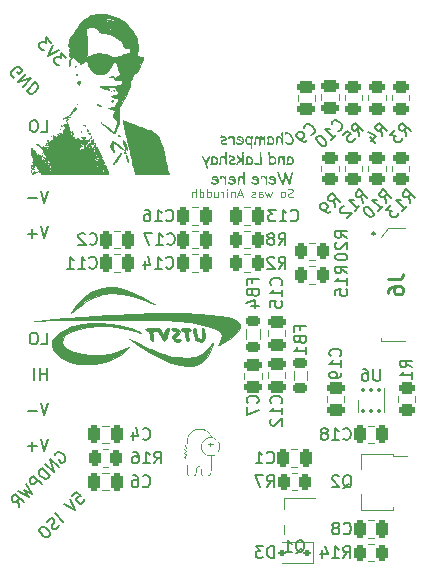
<source format=gbo>
%TF.GenerationSoftware,KiCad,Pcbnew,7.0.2*%
%TF.CreationDate,2023-11-20T18:08:22-06:00*%
%TF.ProjectId,BPS-PeripheralSOM,4250532d-5065-4726-9970-686572616c53,rev?*%
%TF.SameCoordinates,Original*%
%TF.FileFunction,Legend,Bot*%
%TF.FilePolarity,Positive*%
%FSLAX46Y46*%
G04 Gerber Fmt 4.6, Leading zero omitted, Abs format (unit mm)*
G04 Created by KiCad (PCBNEW 7.0.2) date 2023-11-20 18:08:22*
%MOMM*%
%LPD*%
G01*
G04 APERTURE LIST*
G04 Aperture macros list*
%AMRoundRect*
0 Rectangle with rounded corners*
0 $1 Rounding radius*
0 $2 $3 $4 $5 $6 $7 $8 $9 X,Y pos of 4 corners*
0 Add a 4 corners polygon primitive as box body*
4,1,4,$2,$3,$4,$5,$6,$7,$8,$9,$2,$3,0*
0 Add four circle primitives for the rounded corners*
1,1,$1+$1,$2,$3*
1,1,$1+$1,$4,$5*
1,1,$1+$1,$6,$7*
1,1,$1+$1,$8,$9*
0 Add four rect primitives between the rounded corners*
20,1,$1+$1,$2,$3,$4,$5,0*
20,1,$1+$1,$4,$5,$6,$7,0*
20,1,$1+$1,$6,$7,$8,$9,0*
20,1,$1+$1,$8,$9,$2,$3,0*%
%AMRotRect*
0 Rectangle, with rotation*
0 The origin of the aperture is its center*
0 $1 length*
0 $2 width*
0 $3 Rotation angle, in degrees counterclockwise*
0 Add horizontal line*
21,1,$1,$2,0,0,$3*%
%AMFreePoly0*
4,1,9,3.862500,-0.866500,0.737500,-0.866500,0.737500,-0.450000,-0.737500,-0.450000,-0.737500,0.450000,0.737500,0.450000,0.737500,0.866500,3.862500,0.866500,3.862500,-0.866500,3.862500,-0.866500,$1*%
G04 Aperture macros list end*
%ADD10C,0.150000*%
%ADD11C,0.125000*%
%ADD12C,0.254000*%
%ADD13C,0.100000*%
%ADD14C,0.200000*%
%ADD15C,0.120000*%
%ADD16C,0.010000*%
%ADD17RotRect,1.700000X1.700000X315.000000*%
%ADD18RotRect,1.700000X1.700000X45.000000*%
%ADD19R,1.700000X1.700000*%
%ADD20O,1.700000X1.700000*%
%ADD21C,1.270000*%
%ADD22C,1.700000*%
%ADD23C,3.000000*%
%ADD24O,1.200000X1.900000*%
%ADD25C,1.450000*%
%ADD26C,0.850000*%
%ADD27R,1.500000X0.550000*%
%ADD28R,1.400000X1.000000*%
%ADD29RoundRect,0.250000X0.250000X0.475000X-0.250000X0.475000X-0.250000X-0.475000X0.250000X-0.475000X0*%
%ADD30RoundRect,0.112500X0.187500X0.112500X-0.187500X0.112500X-0.187500X-0.112500X0.187500X-0.112500X0*%
%ADD31RoundRect,0.250000X-0.475000X0.250000X-0.475000X-0.250000X0.475000X-0.250000X0.475000X0.250000X0*%
%ADD32RoundRect,0.250000X-0.450000X0.262500X-0.450000X-0.262500X0.450000X-0.262500X0.450000X0.262500X0*%
%ADD33RoundRect,0.250000X-0.262500X-0.450000X0.262500X-0.450000X0.262500X0.450000X-0.262500X0.450000X0*%
%ADD34RoundRect,0.250000X0.450000X-0.262500X0.450000X0.262500X-0.450000X0.262500X-0.450000X-0.262500X0*%
%ADD35RoundRect,0.250000X0.475000X-0.250000X0.475000X0.250000X-0.475000X0.250000X-0.475000X-0.250000X0*%
%ADD36RoundRect,0.093750X-0.106250X0.093750X-0.106250X-0.093750X0.106250X-0.093750X0.106250X0.093750X0*%
%ADD37R,1.600000X1.000000*%
%ADD38R,1.300000X0.900000*%
%ADD39FreePoly0,180.000000*%
%ADD40RoundRect,0.218750X-0.381250X0.218750X-0.381250X-0.218750X0.381250X-0.218750X0.381250X0.218750X0*%
%ADD41RoundRect,0.250000X0.262500X0.450000X-0.262500X0.450000X-0.262500X-0.450000X0.262500X-0.450000X0*%
%ADD42RoundRect,0.250000X-0.250000X-0.475000X0.250000X-0.475000X0.250000X0.475000X-0.250000X0.475000X0*%
%ADD43RoundRect,0.218750X0.381250X-0.218750X0.381250X0.218750X-0.381250X0.218750X-0.381250X-0.218750X0*%
G04 APERTURE END LIST*
D10*
X109201280Y-82711433D02*
X109537998Y-82374715D01*
X109537998Y-82374715D02*
X109908387Y-82677761D01*
X109908387Y-82677761D02*
X109841043Y-82677761D01*
X109841043Y-82677761D02*
X109740028Y-82711433D01*
X109740028Y-82711433D02*
X109571669Y-82879791D01*
X109571669Y-82879791D02*
X109537998Y-82980807D01*
X109537998Y-82980807D02*
X109537998Y-83048150D01*
X109537998Y-83048150D02*
X109571669Y-83149165D01*
X109571669Y-83149165D02*
X109740028Y-83317524D01*
X109740028Y-83317524D02*
X109841043Y-83351196D01*
X109841043Y-83351196D02*
X109908387Y-83351196D01*
X109908387Y-83351196D02*
X110009402Y-83317524D01*
X110009402Y-83317524D02*
X110177761Y-83149165D01*
X110177761Y-83149165D02*
X110211433Y-83048150D01*
X110211433Y-83048150D02*
X110211433Y-82980807D01*
X108965578Y-82947135D02*
X109436982Y-83889944D01*
X109436982Y-83889944D02*
X108494173Y-83418539D01*
X108426829Y-84900097D02*
X107719723Y-84192990D01*
X108090112Y-85169470D02*
X108022769Y-85304157D01*
X108022769Y-85304157D02*
X107854410Y-85472516D01*
X107854410Y-85472516D02*
X107753395Y-85506188D01*
X107753395Y-85506188D02*
X107686051Y-85506188D01*
X107686051Y-85506188D02*
X107585036Y-85472516D01*
X107585036Y-85472516D02*
X107517693Y-85405173D01*
X107517693Y-85405173D02*
X107484021Y-85304157D01*
X107484021Y-85304157D02*
X107484021Y-85236814D01*
X107484021Y-85236814D02*
X107517693Y-85135799D01*
X107517693Y-85135799D02*
X107618708Y-84967440D01*
X107618708Y-84967440D02*
X107652380Y-84866425D01*
X107652380Y-84866425D02*
X107652380Y-84799081D01*
X107652380Y-84799081D02*
X107618708Y-84698066D01*
X107618708Y-84698066D02*
X107551364Y-84630722D01*
X107551364Y-84630722D02*
X107450349Y-84597051D01*
X107450349Y-84597051D02*
X107383005Y-84597051D01*
X107383005Y-84597051D02*
X107281990Y-84630722D01*
X107281990Y-84630722D02*
X107113631Y-84799081D01*
X107113631Y-84799081D02*
X107046288Y-84933768D01*
X106574883Y-85337829D02*
X106440196Y-85472516D01*
X106440196Y-85472516D02*
X106406525Y-85573531D01*
X106406525Y-85573531D02*
X106406525Y-85708218D01*
X106406525Y-85708218D02*
X106507540Y-85876577D01*
X106507540Y-85876577D02*
X106743242Y-86112279D01*
X106743242Y-86112279D02*
X106911601Y-86213295D01*
X106911601Y-86213295D02*
X107046288Y-86213295D01*
X107046288Y-86213295D02*
X107147303Y-86179623D01*
X107147303Y-86179623D02*
X107281990Y-86044936D01*
X107281990Y-86044936D02*
X107315662Y-85943921D01*
X107315662Y-85943921D02*
X107315662Y-85809234D01*
X107315662Y-85809234D02*
X107214647Y-85640875D01*
X107214647Y-85640875D02*
X106978944Y-85405173D01*
X106978944Y-85405173D02*
X106810586Y-85304157D01*
X106810586Y-85304157D02*
X106675899Y-85304157D01*
X106675899Y-85304157D02*
X106574883Y-85337829D01*
X107701280Y-79278776D02*
X107734952Y-79177761D01*
X107734952Y-79177761D02*
X107835967Y-79076746D01*
X107835967Y-79076746D02*
X107970654Y-79009402D01*
X107970654Y-79009402D02*
X108105341Y-79009402D01*
X108105341Y-79009402D02*
X108206356Y-79043074D01*
X108206356Y-79043074D02*
X108374715Y-79144089D01*
X108374715Y-79144089D02*
X108475730Y-79245104D01*
X108475730Y-79245104D02*
X108576746Y-79413463D01*
X108576746Y-79413463D02*
X108610417Y-79514478D01*
X108610417Y-79514478D02*
X108610417Y-79649165D01*
X108610417Y-79649165D02*
X108543074Y-79783852D01*
X108543074Y-79783852D02*
X108475730Y-79851196D01*
X108475730Y-79851196D02*
X108341043Y-79918539D01*
X108341043Y-79918539D02*
X108273700Y-79918539D01*
X108273700Y-79918539D02*
X108037998Y-79682837D01*
X108037998Y-79682837D02*
X108172685Y-79548150D01*
X108037998Y-80288929D02*
X107330891Y-79581822D01*
X107330891Y-79581822D02*
X107633937Y-80692990D01*
X107633937Y-80692990D02*
X106926830Y-79985883D01*
X107297219Y-81029707D02*
X106590112Y-80322600D01*
X106590112Y-80322600D02*
X106421754Y-80490959D01*
X106421754Y-80490959D02*
X106354410Y-80625646D01*
X106354410Y-80625646D02*
X106354410Y-80760333D01*
X106354410Y-80760333D02*
X106388082Y-80861348D01*
X106388082Y-80861348D02*
X106489097Y-81029707D01*
X106489097Y-81029707D02*
X106590112Y-81130722D01*
X106590112Y-81130722D02*
X106758471Y-81231738D01*
X106758471Y-81231738D02*
X106859486Y-81265409D01*
X106859486Y-81265409D02*
X106994173Y-81265409D01*
X106994173Y-81265409D02*
X107128860Y-81198066D01*
X107128860Y-81198066D02*
X107297219Y-81029707D01*
X106590112Y-81736814D02*
X105883005Y-81029707D01*
X105883005Y-81029707D02*
X105613631Y-81299081D01*
X105613631Y-81299081D02*
X105579960Y-81400096D01*
X105579960Y-81400096D02*
X105579960Y-81467440D01*
X105579960Y-81467440D02*
X105613631Y-81568455D01*
X105613631Y-81568455D02*
X105714647Y-81669470D01*
X105714647Y-81669470D02*
X105815662Y-81703142D01*
X105815662Y-81703142D02*
X105883005Y-81703142D01*
X105883005Y-81703142D02*
X105984021Y-81669470D01*
X105984021Y-81669470D02*
X106253395Y-81400096D01*
X105243242Y-81669470D02*
X105781990Y-82544936D01*
X105781990Y-82544936D02*
X105142227Y-82174547D01*
X105142227Y-82174547D02*
X105512616Y-82814310D01*
X105512616Y-82814310D02*
X104637151Y-82275562D01*
X104670823Y-83656104D02*
X104569807Y-83083684D01*
X105074884Y-83252043D02*
X104367777Y-82544936D01*
X104367777Y-82544936D02*
X104098403Y-82814310D01*
X104098403Y-82814310D02*
X104064731Y-82915325D01*
X104064731Y-82915325D02*
X104064731Y-82982669D01*
X104064731Y-82982669D02*
X104098403Y-83083684D01*
X104098403Y-83083684D02*
X104199418Y-83184699D01*
X104199418Y-83184699D02*
X104300433Y-83218371D01*
X104300433Y-83218371D02*
X104367777Y-83218371D01*
X104367777Y-83218371D02*
X104468792Y-83184699D01*
X104468792Y-83184699D02*
X104738166Y-82915325D01*
X104278776Y-47298719D02*
X104177761Y-47265047D01*
X104177761Y-47265047D02*
X104076746Y-47164032D01*
X104076746Y-47164032D02*
X104009402Y-47029345D01*
X104009402Y-47029345D02*
X104009402Y-46894658D01*
X104009402Y-46894658D02*
X104043074Y-46793643D01*
X104043074Y-46793643D02*
X104144089Y-46625284D01*
X104144089Y-46625284D02*
X104245104Y-46524269D01*
X104245104Y-46524269D02*
X104413463Y-46423253D01*
X104413463Y-46423253D02*
X104514478Y-46389582D01*
X104514478Y-46389582D02*
X104649165Y-46389582D01*
X104649165Y-46389582D02*
X104783852Y-46456925D01*
X104783852Y-46456925D02*
X104851196Y-46524269D01*
X104851196Y-46524269D02*
X104918539Y-46658956D01*
X104918539Y-46658956D02*
X104918539Y-46726299D01*
X104918539Y-46726299D02*
X104682837Y-46962001D01*
X104682837Y-46962001D02*
X104548150Y-46827314D01*
X105288929Y-46962001D02*
X104581822Y-47669108D01*
X104581822Y-47669108D02*
X105692990Y-47366062D01*
X105692990Y-47366062D02*
X104985883Y-48073169D01*
X106029707Y-47702780D02*
X105322600Y-48409887D01*
X105322600Y-48409887D02*
X105490959Y-48578245D01*
X105490959Y-48578245D02*
X105625646Y-48645589D01*
X105625646Y-48645589D02*
X105760333Y-48645589D01*
X105760333Y-48645589D02*
X105861348Y-48611917D01*
X105861348Y-48611917D02*
X106029707Y-48510902D01*
X106029707Y-48510902D02*
X106130722Y-48409887D01*
X106130722Y-48409887D02*
X106231738Y-48241528D01*
X106231738Y-48241528D02*
X106265409Y-48140513D01*
X106265409Y-48140513D02*
X106265409Y-48005826D01*
X106265409Y-48005826D02*
X106198066Y-47871139D01*
X106198066Y-47871139D02*
X106029707Y-47702780D01*
X108692627Y-45605341D02*
X108254895Y-45167608D01*
X108254895Y-45167608D02*
X108221223Y-45672685D01*
X108221223Y-45672685D02*
X108120208Y-45571669D01*
X108120208Y-45571669D02*
X108019192Y-45537998D01*
X108019192Y-45537998D02*
X107951849Y-45537998D01*
X107951849Y-45537998D02*
X107850834Y-45571669D01*
X107850834Y-45571669D02*
X107682475Y-45740028D01*
X107682475Y-45740028D02*
X107648803Y-45841043D01*
X107648803Y-45841043D02*
X107648803Y-45908387D01*
X107648803Y-45908387D02*
X107682475Y-46009402D01*
X107682475Y-46009402D02*
X107884505Y-46211433D01*
X107884505Y-46211433D02*
X107985521Y-46245104D01*
X107985521Y-46245104D02*
X108052864Y-46245104D01*
X108052864Y-44965578D02*
X107110055Y-45436982D01*
X107110055Y-45436982D02*
X107581460Y-44494173D01*
X107413101Y-44325814D02*
X106975368Y-43888082D01*
X106975368Y-43888082D02*
X106941696Y-44393158D01*
X106941696Y-44393158D02*
X106840681Y-44292143D01*
X106840681Y-44292143D02*
X106739666Y-44258471D01*
X106739666Y-44258471D02*
X106672322Y-44258471D01*
X106672322Y-44258471D02*
X106571307Y-44292143D01*
X106571307Y-44292143D02*
X106402948Y-44460501D01*
X106402948Y-44460501D02*
X106369276Y-44561517D01*
X106369276Y-44561517D02*
X106369276Y-44628860D01*
X106369276Y-44628860D02*
X106402948Y-44729875D01*
X106402948Y-44729875D02*
X106604979Y-44931906D01*
X106604979Y-44931906D02*
X106705994Y-44965578D01*
X106705994Y-44965578D02*
X106773337Y-44965578D01*
X107174999Y-74877619D02*
X106841666Y-75877619D01*
X106841666Y-75877619D02*
X106508333Y-74877619D01*
X106174999Y-75496666D02*
X105413095Y-75496666D01*
X107174999Y-77877619D02*
X106841666Y-78877619D01*
X106841666Y-78877619D02*
X106508333Y-77877619D01*
X106174999Y-78496666D02*
X105413095Y-78496666D01*
X105794047Y-78877619D02*
X105794047Y-78115714D01*
X107032142Y-72877619D02*
X107032142Y-71877619D01*
X107032142Y-72353809D02*
X106460714Y-72353809D01*
X106460714Y-72877619D02*
X106460714Y-71877619D01*
X105984523Y-72877619D02*
X105984523Y-71877619D01*
X106555952Y-69877619D02*
X107032142Y-69877619D01*
X107032142Y-69877619D02*
X107032142Y-68877619D01*
X106032142Y-68877619D02*
X105841666Y-68877619D01*
X105841666Y-68877619D02*
X105746428Y-68925238D01*
X105746428Y-68925238D02*
X105651190Y-69020476D01*
X105651190Y-69020476D02*
X105603571Y-69210952D01*
X105603571Y-69210952D02*
X105603571Y-69544285D01*
X105603571Y-69544285D02*
X105651190Y-69734761D01*
X105651190Y-69734761D02*
X105746428Y-69830000D01*
X105746428Y-69830000D02*
X105841666Y-69877619D01*
X105841666Y-69877619D02*
X106032142Y-69877619D01*
X106032142Y-69877619D02*
X106127380Y-69830000D01*
X106127380Y-69830000D02*
X106222618Y-69734761D01*
X106222618Y-69734761D02*
X106270237Y-69544285D01*
X106270237Y-69544285D02*
X106270237Y-69210952D01*
X106270237Y-69210952D02*
X106222618Y-69020476D01*
X106222618Y-69020476D02*
X106127380Y-68925238D01*
X106127380Y-68925238D02*
X106032142Y-68877619D01*
X107174999Y-56877619D02*
X106841666Y-57877619D01*
X106841666Y-57877619D02*
X106508333Y-56877619D01*
X106174999Y-57496666D02*
X105413095Y-57496666D01*
X107174999Y-59877619D02*
X106841666Y-60877619D01*
X106841666Y-60877619D02*
X106508333Y-59877619D01*
X106174999Y-60496666D02*
X105413095Y-60496666D01*
X105794047Y-60877619D02*
X105794047Y-60115714D01*
X107032142Y-54877619D02*
X107032142Y-53877619D01*
X107032142Y-54353809D02*
X106460714Y-54353809D01*
X106460714Y-54877619D02*
X106460714Y-53877619D01*
X105984523Y-54877619D02*
X105984523Y-53877619D01*
X106555952Y-51877619D02*
X107032142Y-51877619D01*
X107032142Y-51877619D02*
X107032142Y-50877619D01*
X106032142Y-50877619D02*
X105841666Y-50877619D01*
X105841666Y-50877619D02*
X105746428Y-50925238D01*
X105746428Y-50925238D02*
X105651190Y-51020476D01*
X105651190Y-51020476D02*
X105603571Y-51210952D01*
X105603571Y-51210952D02*
X105603571Y-51544285D01*
X105603571Y-51544285D02*
X105651190Y-51734761D01*
X105651190Y-51734761D02*
X105746428Y-51830000D01*
X105746428Y-51830000D02*
X105841666Y-51877619D01*
X105841666Y-51877619D02*
X106032142Y-51877619D01*
X106032142Y-51877619D02*
X106127380Y-51830000D01*
X106127380Y-51830000D02*
X106222618Y-51734761D01*
X106222618Y-51734761D02*
X106270237Y-51544285D01*
X106270237Y-51544285D02*
X106270237Y-51210952D01*
X106270237Y-51210952D02*
X106222618Y-51020476D01*
X106222618Y-51020476D02*
X106127380Y-50925238D01*
X106127380Y-50925238D02*
X106032142Y-50877619D01*
G36*
X127241625Y-52188422D02*
G01*
X127252273Y-52187640D01*
X127262233Y-52185293D01*
X127271507Y-52181381D01*
X127280094Y-52175905D01*
X127287993Y-52168864D01*
X127295206Y-52160258D01*
X127301732Y-52150088D01*
X127307571Y-52138353D01*
X127312349Y-52128190D01*
X127317035Y-52119073D01*
X127322765Y-52109147D01*
X127328351Y-52100855D01*
X127334865Y-52093061D01*
X127343230Y-52086329D01*
X127353107Y-52083123D01*
X127364021Y-52081320D01*
X127375411Y-52080211D01*
X127386026Y-52079581D01*
X127397977Y-52079180D01*
X127407816Y-52079030D01*
X127414794Y-52079002D01*
X127427306Y-52079615D01*
X127439993Y-52081455D01*
X127452853Y-52084523D01*
X127465886Y-52088817D01*
X127479093Y-52094338D01*
X127492474Y-52101086D01*
X127506029Y-52109062D01*
X127519757Y-52118264D01*
X127533659Y-52128693D01*
X127547734Y-52140349D01*
X127561983Y-52153231D01*
X127569173Y-52160133D01*
X127576406Y-52167341D01*
X127583683Y-52174856D01*
X127591002Y-52182678D01*
X127598366Y-52190806D01*
X127605772Y-52199242D01*
X127613223Y-52207984D01*
X127620716Y-52217032D01*
X127628253Y-52226388D01*
X127635833Y-52236050D01*
X127645976Y-52249202D01*
X127655797Y-52262312D01*
X127665296Y-52275378D01*
X127674473Y-52288402D01*
X127683328Y-52301382D01*
X127691861Y-52314320D01*
X127700072Y-52327215D01*
X127707961Y-52340067D01*
X127715528Y-52352876D01*
X127722773Y-52365642D01*
X127729696Y-52378365D01*
X127736297Y-52391045D01*
X127742576Y-52403682D01*
X127748533Y-52416276D01*
X127754168Y-52428827D01*
X127759481Y-52441336D01*
X127764472Y-52453801D01*
X127769141Y-52466224D01*
X127773488Y-52478603D01*
X127777513Y-52490940D01*
X127781216Y-52503234D01*
X127784597Y-52515485D01*
X127787656Y-52527692D01*
X127790393Y-52539857D01*
X127792808Y-52551979D01*
X127794901Y-52564058D01*
X127796672Y-52576094D01*
X127798121Y-52588088D01*
X127799248Y-52600038D01*
X127800053Y-52611945D01*
X127800536Y-52623810D01*
X127800697Y-52635631D01*
X127800475Y-52646949D01*
X127799808Y-52658067D01*
X127798697Y-52668985D01*
X127797141Y-52679702D01*
X127795140Y-52690218D01*
X127792695Y-52700535D01*
X127789805Y-52710651D01*
X127786470Y-52720566D01*
X127782691Y-52730282D01*
X127778467Y-52739797D01*
X127773799Y-52749111D01*
X127768686Y-52758226D01*
X127763129Y-52767140D01*
X127757127Y-52775853D01*
X127750680Y-52784366D01*
X127743789Y-52792679D01*
X127736398Y-52800901D01*
X127728817Y-52808593D01*
X127721048Y-52815754D01*
X127713090Y-52822385D01*
X127704944Y-52828486D01*
X127696608Y-52834055D01*
X127688083Y-52839095D01*
X127679370Y-52843604D01*
X127665945Y-52849373D01*
X127652096Y-52853948D01*
X127637821Y-52857330D01*
X127628068Y-52858921D01*
X127618127Y-52859982D01*
X127607997Y-52860512D01*
X127602861Y-52860579D01*
X127589617Y-52860272D01*
X127576356Y-52859351D01*
X127563079Y-52857816D01*
X127549784Y-52855667D01*
X127536471Y-52852904D01*
X127523142Y-52849528D01*
X127509796Y-52845537D01*
X127496432Y-52840932D01*
X127483051Y-52835714D01*
X127469653Y-52829881D01*
X127460711Y-52825652D01*
X127450094Y-52820107D01*
X127441260Y-52815162D01*
X127431679Y-52809542D01*
X127421351Y-52803249D01*
X127410275Y-52796282D01*
X127398453Y-52788640D01*
X127390156Y-52783172D01*
X127381527Y-52777403D01*
X127372567Y-52771335D01*
X127363274Y-52764968D01*
X127353649Y-52758301D01*
X127343693Y-52751334D01*
X127338590Y-52747739D01*
X127329118Y-52741213D01*
X127320241Y-52735557D01*
X127309982Y-52729711D01*
X127300654Y-52725224D01*
X127290688Y-52721635D01*
X127280753Y-52719922D01*
X127279483Y-52719895D01*
X127268744Y-52720668D01*
X127258692Y-52722986D01*
X127249327Y-52726850D01*
X127240648Y-52732260D01*
X127232657Y-52739215D01*
X127230146Y-52741877D01*
X127223340Y-52750209D01*
X127217942Y-52758901D01*
X127213952Y-52767954D01*
X127211076Y-52778972D01*
X127210138Y-52788807D01*
X127210118Y-52790481D01*
X127211037Y-52801581D01*
X127213793Y-52812165D01*
X127218387Y-52822234D01*
X127224818Y-52831789D01*
X127231582Y-52839357D01*
X127236252Y-52843726D01*
X127247583Y-52853418D01*
X127258923Y-52862803D01*
X127270271Y-52871879D01*
X127281628Y-52880649D01*
X127292993Y-52889110D01*
X127304367Y-52897264D01*
X127315750Y-52905110D01*
X127327141Y-52912648D01*
X127338541Y-52919879D01*
X127349949Y-52926802D01*
X127361366Y-52933417D01*
X127372792Y-52939725D01*
X127384226Y-52945725D01*
X127395668Y-52951417D01*
X127407120Y-52956802D01*
X127418579Y-52961878D01*
X127430048Y-52966648D01*
X127441525Y-52971109D01*
X127453010Y-52975263D01*
X127464505Y-52979109D01*
X127476007Y-52982647D01*
X127487519Y-52985878D01*
X127499039Y-52988801D01*
X127510567Y-52991417D01*
X127522104Y-52993724D01*
X127533650Y-52995724D01*
X127545205Y-52997416D01*
X127556767Y-52998801D01*
X127568339Y-52999878D01*
X127579919Y-53000647D01*
X127591508Y-53001109D01*
X127603105Y-53001263D01*
X127620702Y-53000827D01*
X127637955Y-52999519D01*
X127654865Y-52997338D01*
X127671432Y-52994286D01*
X127687655Y-52990362D01*
X127703534Y-52985566D01*
X127719071Y-52979898D01*
X127734263Y-52973358D01*
X127749112Y-52965946D01*
X127763618Y-52957661D01*
X127777780Y-52948505D01*
X127791599Y-52938477D01*
X127805075Y-52927577D01*
X127818206Y-52915804D01*
X127830995Y-52903160D01*
X127843440Y-52889644D01*
X127854915Y-52875996D01*
X127865651Y-52862040D01*
X127875646Y-52847778D01*
X127884900Y-52833208D01*
X127893414Y-52818331D01*
X127901188Y-52803147D01*
X127908221Y-52787656D01*
X127914515Y-52771857D01*
X127920067Y-52755752D01*
X127924880Y-52739339D01*
X127928952Y-52722619D01*
X127932283Y-52705591D01*
X127934874Y-52688257D01*
X127936725Y-52670615D01*
X127937836Y-52652666D01*
X127938206Y-52634410D01*
X127938015Y-52619530D01*
X127937444Y-52604627D01*
X127936491Y-52589700D01*
X127935157Y-52574750D01*
X127933442Y-52559776D01*
X127931345Y-52544779D01*
X127928868Y-52529759D01*
X127926009Y-52514716D01*
X127922769Y-52499649D01*
X127919148Y-52484558D01*
X127915146Y-52469445D01*
X127910763Y-52454307D01*
X127905999Y-52439147D01*
X127900853Y-52423963D01*
X127895326Y-52408756D01*
X127889419Y-52393525D01*
X127883130Y-52378271D01*
X127876459Y-52362994D01*
X127869408Y-52347693D01*
X127861976Y-52332369D01*
X127854162Y-52317022D01*
X127845967Y-52301651D01*
X127837391Y-52286257D01*
X127828434Y-52270839D01*
X127819096Y-52255398D01*
X127809377Y-52239934D01*
X127799276Y-52224446D01*
X127788794Y-52208935D01*
X127777931Y-52193401D01*
X127766687Y-52177843D01*
X127755062Y-52162261D01*
X127743056Y-52146657D01*
X127732887Y-52133839D01*
X127722711Y-52121428D01*
X127712530Y-52109424D01*
X127702344Y-52097827D01*
X127692151Y-52086637D01*
X127681953Y-52075854D01*
X127671750Y-52065478D01*
X127661540Y-52055508D01*
X127651325Y-52045946D01*
X127641104Y-52036791D01*
X127630877Y-52028042D01*
X127620645Y-52019700D01*
X127610406Y-52011765D01*
X127600163Y-52004238D01*
X127589913Y-51997117D01*
X127579658Y-51990403D01*
X127569396Y-51984095D01*
X127559130Y-51978195D01*
X127548857Y-51972702D01*
X127538579Y-51967615D01*
X127528295Y-51962936D01*
X127518005Y-51958663D01*
X127507710Y-51954798D01*
X127497409Y-51951339D01*
X127487102Y-51948287D01*
X127476789Y-51945642D01*
X127466471Y-51943404D01*
X127456147Y-51941573D01*
X127445817Y-51940149D01*
X127435482Y-51939132D01*
X127425141Y-51938521D01*
X127414794Y-51938318D01*
X127404434Y-51938395D01*
X127394419Y-51938628D01*
X127382859Y-51939112D01*
X127371796Y-51939818D01*
X127361232Y-51940749D01*
X127354466Y-51941493D01*
X127344614Y-51942729D01*
X127333685Y-51944519D01*
X127323363Y-51946683D01*
X127313649Y-51949221D01*
X127307083Y-51951263D01*
X127299180Y-51943030D01*
X127290587Y-51936193D01*
X127281301Y-51930751D01*
X127271324Y-51926705D01*
X127260655Y-51924054D01*
X127249294Y-51922798D01*
X127244556Y-51922686D01*
X127233256Y-51923629D01*
X127223048Y-51926457D01*
X127213931Y-51931170D01*
X127205905Y-51937768D01*
X127198971Y-51946252D01*
X127193128Y-51956621D01*
X127188377Y-51968875D01*
X127185530Y-51979303D01*
X127184717Y-51983014D01*
X127182753Y-51993304D01*
X127180982Y-52004023D01*
X127179404Y-52015171D01*
X127178019Y-52026749D01*
X127176828Y-52038756D01*
X127175830Y-52051192D01*
X127175025Y-52064058D01*
X127174413Y-52077353D01*
X127173994Y-52091077D01*
X127173769Y-52105231D01*
X127173726Y-52114905D01*
X127174258Y-52124840D01*
X127176225Y-52135845D01*
X127179641Y-52146218D01*
X127184507Y-52155960D01*
X127188869Y-52162533D01*
X127196379Y-52171331D01*
X127204989Y-52178309D01*
X127214698Y-52183467D01*
X127225505Y-52186804D01*
X127235351Y-52188195D01*
X127241625Y-52188422D01*
G37*
G36*
X126486427Y-53001263D02*
G01*
X126498112Y-53000454D01*
X126508744Y-52998026D01*
X126518323Y-52993981D01*
X126526849Y-52988318D01*
X126534321Y-52981036D01*
X126540740Y-52972137D01*
X126546106Y-52961619D01*
X126550418Y-52949483D01*
X126553328Y-52938538D01*
X126556194Y-52926769D01*
X126559018Y-52914175D01*
X126561798Y-52900757D01*
X126564536Y-52886514D01*
X126566337Y-52876561D01*
X126568120Y-52866242D01*
X126569883Y-52855556D01*
X126571627Y-52844504D01*
X126573352Y-52833086D01*
X126575058Y-52821301D01*
X126576744Y-52809150D01*
X126578412Y-52796633D01*
X126579239Y-52790237D01*
X126580718Y-52778010D01*
X126582101Y-52766061D01*
X126583389Y-52754387D01*
X126584582Y-52742991D01*
X126585679Y-52731871D01*
X126586681Y-52721028D01*
X126587587Y-52710462D01*
X126588398Y-52700172D01*
X126589114Y-52690159D01*
X126590008Y-52675658D01*
X126590688Y-52661780D01*
X126591153Y-52648525D01*
X126591403Y-52635892D01*
X126591451Y-52627815D01*
X126591344Y-52617756D01*
X126591075Y-52607075D01*
X126590715Y-52596525D01*
X126590322Y-52586749D01*
X126589846Y-52576079D01*
X126589741Y-52573838D01*
X126589249Y-52562989D01*
X126588840Y-52553034D01*
X126588459Y-52542269D01*
X126588167Y-52531338D01*
X126588033Y-52520992D01*
X126588032Y-52519860D01*
X126588283Y-52504332D01*
X126589039Y-52489807D01*
X126590298Y-52476283D01*
X126592062Y-52463760D01*
X126594328Y-52452240D01*
X126597099Y-52441721D01*
X126600373Y-52432204D01*
X126606230Y-52419807D01*
X126613219Y-52409664D01*
X126621342Y-52401775D01*
X126630599Y-52396140D01*
X126640988Y-52392759D01*
X126652512Y-52391632D01*
X126663368Y-52391943D01*
X126674078Y-52392873D01*
X126684640Y-52394423D01*
X126695056Y-52396594D01*
X126705324Y-52399384D01*
X126715446Y-52402795D01*
X126725421Y-52406826D01*
X126735249Y-52411477D01*
X126744930Y-52416748D01*
X126754464Y-52422640D01*
X126763851Y-52429151D01*
X126773091Y-52436283D01*
X126782185Y-52444035D01*
X126791131Y-52452407D01*
X126799930Y-52461399D01*
X126808583Y-52471011D01*
X126815405Y-52479264D01*
X126822682Y-52488817D01*
X126830414Y-52499671D01*
X126838602Y-52511827D01*
X126844313Y-52520653D01*
X126850226Y-52530057D01*
X126856342Y-52540040D01*
X126862660Y-52550600D01*
X126869180Y-52561739D01*
X126875902Y-52573456D01*
X126882827Y-52585751D01*
X126889954Y-52598624D01*
X126897283Y-52612076D01*
X126904815Y-52626106D01*
X126904836Y-52642578D01*
X126904900Y-52658624D01*
X126905008Y-52674245D01*
X126905158Y-52689441D01*
X126905351Y-52704211D01*
X126905587Y-52718555D01*
X126905866Y-52732474D01*
X126906188Y-52745968D01*
X126906553Y-52759036D01*
X126906961Y-52771678D01*
X126907412Y-52783895D01*
X126907906Y-52795686D01*
X126908442Y-52807052D01*
X126909022Y-52817993D01*
X126909645Y-52828508D01*
X126910310Y-52838597D01*
X126911770Y-52857499D01*
X126913401Y-52874699D01*
X126915204Y-52890197D01*
X126917179Y-52903993D01*
X126919326Y-52916087D01*
X126921644Y-52926478D01*
X126925444Y-52938875D01*
X126926796Y-52942156D01*
X126931952Y-52952345D01*
X126937772Y-52961176D01*
X126944256Y-52968649D01*
X126953295Y-52976078D01*
X126963371Y-52981385D01*
X126974485Y-52984570D01*
X126986636Y-52985631D01*
X126996928Y-52984961D01*
X127006740Y-52982952D01*
X127016071Y-52979603D01*
X127024921Y-52974915D01*
X127033290Y-52968887D01*
X127035973Y-52966580D01*
X127043194Y-52959061D01*
X127048922Y-52950975D01*
X127053715Y-52940826D01*
X127056475Y-52929905D01*
X127057222Y-52919930D01*
X127056053Y-52909491D01*
X127053787Y-52899459D01*
X127051116Y-52889888D01*
X127048834Y-52879276D01*
X127047418Y-52867860D01*
X127046414Y-52856427D01*
X127045737Y-52846509D01*
X127045124Y-52835441D01*
X127044575Y-52823222D01*
X127044090Y-52809853D01*
X127043670Y-52795332D01*
X127043545Y-52790237D01*
X127041346Y-52689120D01*
X127039392Y-52186713D01*
X127038801Y-52176335D01*
X127038247Y-52166391D01*
X127037489Y-52152287D01*
X127036816Y-52139157D01*
X127036230Y-52127002D01*
X127035729Y-52115821D01*
X127035314Y-52105615D01*
X127034894Y-52093523D01*
X127034627Y-52083164D01*
X127034508Y-52072651D01*
X127034669Y-52061832D01*
X127035152Y-52051204D01*
X127035957Y-52040766D01*
X127037084Y-52030519D01*
X127038533Y-52020463D01*
X127040304Y-52010598D01*
X127041102Y-52006706D01*
X127043002Y-51996947D01*
X127044580Y-51987057D01*
X127045835Y-51977035D01*
X127046769Y-51966883D01*
X127047381Y-51956599D01*
X127047671Y-51946184D01*
X127047697Y-51941981D01*
X127047001Y-51931609D01*
X127044915Y-51921923D01*
X127040722Y-51911491D01*
X127034636Y-51901994D01*
X127027913Y-51894598D01*
X127020085Y-51888207D01*
X127011621Y-51883138D01*
X127002522Y-51879391D01*
X126992788Y-51876967D01*
X126982418Y-51875865D01*
X126978820Y-51875792D01*
X126968654Y-51876300D01*
X126956380Y-51878561D01*
X126945573Y-51882632D01*
X126936230Y-51888511D01*
X126928353Y-51896198D01*
X126921942Y-51905695D01*
X126916996Y-51917001D01*
X126914248Y-51926668D01*
X126912875Y-51933677D01*
X126910954Y-51945564D01*
X126909222Y-51957227D01*
X126907680Y-51968668D01*
X126906326Y-51979885D01*
X126905161Y-51990879D01*
X126904185Y-52001649D01*
X126903398Y-52012196D01*
X126902800Y-52022520D01*
X126902390Y-52032621D01*
X126902170Y-52042499D01*
X126902128Y-52048960D01*
X126902169Y-52061971D01*
X126902291Y-52075086D01*
X126902495Y-52088304D01*
X126902780Y-52101625D01*
X126903148Y-52115048D01*
X126903596Y-52128575D01*
X126904126Y-52142205D01*
X126904738Y-52155938D01*
X126905432Y-52169774D01*
X126906207Y-52183713D01*
X126906769Y-52193063D01*
X126907504Y-52206690D01*
X126908154Y-52220369D01*
X126908718Y-52234099D01*
X126909196Y-52247880D01*
X126909588Y-52261713D01*
X126909894Y-52275598D01*
X126910114Y-52289534D01*
X126910249Y-52303522D01*
X126910298Y-52317561D01*
X126910260Y-52331652D01*
X126910188Y-52341074D01*
X126909455Y-52401402D01*
X126902373Y-52392117D01*
X126895232Y-52383130D01*
X126888031Y-52374440D01*
X126880772Y-52366048D01*
X126873453Y-52357954D01*
X126866075Y-52350157D01*
X126858638Y-52342658D01*
X126851142Y-52335457D01*
X126843587Y-52328553D01*
X126835972Y-52321947D01*
X126828299Y-52315639D01*
X126820566Y-52309628D01*
X126808856Y-52301170D01*
X126797013Y-52293382D01*
X126789043Y-52288562D01*
X126776931Y-52281840D01*
X126764680Y-52275779D01*
X126752293Y-52270380D01*
X126739767Y-52265641D01*
X126727105Y-52261564D01*
X126714305Y-52258148D01*
X126701368Y-52255393D01*
X126688293Y-52253299D01*
X126675081Y-52251867D01*
X126661732Y-52251095D01*
X126652756Y-52250949D01*
X126638778Y-52251238D01*
X126625359Y-52252105D01*
X126612499Y-52253550D01*
X126600198Y-52255574D01*
X126588456Y-52258176D01*
X126577273Y-52261356D01*
X126566650Y-52265114D01*
X126556585Y-52269450D01*
X126547080Y-52274364D01*
X126538134Y-52279857D01*
X126529746Y-52285928D01*
X126521918Y-52292577D01*
X126514649Y-52299804D01*
X126507939Y-52307609D01*
X126501788Y-52315993D01*
X126496196Y-52324954D01*
X126490747Y-52335379D01*
X126485758Y-52347053D01*
X126481228Y-52359977D01*
X126477157Y-52374150D01*
X126474698Y-52384293D01*
X126472444Y-52394991D01*
X126470393Y-52406244D01*
X126468547Y-52418053D01*
X126466905Y-52430416D01*
X126465467Y-52443336D01*
X126464234Y-52456810D01*
X126463204Y-52470840D01*
X126462379Y-52485425D01*
X126461758Y-52500565D01*
X126456140Y-52631479D01*
X126442463Y-52774361D01*
X126441255Y-52784301D01*
X126440013Y-52794091D01*
X126438085Y-52808498D01*
X126436080Y-52822570D01*
X126433998Y-52836308D01*
X126431838Y-52849710D01*
X126429601Y-52862777D01*
X126427287Y-52875510D01*
X126424896Y-52887908D01*
X126422427Y-52899970D01*
X126419881Y-52911698D01*
X126419016Y-52915533D01*
X126417087Y-52925719D01*
X126416329Y-52935317D01*
X126417059Y-52945607D01*
X126419248Y-52955227D01*
X126423648Y-52965603D01*
X126430034Y-52975068D01*
X126437090Y-52982456D01*
X126445075Y-52988847D01*
X126453645Y-52993916D01*
X126462798Y-52997663D01*
X126472535Y-53000087D01*
X126482856Y-53001189D01*
X126486427Y-53001263D01*
G37*
G36*
X125936257Y-52251063D02*
G01*
X125955756Y-52251981D01*
X125974910Y-52253817D01*
X125993719Y-52256570D01*
X126012182Y-52260241D01*
X126030300Y-52264831D01*
X126048072Y-52270337D01*
X126065500Y-52276762D01*
X126082581Y-52284105D01*
X126099318Y-52292365D01*
X126115709Y-52301543D01*
X126131754Y-52311639D01*
X126147454Y-52322653D01*
X126162809Y-52334585D01*
X126170357Y-52340895D01*
X126177819Y-52347434D01*
X126185194Y-52354203D01*
X126192483Y-52361202D01*
X126199685Y-52368429D01*
X126206718Y-52375819D01*
X126213527Y-52383302D01*
X126220113Y-52390880D01*
X126226476Y-52398551D01*
X126232615Y-52406317D01*
X126238532Y-52414176D01*
X126249694Y-52430177D01*
X126259964Y-52446554D01*
X126269340Y-52463306D01*
X126277824Y-52480435D01*
X126285415Y-52497939D01*
X126292112Y-52515819D01*
X126297917Y-52534076D01*
X126302828Y-52552708D01*
X126306847Y-52571716D01*
X126308521Y-52581361D01*
X126309973Y-52591100D01*
X126311200Y-52600933D01*
X126312205Y-52610859D01*
X126312986Y-52620880D01*
X126313545Y-52630995D01*
X126313879Y-52641204D01*
X126313991Y-52651507D01*
X126313923Y-52662349D01*
X126313720Y-52673015D01*
X126313381Y-52683504D01*
X126312907Y-52693818D01*
X126312298Y-52703956D01*
X126311553Y-52713918D01*
X126309656Y-52733313D01*
X126307217Y-52752004D01*
X126304237Y-52769991D01*
X126300714Y-52787274D01*
X126296650Y-52803853D01*
X126292044Y-52819728D01*
X126286895Y-52834899D01*
X126281205Y-52849365D01*
X126274973Y-52863128D01*
X126268199Y-52876186D01*
X126260884Y-52888541D01*
X126253026Y-52900191D01*
X126244626Y-52911137D01*
X126235096Y-52922051D01*
X126224884Y-52932260D01*
X126213992Y-52941766D01*
X126202418Y-52950567D01*
X126190163Y-52958664D01*
X126177227Y-52966057D01*
X126163609Y-52972746D01*
X126149310Y-52978731D01*
X126134330Y-52984012D01*
X126118669Y-52988589D01*
X126102327Y-52992461D01*
X126085303Y-52995630D01*
X126067599Y-52998094D01*
X126049213Y-52999854D01*
X126030146Y-53000911D01*
X126020357Y-53001175D01*
X126010397Y-53001263D01*
X126001715Y-53000953D01*
X125990143Y-52999698D01*
X125980311Y-52997998D01*
X125969967Y-52995679D01*
X125959111Y-52992742D01*
X125947744Y-52989188D01*
X125935866Y-52985014D01*
X125926622Y-52981479D01*
X125920272Y-52978932D01*
X125910517Y-52974837D01*
X125900488Y-52970412D01*
X125890184Y-52965655D01*
X125879605Y-52960568D01*
X125868752Y-52955151D01*
X125857623Y-52949403D01*
X125846220Y-52943324D01*
X125834542Y-52936915D01*
X125822590Y-52930175D01*
X125810362Y-52923105D01*
X125805249Y-52931298D01*
X125799371Y-52939849D01*
X125792731Y-52948758D01*
X125785327Y-52958024D01*
X125778855Y-52965695D01*
X125771894Y-52973594D01*
X125764445Y-52981723D01*
X125760224Y-52985982D01*
X125752286Y-52993676D01*
X125745020Y-53000270D01*
X125736882Y-53006968D01*
X125727251Y-53013459D01*
X125717062Y-53016894D01*
X125710807Y-53016612D01*
X125700320Y-53014758D01*
X125690417Y-53011175D01*
X125681099Y-53005863D01*
X125672365Y-52998820D01*
X125666806Y-52993010D01*
X125660607Y-52984074D01*
X125656254Y-52974203D01*
X125653748Y-52963397D01*
X125653070Y-52953391D01*
X125657222Y-52941667D01*
X125660502Y-52934397D01*
X125664572Y-52925181D01*
X125668913Y-52914980D01*
X125672854Y-52905031D01*
X125677287Y-52893881D01*
X125681490Y-52883206D01*
X125685462Y-52873006D01*
X125689203Y-52863281D01*
X125694381Y-52849584D01*
X125699040Y-52836957D01*
X125703180Y-52825398D01*
X125706800Y-52814909D01*
X125709900Y-52805489D01*
X125713226Y-52794591D01*
X125714235Y-52790725D01*
X125837718Y-52790725D01*
X125843226Y-52795120D01*
X125851196Y-52801361D01*
X125861275Y-52809028D01*
X125870728Y-52815947D01*
X125879555Y-52822118D01*
X125887756Y-52827541D01*
X125897128Y-52833267D01*
X125907083Y-52838597D01*
X125909972Y-52839949D01*
X125921921Y-52844930D01*
X125931293Y-52848214D01*
X125941018Y-52851112D01*
X125951094Y-52853624D01*
X125961522Y-52855749D01*
X125972303Y-52857488D01*
X125983436Y-52858840D01*
X125994920Y-52859806D01*
X126006757Y-52860386D01*
X126018946Y-52860579D01*
X126028773Y-52860377D01*
X126042926Y-52859321D01*
X126056376Y-52857358D01*
X126069121Y-52854489D01*
X126081163Y-52850715D01*
X126092500Y-52846034D01*
X126103133Y-52840448D01*
X126113062Y-52833956D01*
X126122287Y-52826557D01*
X126130808Y-52818253D01*
X126138625Y-52809043D01*
X126143446Y-52802400D01*
X126150094Y-52791681D01*
X126156042Y-52780055D01*
X126161291Y-52767523D01*
X126165840Y-52754086D01*
X126168483Y-52744624D01*
X126170816Y-52734760D01*
X126172838Y-52724493D01*
X126174548Y-52713824D01*
X126175948Y-52702752D01*
X126177037Y-52691277D01*
X126177814Y-52679400D01*
X126178281Y-52667120D01*
X126178436Y-52654438D01*
X126178135Y-52641558D01*
X126177230Y-52628869D01*
X126175723Y-52616370D01*
X126173613Y-52604063D01*
X126170899Y-52591946D01*
X126167583Y-52580020D01*
X126163663Y-52568285D01*
X126159141Y-52556741D01*
X126154016Y-52545387D01*
X126148288Y-52534224D01*
X126141956Y-52523253D01*
X126135022Y-52512472D01*
X126127485Y-52501881D01*
X126119345Y-52491482D01*
X126110602Y-52481273D01*
X126101256Y-52471256D01*
X126091464Y-52461614D01*
X126081445Y-52452594D01*
X126071199Y-52444196D01*
X126060727Y-52436420D01*
X126050027Y-52429267D01*
X126039100Y-52422735D01*
X126027946Y-52416826D01*
X126016564Y-52411538D01*
X126004956Y-52406873D01*
X125993121Y-52402829D01*
X125981059Y-52399408D01*
X125968769Y-52396609D01*
X125956253Y-52394432D01*
X125943509Y-52392877D01*
X125930538Y-52391943D01*
X125917341Y-52391632D01*
X125908101Y-52392422D01*
X125897882Y-52394534D01*
X125888276Y-52397250D01*
X125883589Y-52398754D01*
X125873575Y-52402356D01*
X125864112Y-52406160D01*
X125853994Y-52410571D01*
X125844801Y-52414836D01*
X125845732Y-52419307D01*
X125847926Y-52430345D01*
X125849930Y-52441179D01*
X125851742Y-52451811D01*
X125853364Y-52462241D01*
X125854795Y-52472467D01*
X125856036Y-52482491D01*
X125856479Y-52486442D01*
X125857639Y-52498077D01*
X125858540Y-52509385D01*
X125859184Y-52520367D01*
X125859571Y-52531024D01*
X125859699Y-52541353D01*
X125859614Y-52552030D01*
X125859356Y-52563362D01*
X125858927Y-52575348D01*
X125858326Y-52587988D01*
X125857553Y-52601283D01*
X125856608Y-52615233D01*
X125855492Y-52629837D01*
X125854204Y-52645095D01*
X125852744Y-52661008D01*
X125851113Y-52677576D01*
X125849310Y-52694798D01*
X125847335Y-52712674D01*
X125845188Y-52731205D01*
X125842870Y-52750391D01*
X125841646Y-52760229D01*
X125840379Y-52770231D01*
X125839070Y-52780396D01*
X125837718Y-52790725D01*
X125714235Y-52790725D01*
X125716085Y-52783642D01*
X125717590Y-52777303D01*
X125719655Y-52767266D01*
X125721489Y-52756592D01*
X125723090Y-52745284D01*
X125724459Y-52733340D01*
X125725597Y-52720760D01*
X125726503Y-52707545D01*
X125727177Y-52693695D01*
X125727619Y-52679209D01*
X125727785Y-52669199D01*
X125727848Y-52658907D01*
X125727808Y-52648332D01*
X125727735Y-52636741D01*
X125727637Y-52625415D01*
X125727513Y-52614354D01*
X125727366Y-52603559D01*
X125727193Y-52593029D01*
X125726995Y-52582764D01*
X125726773Y-52572764D01*
X125726393Y-52558262D01*
X125725957Y-52544357D01*
X125725466Y-52531048D01*
X125724918Y-52518336D01*
X125724315Y-52506221D01*
X125723656Y-52494703D01*
X125722898Y-52483733D01*
X125722088Y-52473356D01*
X125721226Y-52463572D01*
X125719997Y-52451448D01*
X125718677Y-52440377D01*
X125717265Y-52430359D01*
X125715371Y-52419318D01*
X125712909Y-52408241D01*
X125708899Y-52403636D01*
X125703393Y-52394837D01*
X125700089Y-52385381D01*
X125698988Y-52375268D01*
X125699079Y-52371865D01*
X125700445Y-52361842D01*
X125703452Y-52352104D01*
X125708099Y-52342648D01*
X125714386Y-52333476D01*
X125722313Y-52324588D01*
X125731880Y-52315983D01*
X125743087Y-52307661D01*
X125751469Y-52302270D01*
X125760581Y-52297006D01*
X125770421Y-52291867D01*
X125780990Y-52286854D01*
X125792288Y-52281967D01*
X125801513Y-52278211D01*
X125815140Y-52273031D01*
X125828513Y-52268397D01*
X125841632Y-52264307D01*
X125854499Y-52260763D01*
X125867112Y-52257764D01*
X125879472Y-52255311D01*
X125891578Y-52253402D01*
X125903431Y-52252039D01*
X125915031Y-52251221D01*
X125926378Y-52250949D01*
X125936257Y-52251063D01*
G37*
G36*
X124664863Y-53032526D02*
G01*
X124675030Y-53032000D01*
X124687303Y-53029662D01*
X124698111Y-53025455D01*
X124707453Y-53019377D01*
X124715330Y-53011430D01*
X124721741Y-53001612D01*
X124726687Y-52989925D01*
X124729435Y-52979932D01*
X124730809Y-52972686D01*
X124732365Y-52962980D01*
X124733919Y-52952792D01*
X124735472Y-52942121D01*
X124737022Y-52930966D01*
X124738570Y-52919330D01*
X124740117Y-52907210D01*
X124741662Y-52894608D01*
X124743204Y-52881523D01*
X124744745Y-52867955D01*
X124746284Y-52853904D01*
X124747821Y-52839371D01*
X124749356Y-52824354D01*
X124750889Y-52808856D01*
X124752421Y-52792874D01*
X124753950Y-52776409D01*
X124755478Y-52759462D01*
X124778925Y-52546238D01*
X124780783Y-52534423D01*
X124782940Y-52522669D01*
X124785393Y-52510976D01*
X124788145Y-52499344D01*
X124791194Y-52487773D01*
X124794541Y-52476263D01*
X124798186Y-52464814D01*
X124802128Y-52453426D01*
X124806561Y-52442383D01*
X124811067Y-52432426D01*
X124815645Y-52423555D01*
X124821864Y-52413417D01*
X124828213Y-52405210D01*
X124836330Y-52397667D01*
X124846340Y-52392598D01*
X124853175Y-52391632D01*
X124864246Y-52393127D01*
X124875833Y-52396654D01*
X124886648Y-52400970D01*
X124895661Y-52405079D01*
X124905447Y-52409935D01*
X124916006Y-52415538D01*
X124927338Y-52421888D01*
X124939442Y-52428984D01*
X124947941Y-52434131D01*
X124959906Y-52441323D01*
X124971073Y-52448244D01*
X124981442Y-52454895D01*
X124991012Y-52461276D01*
X124999783Y-52467386D01*
X125007756Y-52473226D01*
X125017144Y-52480591D01*
X125025112Y-52487476D01*
X125033076Y-52495405D01*
X125034403Y-52496901D01*
X125034497Y-52508806D01*
X125034506Y-52520706D01*
X125034429Y-52532602D01*
X125034265Y-52544494D01*
X125034016Y-52556382D01*
X125033682Y-52568265D01*
X125033261Y-52580144D01*
X125032754Y-52592018D01*
X125032162Y-52603889D01*
X125031483Y-52615755D01*
X125030983Y-52623663D01*
X125010223Y-52803914D01*
X125008655Y-52817082D01*
X125007189Y-52829961D01*
X125005824Y-52842551D01*
X125004559Y-52854854D01*
X125003396Y-52866869D01*
X125002335Y-52878595D01*
X125001374Y-52890034D01*
X125000514Y-52901184D01*
X124999756Y-52912046D01*
X124999098Y-52922620D01*
X124998542Y-52932906D01*
X124998087Y-52942904D01*
X124997594Y-52957360D01*
X124997329Y-52971168D01*
X124997278Y-52980013D01*
X124997948Y-52990810D01*
X124999957Y-53000850D01*
X125003306Y-53010135D01*
X125008906Y-53020013D01*
X125015157Y-53027661D01*
X125016329Y-53028862D01*
X125023759Y-53035419D01*
X125033383Y-53041355D01*
X125044035Y-53045444D01*
X125053984Y-53047479D01*
X125064689Y-53048157D01*
X125075402Y-53047487D01*
X125085377Y-53045478D01*
X125094613Y-53042129D01*
X125104456Y-53036529D01*
X125112092Y-53030278D01*
X125113293Y-53029106D01*
X125119685Y-53021593D01*
X125125470Y-53011894D01*
X125128996Y-53002781D01*
X125131200Y-52992929D01*
X125132082Y-52982339D01*
X125132100Y-52980502D01*
X125132166Y-52970094D01*
X125132363Y-52959081D01*
X125132692Y-52947463D01*
X125133153Y-52935241D01*
X125133746Y-52922413D01*
X125134470Y-52908981D01*
X125135326Y-52894943D01*
X125136313Y-52880301D01*
X125137432Y-52865054D01*
X125138683Y-52849202D01*
X125140066Y-52832746D01*
X125141580Y-52815684D01*
X125143225Y-52798017D01*
X125145003Y-52779746D01*
X125146912Y-52760869D01*
X125148953Y-52741388D01*
X125149975Y-52731572D01*
X125151921Y-52712391D01*
X125153737Y-52693813D01*
X125155424Y-52675839D01*
X125156981Y-52658467D01*
X125158409Y-52641698D01*
X125159706Y-52625532D01*
X125160874Y-52609969D01*
X125161912Y-52595009D01*
X125162820Y-52580653D01*
X125163599Y-52566899D01*
X125164247Y-52553748D01*
X125164767Y-52541200D01*
X125165156Y-52529255D01*
X125165415Y-52517913D01*
X125165545Y-52507174D01*
X125165561Y-52502030D01*
X125165742Y-52489024D01*
X125166283Y-52476568D01*
X125167184Y-52464661D01*
X125168446Y-52453304D01*
X125170069Y-52442496D01*
X125172053Y-52432238D01*
X125174397Y-52422529D01*
X125178083Y-52410439D01*
X125182411Y-52399326D01*
X125186078Y-52391632D01*
X125195154Y-52395899D01*
X125204247Y-52400637D01*
X125213357Y-52405848D01*
X125222485Y-52411531D01*
X125231630Y-52417686D01*
X125240792Y-52424313D01*
X125249971Y-52431413D01*
X125259167Y-52438985D01*
X125268381Y-52447029D01*
X125277611Y-52455546D01*
X125283775Y-52461486D01*
X125364863Y-52550146D01*
X125371183Y-52558832D01*
X125378065Y-52567459D01*
X125384969Y-52575616D01*
X125391431Y-52582952D01*
X125398536Y-52590776D01*
X125400034Y-52592400D01*
X125400153Y-52603074D01*
X125400508Y-52614947D01*
X125401099Y-52628018D01*
X125401698Y-52638607D01*
X125402430Y-52649871D01*
X125403295Y-52661808D01*
X125404293Y-52674420D01*
X125405425Y-52687706D01*
X125406689Y-52701665D01*
X125407606Y-52711346D01*
X125408959Y-52725688D01*
X125410179Y-52739313D01*
X125411266Y-52752221D01*
X125412220Y-52764412D01*
X125413041Y-52775886D01*
X125413728Y-52786643D01*
X125414283Y-52796683D01*
X125414815Y-52808954D01*
X125415111Y-52819951D01*
X125415177Y-52827362D01*
X125414765Y-52838490D01*
X125413728Y-52849855D01*
X125412337Y-52860806D01*
X125410824Y-52870784D01*
X125408989Y-52881538D01*
X125408583Y-52883782D01*
X125406683Y-52894589D01*
X125405105Y-52904418D01*
X125403637Y-52914923D01*
X125402510Y-52925398D01*
X125401988Y-52936050D01*
X125402727Y-52946090D01*
X125405455Y-52957023D01*
X125410193Y-52967114D01*
X125415855Y-52975094D01*
X125422993Y-52982456D01*
X125431119Y-52988847D01*
X125439743Y-52993916D01*
X125448865Y-52997663D01*
X125458485Y-53000087D01*
X125468603Y-53001189D01*
X125472086Y-53001263D01*
X125485966Y-52999711D01*
X125498481Y-52995054D01*
X125509631Y-52987294D01*
X125519416Y-52976430D01*
X125525180Y-52967463D01*
X125530338Y-52957116D01*
X125534889Y-52945389D01*
X125538833Y-52932283D01*
X125542170Y-52917797D01*
X125544901Y-52901932D01*
X125547025Y-52884687D01*
X125548542Y-52866063D01*
X125549073Y-52856233D01*
X125549452Y-52846059D01*
X125549679Y-52835539D01*
X125549755Y-52824675D01*
X125549637Y-52813783D01*
X125549282Y-52801625D01*
X125548861Y-52791674D01*
X125548306Y-52781011D01*
X125547618Y-52769635D01*
X125546798Y-52757546D01*
X125545844Y-52744745D01*
X125544757Y-52731231D01*
X125543537Y-52717004D01*
X125542650Y-52707124D01*
X125542184Y-52702065D01*
X125541267Y-52691996D01*
X125540409Y-52682243D01*
X125539233Y-52668208D01*
X125538191Y-52654886D01*
X125537281Y-52642277D01*
X125536505Y-52630380D01*
X125535862Y-52619196D01*
X125535352Y-52608724D01*
X125534878Y-52595871D01*
X125534642Y-52584285D01*
X125534612Y-52578967D01*
X125534773Y-52566706D01*
X125535134Y-52555617D01*
X125535701Y-52543392D01*
X125536261Y-52533476D01*
X125536937Y-52522921D01*
X125537729Y-52511726D01*
X125538637Y-52499892D01*
X125539661Y-52487418D01*
X125540801Y-52474304D01*
X125541207Y-52469790D01*
X125542342Y-52456456D01*
X125543365Y-52443750D01*
X125544276Y-52431670D01*
X125545076Y-52420216D01*
X125545765Y-52409390D01*
X125546342Y-52399191D01*
X125546937Y-52386566D01*
X125547334Y-52375056D01*
X125547532Y-52364661D01*
X125547557Y-52359881D01*
X125547283Y-52341011D01*
X125546462Y-52323359D01*
X125545093Y-52306924D01*
X125543176Y-52291707D01*
X125540712Y-52277707D01*
X125537700Y-52264924D01*
X125534140Y-52253359D01*
X125530033Y-52243011D01*
X125525378Y-52233880D01*
X125517369Y-52222467D01*
X125508127Y-52213793D01*
X125497654Y-52207858D01*
X125485948Y-52204663D01*
X125477459Y-52204054D01*
X125467548Y-52205059D01*
X125457962Y-52208072D01*
X125448703Y-52213096D01*
X125439770Y-52220128D01*
X125432575Y-52227523D01*
X125428367Y-52232630D01*
X125421964Y-52241537D01*
X125416646Y-52250395D01*
X125412413Y-52259206D01*
X125408767Y-52269716D01*
X125406683Y-52280158D01*
X125406140Y-52288806D01*
X125406545Y-52299437D01*
X125407346Y-52309345D01*
X125408398Y-52319516D01*
X125409560Y-52329351D01*
X125410722Y-52339154D01*
X125411774Y-52349440D01*
X125412575Y-52359679D01*
X125412976Y-52370203D01*
X125412979Y-52371116D01*
X125411514Y-52443412D01*
X125406925Y-52434278D01*
X125402072Y-52425254D01*
X125396957Y-52416341D01*
X125391577Y-52407539D01*
X125385935Y-52398847D01*
X125380029Y-52390266D01*
X125373860Y-52381796D01*
X125367428Y-52373436D01*
X125360732Y-52365187D01*
X125353773Y-52357049D01*
X125346551Y-52349022D01*
X125339065Y-52341105D01*
X125331316Y-52333298D01*
X125323304Y-52325603D01*
X125315028Y-52318018D01*
X125306489Y-52310544D01*
X125297899Y-52303327D01*
X125289469Y-52296576D01*
X125281199Y-52290291D01*
X125273089Y-52284471D01*
X125261225Y-52276614D01*
X125249722Y-52269805D01*
X125238579Y-52264043D01*
X125227797Y-52259329D01*
X125217376Y-52255663D01*
X125207315Y-52253044D01*
X125197615Y-52251472D01*
X125188276Y-52250949D01*
X125175074Y-52251341D01*
X125162398Y-52252517D01*
X125150246Y-52254478D01*
X125138618Y-52257223D01*
X125127516Y-52260752D01*
X125116938Y-52265065D01*
X125106885Y-52270163D01*
X125097356Y-52276045D01*
X125088353Y-52282711D01*
X125079874Y-52290161D01*
X125071920Y-52298396D01*
X125064491Y-52307414D01*
X125057586Y-52317218D01*
X125051206Y-52327805D01*
X125045351Y-52339177D01*
X125040020Y-52351332D01*
X125032798Y-52342163D01*
X125025326Y-52333432D01*
X125017605Y-52325139D01*
X125009635Y-52317283D01*
X125001416Y-52309866D01*
X124992948Y-52302886D01*
X124984231Y-52296345D01*
X124975266Y-52290241D01*
X124966051Y-52284575D01*
X124956587Y-52279348D01*
X124950139Y-52276106D01*
X124940206Y-52271610D01*
X124930006Y-52267556D01*
X124919540Y-52263945D01*
X124908809Y-52260776D01*
X124897811Y-52258049D01*
X124886546Y-52255764D01*
X124875016Y-52253921D01*
X124863219Y-52252521D01*
X124851156Y-52251563D01*
X124838827Y-52251047D01*
X124830460Y-52250949D01*
X124816425Y-52251435D01*
X124802956Y-52252895D01*
X124790054Y-52255328D01*
X124777719Y-52258734D01*
X124765950Y-52263113D01*
X124754749Y-52268465D01*
X124744114Y-52274791D01*
X124734045Y-52282090D01*
X124724544Y-52290361D01*
X124715609Y-52299606D01*
X124707241Y-52309824D01*
X124699439Y-52321016D01*
X124692204Y-52333180D01*
X124685536Y-52346318D01*
X124679435Y-52360429D01*
X124673900Y-52375512D01*
X124671025Y-52386822D01*
X124669031Y-52396991D01*
X124666835Y-52409697D01*
X124665259Y-52419577D01*
X124663593Y-52430585D01*
X124661837Y-52442721D01*
X124659992Y-52455984D01*
X124658057Y-52470376D01*
X124656033Y-52485895D01*
X124653919Y-52502541D01*
X124651715Y-52520316D01*
X124649421Y-52539218D01*
X124648241Y-52549092D01*
X124647038Y-52559248D01*
X124645812Y-52569685D01*
X124643358Y-52585202D01*
X124640817Y-52601952D01*
X124638190Y-52619937D01*
X124635478Y-52639157D01*
X124634090Y-52649230D01*
X124632680Y-52659612D01*
X124631248Y-52670302D01*
X124629795Y-52681301D01*
X124628321Y-52692608D01*
X124626825Y-52704224D01*
X124625308Y-52716149D01*
X124623770Y-52728382D01*
X124622209Y-52740924D01*
X124620628Y-52753775D01*
X124619025Y-52766934D01*
X124617400Y-52780402D01*
X124615754Y-52794179D01*
X124614087Y-52808264D01*
X124612398Y-52822658D01*
X124610687Y-52837360D01*
X124608955Y-52852372D01*
X124607202Y-52867691D01*
X124605427Y-52883320D01*
X124603631Y-52899257D01*
X124601813Y-52915503D01*
X124599974Y-52932057D01*
X124598113Y-52948920D01*
X124596231Y-52966092D01*
X124596214Y-52976149D01*
X124598234Y-52987146D01*
X124602452Y-52997347D01*
X124608866Y-53006754D01*
X124614794Y-53012986D01*
X124622805Y-53019627D01*
X124631452Y-53024893D01*
X124640734Y-53028786D01*
X124650652Y-53031304D01*
X124661205Y-53032449D01*
X124664863Y-53032526D01*
G37*
G36*
X124395475Y-52204699D02*
G01*
X124406570Y-52207319D01*
X124416746Y-52211955D01*
X124426004Y-52218606D01*
X124434344Y-52227272D01*
X124440355Y-52235657D01*
X124445778Y-52245331D01*
X124449956Y-52254116D01*
X124453578Y-52263374D01*
X124456643Y-52273106D01*
X124459150Y-52283311D01*
X124461100Y-52293989D01*
X124462493Y-52305140D01*
X124463329Y-52316764D01*
X124463607Y-52328862D01*
X124453349Y-52470523D01*
X124452336Y-52486351D01*
X124451372Y-52502389D01*
X124450458Y-52518637D01*
X124449594Y-52535095D01*
X124448779Y-52551762D01*
X124448014Y-52568640D01*
X124447298Y-52585727D01*
X124446632Y-52603025D01*
X124446016Y-52620532D01*
X124445449Y-52638249D01*
X124444932Y-52656176D01*
X124444465Y-52674313D01*
X124444047Y-52692660D01*
X124443679Y-52711217D01*
X124443360Y-52729983D01*
X124443091Y-52748960D01*
X124443091Y-53027397D01*
X124445045Y-53306566D01*
X124444971Y-53310369D01*
X124443869Y-53321251D01*
X124441445Y-53331343D01*
X124437698Y-53340646D01*
X124432629Y-53349158D01*
X124426238Y-53356880D01*
X124425037Y-53358082D01*
X124417413Y-53364494D01*
X124407605Y-53370237D01*
X124398417Y-53373672D01*
X124388508Y-53375733D01*
X124377878Y-53376420D01*
X124367173Y-53375741D01*
X124357224Y-53373706D01*
X124346572Y-53369617D01*
X124336948Y-53363682D01*
X124329518Y-53357124D01*
X124327211Y-53354671D01*
X124321183Y-53346805D01*
X124316495Y-53338184D01*
X124313146Y-53328808D01*
X124311137Y-53318675D01*
X124310467Y-53307787D01*
X124309002Y-52979281D01*
X124303871Y-52980633D01*
X124293689Y-52983209D01*
X124283614Y-52985613D01*
X124273646Y-52987846D01*
X124263784Y-52989907D01*
X124254030Y-52991796D01*
X124239598Y-52994307D01*
X124225408Y-52996433D01*
X124211457Y-52998171D01*
X124197747Y-52999524D01*
X124184277Y-53000490D01*
X124171048Y-53001069D01*
X124158060Y-53001263D01*
X124140664Y-53000856D01*
X124123709Y-52999637D01*
X124107195Y-52997605D01*
X124091122Y-52994760D01*
X124075489Y-52991102D01*
X124060297Y-52986631D01*
X124045547Y-52981347D01*
X124031236Y-52975251D01*
X124017367Y-52968341D01*
X124003938Y-52960619D01*
X123990951Y-52952084D01*
X123978404Y-52942736D01*
X123966297Y-52932575D01*
X123954632Y-52921601D01*
X123943407Y-52909815D01*
X123932623Y-52897215D01*
X123922981Y-52884702D01*
X123913962Y-52871772D01*
X123905564Y-52858423D01*
X123897788Y-52844657D01*
X123890635Y-52830473D01*
X123884103Y-52815871D01*
X123878193Y-52800851D01*
X123872906Y-52785413D01*
X123868241Y-52769557D01*
X123864197Y-52753284D01*
X123860776Y-52736592D01*
X123857977Y-52719483D01*
X123855799Y-52701955D01*
X123854244Y-52684010D01*
X123853311Y-52665647D01*
X123853004Y-52647110D01*
X123987578Y-52647110D01*
X123987731Y-52658336D01*
X123988189Y-52669298D01*
X123988952Y-52679997D01*
X123990020Y-52690433D01*
X123991394Y-52700605D01*
X123993073Y-52710514D01*
X123995058Y-52720160D01*
X123998607Y-52734135D01*
X124002843Y-52747517D01*
X124007766Y-52760307D01*
X124013376Y-52772504D01*
X124019673Y-52784109D01*
X124026657Y-52795122D01*
X124035531Y-52806820D01*
X124045118Y-52817367D01*
X124055418Y-52826763D01*
X124066430Y-52835010D01*
X124078155Y-52842105D01*
X124090593Y-52848050D01*
X124103744Y-52852844D01*
X124117607Y-52856488D01*
X124127245Y-52858277D01*
X124137200Y-52859556D01*
X124147471Y-52860323D01*
X124158060Y-52860579D01*
X124172075Y-52860319D01*
X124186095Y-52859540D01*
X124200119Y-52858241D01*
X124214148Y-52856423D01*
X124228180Y-52854085D01*
X124242217Y-52851228D01*
X124256259Y-52847851D01*
X124270304Y-52843955D01*
X124279671Y-52841069D01*
X124289039Y-52837952D01*
X124298409Y-52834604D01*
X124307780Y-52831025D01*
X124307789Y-52820035D01*
X124307815Y-52809077D01*
X124307858Y-52798151D01*
X124307918Y-52787256D01*
X124307995Y-52776394D01*
X124308089Y-52765563D01*
X124308201Y-52754765D01*
X124308330Y-52743999D01*
X124308476Y-52733264D01*
X124308639Y-52722561D01*
X124308819Y-52711891D01*
X124309017Y-52701252D01*
X124309232Y-52690646D01*
X124309463Y-52680071D01*
X124309712Y-52669528D01*
X124309979Y-52659017D01*
X124310262Y-52648538D01*
X124310562Y-52638092D01*
X124310880Y-52627677D01*
X124311215Y-52617294D01*
X124311567Y-52606943D01*
X124311936Y-52596624D01*
X124312323Y-52586337D01*
X124312726Y-52576082D01*
X124313147Y-52565858D01*
X124313585Y-52555667D01*
X124314040Y-52545508D01*
X124314512Y-52535381D01*
X124315002Y-52525286D01*
X124315508Y-52515222D01*
X124316032Y-52505191D01*
X124316573Y-52495191D01*
X124309688Y-52488545D01*
X124299642Y-52479070D01*
X124289935Y-52470187D01*
X124280568Y-52461897D01*
X124271540Y-52454199D01*
X124262851Y-52447093D01*
X124254501Y-52440580D01*
X124243896Y-52432818D01*
X124233893Y-52426109D01*
X124224494Y-52420453D01*
X124218095Y-52416963D01*
X124208314Y-52412150D01*
X124198314Y-52407844D01*
X124188095Y-52404044D01*
X124177657Y-52400751D01*
X124167000Y-52397965D01*
X124156125Y-52395685D01*
X124145030Y-52393912D01*
X124133716Y-52392646D01*
X124122184Y-52391886D01*
X124110432Y-52391632D01*
X124102830Y-52391881D01*
X124091885Y-52393189D01*
X124081489Y-52395617D01*
X124071643Y-52399165D01*
X124062347Y-52403834D01*
X124053600Y-52409624D01*
X124045403Y-52416534D01*
X124037755Y-52424564D01*
X124030656Y-52433716D01*
X124024108Y-52443987D01*
X124018108Y-52455380D01*
X124012652Y-52467897D01*
X124007733Y-52481543D01*
X124004751Y-52491268D01*
X124002008Y-52501495D01*
X123999504Y-52512224D01*
X123997238Y-52523454D01*
X123995211Y-52535186D01*
X123993422Y-52547420D01*
X123991871Y-52560156D01*
X123990559Y-52573394D01*
X123989486Y-52587134D01*
X123988651Y-52601375D01*
X123988055Y-52616118D01*
X123987697Y-52631363D01*
X123987578Y-52647110D01*
X123853004Y-52647110D01*
X123853000Y-52646866D01*
X123853051Y-52636519D01*
X123853202Y-52626299D01*
X123853453Y-52616207D01*
X123853805Y-52606242D01*
X123854812Y-52586694D01*
X123856221Y-52567655D01*
X123858033Y-52549126D01*
X123860247Y-52531107D01*
X123862864Y-52513596D01*
X123865884Y-52496596D01*
X123869306Y-52480105D01*
X123873131Y-52464123D01*
X123877359Y-52448651D01*
X123881989Y-52433688D01*
X123887022Y-52419235D01*
X123892457Y-52405291D01*
X123898295Y-52391857D01*
X123904535Y-52378932D01*
X123912983Y-52363434D01*
X123922022Y-52348936D01*
X123931652Y-52335438D01*
X123941874Y-52322939D01*
X123952688Y-52311441D01*
X123964093Y-52300942D01*
X123976089Y-52291443D01*
X123988677Y-52282944D01*
X124001857Y-52275445D01*
X124015628Y-52268946D01*
X124029990Y-52263447D01*
X124044945Y-52258948D01*
X124060490Y-52255448D01*
X124076627Y-52252948D01*
X124093356Y-52251448D01*
X124110676Y-52250949D01*
X124120107Y-52251127D01*
X124132816Y-52251919D01*
X124145677Y-52253344D01*
X124155422Y-52254829D01*
X124165254Y-52256670D01*
X124175172Y-52258867D01*
X124185175Y-52261421D01*
X124195265Y-52264331D01*
X124205440Y-52267598D01*
X124215701Y-52271221D01*
X124222586Y-52273834D01*
X124232976Y-52278051D01*
X124243438Y-52282624D01*
X124253973Y-52287553D01*
X124264581Y-52292839D01*
X124275262Y-52298481D01*
X124286016Y-52304480D01*
X124296843Y-52310835D01*
X124307743Y-52317546D01*
X124318716Y-52324613D01*
X124329762Y-52332037D01*
X124329028Y-52324073D01*
X124327808Y-52313353D01*
X124326465Y-52303369D01*
X124324877Y-52292958D01*
X124324641Y-52290952D01*
X124323542Y-52280556D01*
X124322923Y-52270244D01*
X124323210Y-52263474D01*
X124325088Y-52252250D01*
X124328719Y-52241822D01*
X124334104Y-52232188D01*
X124341242Y-52223349D01*
X124345894Y-52218827D01*
X124354678Y-52212364D01*
X124364280Y-52207747D01*
X124374700Y-52204977D01*
X124385938Y-52204054D01*
X124395475Y-52204699D01*
G37*
G36*
X123409210Y-52251078D02*
G01*
X123428378Y-52252110D01*
X123447051Y-52254175D01*
X123465230Y-52257271D01*
X123482914Y-52261401D01*
X123500105Y-52266562D01*
X123516801Y-52272756D01*
X123533003Y-52279982D01*
X123548711Y-52288241D01*
X123563925Y-52297531D01*
X123578644Y-52307855D01*
X123592869Y-52319210D01*
X123606600Y-52331598D01*
X123619837Y-52345018D01*
X123632580Y-52359470D01*
X123638766Y-52367083D01*
X123644828Y-52374955D01*
X123650767Y-52383084D01*
X123661237Y-52398423D01*
X123671032Y-52414213D01*
X123680151Y-52430457D01*
X123688594Y-52447152D01*
X123696362Y-52464299D01*
X123703455Y-52481899D01*
X123709872Y-52499951D01*
X123715614Y-52518456D01*
X123718231Y-52527877D01*
X123720680Y-52537412D01*
X123722959Y-52547060D01*
X123725070Y-52556821D01*
X123727012Y-52566695D01*
X123728786Y-52576682D01*
X123730390Y-52586782D01*
X123731825Y-52596995D01*
X123733092Y-52607321D01*
X123734189Y-52617760D01*
X123735118Y-52628313D01*
X123735878Y-52638978D01*
X123736469Y-52649756D01*
X123736891Y-52660648D01*
X123737145Y-52671652D01*
X123737229Y-52682770D01*
X123736819Y-52701857D01*
X123735588Y-52720406D01*
X123733537Y-52738417D01*
X123730665Y-52755890D01*
X123726973Y-52772825D01*
X123722460Y-52789222D01*
X123717127Y-52805080D01*
X123710973Y-52820401D01*
X123703999Y-52835183D01*
X123696204Y-52849427D01*
X123687589Y-52863134D01*
X123678153Y-52876302D01*
X123667897Y-52888932D01*
X123656820Y-52901024D01*
X123644922Y-52912578D01*
X123632205Y-52923593D01*
X123619945Y-52932999D01*
X123607223Y-52941797D01*
X123594040Y-52949989D01*
X123580395Y-52957574D01*
X123566288Y-52964552D01*
X123551719Y-52970923D01*
X123536689Y-52976688D01*
X123521196Y-52981845D01*
X123505242Y-52986396D01*
X123488826Y-52990340D01*
X123471949Y-52993678D01*
X123454610Y-52996408D01*
X123436808Y-52998532D01*
X123418546Y-53000049D01*
X123399821Y-53000959D01*
X123380635Y-53001263D01*
X123368186Y-53001071D01*
X123355691Y-53000496D01*
X123343151Y-52999537D01*
X123330565Y-52998194D01*
X123317933Y-52996468D01*
X123305255Y-52994359D01*
X123292532Y-52991866D01*
X123279762Y-52988989D01*
X123266947Y-52985729D01*
X123254086Y-52982086D01*
X123241179Y-52978059D01*
X123228227Y-52973648D01*
X123215229Y-52968854D01*
X123202185Y-52963676D01*
X123189095Y-52958115D01*
X123175959Y-52952170D01*
X123161082Y-52944878D01*
X123147165Y-52937412D01*
X123134208Y-52929773D01*
X123122210Y-52921960D01*
X123111173Y-52913973D01*
X123101095Y-52905813D01*
X123091977Y-52897479D01*
X123083818Y-52888972D01*
X123076620Y-52880291D01*
X123070381Y-52871436D01*
X123065102Y-52862408D01*
X123060783Y-52853206D01*
X123057424Y-52843830D01*
X123055024Y-52834281D01*
X123053585Y-52824558D01*
X123053105Y-52814661D01*
X123053570Y-52806878D01*
X123055784Y-52796503D01*
X123059821Y-52786736D01*
X123065681Y-52777576D01*
X123072156Y-52770209D01*
X123076938Y-52765744D01*
X123085691Y-52759362D01*
X123094936Y-52754804D01*
X123104672Y-52752070D01*
X123114898Y-52751158D01*
X123124853Y-52752403D01*
X123134567Y-52756138D01*
X123144041Y-52762364D01*
X123151753Y-52769453D01*
X123159297Y-52778273D01*
X123165212Y-52786573D01*
X123168339Y-52790917D01*
X123175949Y-52799290D01*
X123185367Y-52807243D01*
X123193618Y-52812933D01*
X123202887Y-52818386D01*
X123213173Y-52823603D01*
X123224477Y-52828584D01*
X123236798Y-52833329D01*
X123250136Y-52837837D01*
X123259594Y-52840712D01*
X123269504Y-52843482D01*
X123281356Y-52846537D01*
X123292917Y-52849292D01*
X123304186Y-52851746D01*
X123315162Y-52853900D01*
X123325847Y-52855753D01*
X123336240Y-52857306D01*
X123346340Y-52858558D01*
X123356149Y-52859510D01*
X123368773Y-52860312D01*
X123380879Y-52860579D01*
X123390331Y-52860471D01*
X123404233Y-52859905D01*
X123417805Y-52858854D01*
X123431047Y-52857317D01*
X123443957Y-52855296D01*
X123456538Y-52852789D01*
X123468787Y-52849798D01*
X123480706Y-52846321D01*
X123492295Y-52842359D01*
X123503552Y-52837912D01*
X123514480Y-52832979D01*
X123521551Y-52829394D01*
X123531887Y-52823622D01*
X123541896Y-52817378D01*
X123551579Y-52810662D01*
X123560935Y-52803474D01*
X123569966Y-52795813D01*
X123578670Y-52787680D01*
X123587047Y-52779075D01*
X123595099Y-52769997D01*
X123602824Y-52760447D01*
X123610223Y-52750425D01*
X123347906Y-52635143D01*
X123334286Y-52629197D01*
X123321268Y-52623449D01*
X123308854Y-52617901D01*
X123297042Y-52612550D01*
X123285834Y-52607398D01*
X123275228Y-52602445D01*
X123265226Y-52597689D01*
X123255826Y-52593133D01*
X123242858Y-52586670D01*
X123231246Y-52580654D01*
X123220990Y-52575084D01*
X123212092Y-52569960D01*
X123202337Y-52563824D01*
X123197559Y-52560254D01*
X123188457Y-52553042D01*
X123179962Y-52545730D01*
X123172074Y-52538318D01*
X123164792Y-52530808D01*
X123158117Y-52523198D01*
X123149243Y-52511598D01*
X123141734Y-52499774D01*
X123135590Y-52487727D01*
X123130812Y-52475456D01*
X123127399Y-52462963D01*
X123125351Y-52450246D01*
X123124952Y-52442679D01*
X123233845Y-52442679D01*
X123244409Y-52450591D01*
X123256227Y-52458756D01*
X123264802Y-52464340D01*
X123273935Y-52470037D01*
X123283624Y-52475847D01*
X123293871Y-52481769D01*
X123304675Y-52487803D01*
X123316036Y-52493950D01*
X123327954Y-52500210D01*
X123340430Y-52506582D01*
X123353463Y-52513067D01*
X123367052Y-52519664D01*
X123381199Y-52526374D01*
X123395904Y-52533197D01*
X123411165Y-52540132D01*
X123621946Y-52633189D01*
X123618416Y-52618284D01*
X123614665Y-52603857D01*
X123610692Y-52589906D01*
X123606498Y-52576433D01*
X123602083Y-52563436D01*
X123597446Y-52550917D01*
X123592588Y-52538875D01*
X123587508Y-52527309D01*
X123582207Y-52516221D01*
X123576685Y-52505610D01*
X123570942Y-52495476D01*
X123564977Y-52485819D01*
X123558791Y-52476638D01*
X123552383Y-52467935D01*
X123545754Y-52459709D01*
X123538904Y-52451960D01*
X123531833Y-52444655D01*
X123524543Y-52437821D01*
X123517034Y-52431458D01*
X123505358Y-52422798D01*
X123493189Y-52415198D01*
X123480525Y-52408659D01*
X123467368Y-52403180D01*
X123453718Y-52398761D01*
X123439573Y-52395403D01*
X123429870Y-52393753D01*
X123419946Y-52392575D01*
X123409803Y-52391868D01*
X123399441Y-52391632D01*
X123386315Y-52391832D01*
X123373559Y-52392430D01*
X123361173Y-52393427D01*
X123349158Y-52394823D01*
X123337512Y-52396617D01*
X123326237Y-52398811D01*
X123315332Y-52401403D01*
X123304797Y-52404394D01*
X123294632Y-52407784D01*
X123284838Y-52411573D01*
X123275414Y-52415760D01*
X123266359Y-52420346D01*
X123257675Y-52425331D01*
X123249362Y-52430715D01*
X123241418Y-52436498D01*
X123233845Y-52442679D01*
X123124952Y-52442679D01*
X123124668Y-52437306D01*
X123125014Y-52425080D01*
X123126053Y-52413256D01*
X123127785Y-52401831D01*
X123130209Y-52390808D01*
X123133326Y-52380185D01*
X123137136Y-52369964D01*
X123141638Y-52360142D01*
X123146833Y-52350722D01*
X123152721Y-52341702D01*
X123159301Y-52333083D01*
X123166574Y-52324864D01*
X123174539Y-52317047D01*
X123183198Y-52309630D01*
X123192548Y-52302614D01*
X123202592Y-52295998D01*
X123213328Y-52289783D01*
X123222499Y-52285081D01*
X123231997Y-52280681D01*
X123241824Y-52276585D01*
X123251980Y-52272793D01*
X123262463Y-52269304D01*
X123273275Y-52266118D01*
X123284414Y-52263236D01*
X123295882Y-52260657D01*
X123307678Y-52258382D01*
X123319803Y-52256410D01*
X123332255Y-52254741D01*
X123345036Y-52253376D01*
X123358145Y-52252314D01*
X123371582Y-52251555D01*
X123385348Y-52251100D01*
X123399441Y-52250949D01*
X123409210Y-52251078D01*
G37*
G36*
X122400244Y-52448053D02*
G01*
X122401084Y-52458256D01*
X122403207Y-52472328D01*
X122406365Y-52484918D01*
X122410558Y-52496027D01*
X122415785Y-52505655D01*
X122422046Y-52513801D01*
X122429343Y-52520467D01*
X122437674Y-52525651D01*
X122447040Y-52529354D01*
X122457441Y-52531576D01*
X122468876Y-52532316D01*
X122479439Y-52531726D01*
X122491907Y-52529102D01*
X122502528Y-52524380D01*
X122511301Y-52517558D01*
X122518228Y-52508637D01*
X122523307Y-52497618D01*
X122525905Y-52487976D01*
X122527463Y-52477153D01*
X122527983Y-52465150D01*
X122528197Y-52454936D01*
X122528678Y-52443709D01*
X122529219Y-52433505D01*
X122529915Y-52421773D01*
X122530181Y-52417522D01*
X122532135Y-52360369D01*
X122545522Y-52362125D01*
X122558574Y-52364155D01*
X122571290Y-52366460D01*
X122583670Y-52369040D01*
X122595714Y-52371895D01*
X122607423Y-52375024D01*
X122618795Y-52378428D01*
X122629832Y-52382107D01*
X122640533Y-52386061D01*
X122650898Y-52390289D01*
X122660927Y-52394792D01*
X122670621Y-52399570D01*
X122679978Y-52404623D01*
X122689000Y-52409951D01*
X122697686Y-52415553D01*
X122706036Y-52421430D01*
X122717304Y-52430208D01*
X122728212Y-52439780D01*
X122735284Y-52446602D01*
X122742195Y-52453778D01*
X122748946Y-52461307D01*
X122755537Y-52469188D01*
X122761967Y-52477423D01*
X122768238Y-52486010D01*
X122774347Y-52494951D01*
X122780297Y-52504245D01*
X122786086Y-52513891D01*
X122791715Y-52523891D01*
X122797184Y-52534244D01*
X122802493Y-52544949D01*
X122807641Y-52556008D01*
X122806175Y-52931898D01*
X122806772Y-52944294D01*
X122808562Y-52955471D01*
X122811546Y-52965429D01*
X122817381Y-52976809D01*
X122825338Y-52986021D01*
X122835417Y-52993066D01*
X122847618Y-52997943D01*
X122858161Y-53000179D01*
X122869897Y-53001195D01*
X122874075Y-53001263D01*
X122884900Y-53000657D01*
X122894660Y-52998841D01*
X122906017Y-52994536D01*
X122915482Y-52988079D01*
X122923053Y-52979470D01*
X122928732Y-52968708D01*
X122931749Y-52959224D01*
X122933701Y-52948529D01*
X122934588Y-52936624D01*
X122934647Y-52932386D01*
X122934647Y-52454647D01*
X122934565Y-52443741D01*
X122934365Y-52432681D01*
X122934106Y-52422258D01*
X122933764Y-52410738D01*
X122933430Y-52400731D01*
X122933043Y-52390023D01*
X122932937Y-52387236D01*
X122932537Y-52376352D01*
X122932189Y-52366170D01*
X122931830Y-52354430D01*
X122931555Y-52343788D01*
X122931335Y-52332465D01*
X122931229Y-52321251D01*
X122931228Y-52319825D01*
X122930695Y-52307516D01*
X122929098Y-52296418D01*
X122926436Y-52286530D01*
X122921231Y-52275230D01*
X122914133Y-52266083D01*
X122905141Y-52259087D01*
X122894257Y-52254244D01*
X122881480Y-52251554D01*
X122870655Y-52250949D01*
X122858646Y-52251900D01*
X122847803Y-52254752D01*
X122838129Y-52259507D01*
X122829623Y-52266164D01*
X122822284Y-52274723D01*
X122816113Y-52285184D01*
X122811110Y-52297546D01*
X122807274Y-52311811D01*
X122805366Y-52322377D01*
X122803977Y-52333789D01*
X122803107Y-52346046D01*
X122802756Y-52359148D01*
X122794485Y-52351530D01*
X122786157Y-52344153D01*
X122777773Y-52337018D01*
X122769333Y-52330125D01*
X122760836Y-52323474D01*
X122752284Y-52317065D01*
X122743674Y-52310898D01*
X122735009Y-52304972D01*
X122726287Y-52299288D01*
X122717509Y-52293847D01*
X122708675Y-52288647D01*
X122699785Y-52283689D01*
X122690838Y-52278972D01*
X122681835Y-52274498D01*
X122672775Y-52270265D01*
X122663660Y-52266275D01*
X122654488Y-52262526D01*
X122645259Y-52259019D01*
X122635975Y-52255754D01*
X122626634Y-52252731D01*
X122617237Y-52249949D01*
X122607783Y-52247410D01*
X122598274Y-52245112D01*
X122588708Y-52243056D01*
X122579085Y-52241243D01*
X122569407Y-52239670D01*
X122559672Y-52238340D01*
X122549881Y-52237252D01*
X122540033Y-52236405D01*
X122530129Y-52235801D01*
X122520169Y-52235438D01*
X122510153Y-52235317D01*
X122499961Y-52235680D01*
X122487146Y-52237292D01*
X122475216Y-52240194D01*
X122464171Y-52244387D01*
X122454012Y-52249869D01*
X122444739Y-52256641D01*
X122436351Y-52264703D01*
X122428848Y-52274055D01*
X122427110Y-52276594D01*
X122420642Y-52287509D01*
X122416356Y-52296556D01*
X122412556Y-52306342D01*
X122409241Y-52316866D01*
X122406411Y-52328129D01*
X122404066Y-52340131D01*
X122402206Y-52352870D01*
X122400832Y-52366349D01*
X122399942Y-52380565D01*
X122399619Y-52390453D01*
X122399511Y-52400669D01*
X122399529Y-52411100D01*
X122399598Y-52422137D01*
X122399743Y-52432972D01*
X122400033Y-52443676D01*
X122400244Y-52448053D01*
G37*
G36*
X121798674Y-52438527D02*
G01*
X121809950Y-52437847D01*
X121820116Y-52435808D01*
X121830853Y-52431566D01*
X121839992Y-52425367D01*
X121847534Y-52417209D01*
X121851674Y-52410683D01*
X121856034Y-52400018D01*
X121858990Y-52389938D01*
X121861261Y-52380397D01*
X121863448Y-52369544D01*
X121865550Y-52357377D01*
X121867072Y-52347391D01*
X121868547Y-52336666D01*
X121869504Y-52329106D01*
X121879656Y-52331729D01*
X121890788Y-52334742D01*
X121902898Y-52338146D01*
X121915987Y-52341940D01*
X121930054Y-52346126D01*
X121939977Y-52349133D01*
X121950334Y-52352314D01*
X121961127Y-52355668D01*
X121972354Y-52359197D01*
X121984017Y-52362898D01*
X121996114Y-52366774D01*
X122008647Y-52370823D01*
X122021615Y-52375046D01*
X122028262Y-52377222D01*
X122041663Y-52382799D01*
X122054205Y-52388537D01*
X122065889Y-52394438D01*
X122076714Y-52400502D01*
X122086680Y-52406727D01*
X122095787Y-52413114D01*
X122104036Y-52419664D01*
X122111427Y-52426376D01*
X122120902Y-52436748D01*
X122128445Y-52447485D01*
X122134057Y-52458587D01*
X122137736Y-52470053D01*
X122139483Y-52481885D01*
X122139637Y-52485910D01*
X122129409Y-52489436D01*
X122119242Y-52492444D01*
X122109137Y-52494932D01*
X122099092Y-52496901D01*
X122089295Y-52498693D01*
X122079656Y-52500526D01*
X122060853Y-52504316D01*
X122042684Y-52508273D01*
X122025148Y-52512395D01*
X122008245Y-52516684D01*
X121991977Y-52521138D01*
X121976341Y-52525759D01*
X121961339Y-52530546D01*
X121946971Y-52535498D01*
X121933236Y-52540617D01*
X121920135Y-52545901D01*
X121907667Y-52551352D01*
X121895833Y-52556969D01*
X121884632Y-52562751D01*
X121874065Y-52568700D01*
X121864131Y-52574815D01*
X121850555Y-52584135D01*
X121837856Y-52593961D01*
X121826032Y-52604293D01*
X121815084Y-52615130D01*
X121805012Y-52626473D01*
X121795815Y-52638322D01*
X121787495Y-52650676D01*
X121780050Y-52663536D01*
X121773481Y-52676901D01*
X121767788Y-52690773D01*
X121762971Y-52705150D01*
X121759030Y-52720032D01*
X121755965Y-52735420D01*
X121753775Y-52751314D01*
X121752461Y-52767714D01*
X121752023Y-52784619D01*
X121752402Y-52798448D01*
X121753538Y-52811848D01*
X121755432Y-52824819D01*
X121758084Y-52837360D01*
X121761492Y-52849472D01*
X121765659Y-52861155D01*
X121770583Y-52872408D01*
X121776264Y-52883232D01*
X121782703Y-52893627D01*
X121789900Y-52903592D01*
X121797854Y-52913128D01*
X121806566Y-52922235D01*
X121816035Y-52930912D01*
X121826262Y-52939160D01*
X121837246Y-52946979D01*
X121848988Y-52954368D01*
X121859198Y-52960047D01*
X121869741Y-52965359D01*
X121880615Y-52970305D01*
X121891822Y-52974884D01*
X121903360Y-52979098D01*
X121915231Y-52982944D01*
X121927433Y-52986425D01*
X121939968Y-52989539D01*
X121952835Y-52992287D01*
X121966033Y-52994668D01*
X121979564Y-52996683D01*
X121993427Y-52998332D01*
X122007621Y-52999614D01*
X122022148Y-53000530D01*
X122037007Y-53001079D01*
X122052198Y-53001263D01*
X122063431Y-53001146D01*
X122074599Y-53000797D01*
X122085703Y-53000215D01*
X122096741Y-52999400D01*
X122107715Y-52998353D01*
X122118624Y-52997072D01*
X122129468Y-52995559D01*
X122140247Y-52993813D01*
X122150961Y-52991834D01*
X122161611Y-52989623D01*
X122172195Y-52987179D01*
X122182715Y-52984501D01*
X122193170Y-52981591D01*
X122203560Y-52978449D01*
X122213885Y-52975073D01*
X122224145Y-52971465D01*
X122236951Y-52966615D01*
X122248931Y-52961531D01*
X122260086Y-52956212D01*
X122270413Y-52950659D01*
X122279915Y-52944870D01*
X122288590Y-52938847D01*
X122296440Y-52932589D01*
X122306664Y-52922763D01*
X122315030Y-52912408D01*
X122321536Y-52901525D01*
X122326184Y-52890114D01*
X122328972Y-52878175D01*
X122329902Y-52865708D01*
X122329146Y-52855782D01*
X122326355Y-52844809D01*
X122321506Y-52834491D01*
X122315713Y-52826167D01*
X122308408Y-52818325D01*
X122300051Y-52811435D01*
X122291281Y-52805971D01*
X122282099Y-52801933D01*
X122272505Y-52799320D01*
X122262498Y-52798132D01*
X122259071Y-52798053D01*
X122249179Y-52799513D01*
X122239751Y-52803091D01*
X122229447Y-52808816D01*
X122220191Y-52815226D01*
X122212348Y-52821427D01*
X122204117Y-52828583D01*
X122194982Y-52834761D01*
X122186039Y-52838887D01*
X122175080Y-52842775D01*
X122164862Y-52845713D01*
X122153354Y-52848499D01*
X122140556Y-52851132D01*
X122130111Y-52853007D01*
X122118800Y-52854782D01*
X122107946Y-52856320D01*
X122097551Y-52857621D01*
X122087613Y-52858686D01*
X122075835Y-52859684D01*
X122064772Y-52860313D01*
X122054425Y-52860571D01*
X122052442Y-52860579D01*
X122041754Y-52860458D01*
X122031307Y-52860098D01*
X122021101Y-52859497D01*
X122011134Y-52858655D01*
X122001409Y-52857573D01*
X121988815Y-52855757D01*
X121976648Y-52853513D01*
X121964909Y-52850841D01*
X121953598Y-52847743D01*
X121950837Y-52846901D01*
X121939401Y-52842942D01*
X121929090Y-52838575D01*
X121919903Y-52833800D01*
X121909405Y-52826799D01*
X121900906Y-52819073D01*
X121894407Y-52810622D01*
X121889907Y-52801445D01*
X121887408Y-52791544D01*
X121886845Y-52783642D01*
X121887355Y-52772186D01*
X121888883Y-52761202D01*
X121891431Y-52750692D01*
X121894997Y-52740655D01*
X121899582Y-52731092D01*
X121905186Y-52722001D01*
X121911810Y-52713384D01*
X121919452Y-52705240D01*
X121928113Y-52697570D01*
X121937793Y-52690372D01*
X121948492Y-52683648D01*
X121960210Y-52677397D01*
X121972947Y-52671619D01*
X121986702Y-52666314D01*
X122001477Y-52661483D01*
X122017271Y-52657124D01*
X122088834Y-52641737D01*
X122100045Y-52639299D01*
X122110843Y-52636810D01*
X122121226Y-52634270D01*
X122131195Y-52631677D01*
X122140750Y-52629034D01*
X122154306Y-52624971D01*
X122166931Y-52620793D01*
X122178624Y-52616499D01*
X122189385Y-52612089D01*
X122199214Y-52607563D01*
X122208112Y-52602922D01*
X122218527Y-52596552D01*
X122228479Y-52589213D01*
X122237452Y-52581208D01*
X122245446Y-52572537D01*
X122252462Y-52563202D01*
X122258498Y-52553200D01*
X122263556Y-52542533D01*
X122267634Y-52531201D01*
X122270734Y-52519204D01*
X122272855Y-52506540D01*
X122273997Y-52493212D01*
X122274214Y-52483956D01*
X122273686Y-52466895D01*
X122272100Y-52450457D01*
X122269457Y-52434640D01*
X122265758Y-52419446D01*
X122261001Y-52404873D01*
X122255186Y-52390923D01*
X122248315Y-52377594D01*
X122240387Y-52364888D01*
X122231401Y-52352804D01*
X122221359Y-52341341D01*
X122210259Y-52330501D01*
X122198102Y-52320283D01*
X122184888Y-52310687D01*
X122170617Y-52301713D01*
X122155289Y-52293361D01*
X122138904Y-52285631D01*
X122127814Y-52281006D01*
X122118484Y-52277396D01*
X122108288Y-52273667D01*
X122097224Y-52269817D01*
X122085293Y-52265847D01*
X122072494Y-52261757D01*
X122058828Y-52257547D01*
X122049236Y-52254673D01*
X122039259Y-52251746D01*
X122028895Y-52248766D01*
X122018147Y-52245732D01*
X122007013Y-52242644D01*
X121995858Y-52239560D01*
X121985107Y-52236534D01*
X121974761Y-52233568D01*
X121964820Y-52230661D01*
X121955283Y-52227813D01*
X121941736Y-52223652D01*
X121929099Y-52219624D01*
X121917373Y-52215730D01*
X121906556Y-52211968D01*
X121896650Y-52208339D01*
X121884858Y-52203708D01*
X121877076Y-52200390D01*
X121866371Y-52196323D01*
X121855323Y-52193097D01*
X121843931Y-52190713D01*
X121834176Y-52189369D01*
X121824182Y-52188609D01*
X121816015Y-52188422D01*
X121805310Y-52189084D01*
X121795361Y-52191067D01*
X121786168Y-52194373D01*
X121776397Y-52199901D01*
X121767655Y-52207229D01*
X121761180Y-52214685D01*
X121755320Y-52224404D01*
X121751748Y-52233609D01*
X121749515Y-52243621D01*
X121748622Y-52254440D01*
X121748604Y-52256322D01*
X121748070Y-52267221D01*
X121746725Y-52278611D01*
X121744922Y-52289751D01*
X121742960Y-52300005D01*
X121740581Y-52311142D01*
X121740055Y-52313475D01*
X121737593Y-52324788D01*
X121735547Y-52335218D01*
X121733644Y-52346570D01*
X121732342Y-52356650D01*
X121731582Y-52366805D01*
X121731507Y-52370628D01*
X121732177Y-52381581D01*
X121734186Y-52391728D01*
X121737535Y-52401067D01*
X121743135Y-52410943D01*
X121749386Y-52418534D01*
X121750558Y-52419720D01*
X121757980Y-52426112D01*
X121767572Y-52431897D01*
X121778169Y-52435882D01*
X121788052Y-52437866D01*
X121798674Y-52438527D01*
G37*
G36*
X127587339Y-53931063D02*
G01*
X127606838Y-53931981D01*
X127625992Y-53933817D01*
X127644801Y-53936570D01*
X127663264Y-53940241D01*
X127681382Y-53944831D01*
X127699154Y-53950337D01*
X127716581Y-53956762D01*
X127733663Y-53964105D01*
X127750399Y-53972365D01*
X127766790Y-53981543D01*
X127782836Y-53991639D01*
X127798536Y-54002653D01*
X127813891Y-54014585D01*
X127821439Y-54020895D01*
X127828900Y-54027434D01*
X127836276Y-54034203D01*
X127843565Y-54041202D01*
X127850767Y-54048429D01*
X127857800Y-54055819D01*
X127864609Y-54063302D01*
X127871195Y-54070880D01*
X127877558Y-54078551D01*
X127883697Y-54086317D01*
X127889613Y-54094176D01*
X127900776Y-54110177D01*
X127911045Y-54126554D01*
X127920422Y-54143306D01*
X127928906Y-54160435D01*
X127936496Y-54177939D01*
X127943194Y-54195819D01*
X127948999Y-54214076D01*
X127953910Y-54232708D01*
X127957929Y-54251716D01*
X127959603Y-54261361D01*
X127961054Y-54271100D01*
X127962282Y-54280933D01*
X127963287Y-54290859D01*
X127964068Y-54300880D01*
X127964626Y-54310995D01*
X127964961Y-54321204D01*
X127965073Y-54331507D01*
X127965005Y-54342349D01*
X127964802Y-54353015D01*
X127964463Y-54363504D01*
X127963989Y-54373818D01*
X127963379Y-54383956D01*
X127962634Y-54393918D01*
X127960737Y-54413313D01*
X127958299Y-54432004D01*
X127955318Y-54449991D01*
X127951796Y-54467274D01*
X127947732Y-54483853D01*
X127943125Y-54499728D01*
X127937977Y-54514899D01*
X127932287Y-54529365D01*
X127926055Y-54543128D01*
X127919281Y-54556186D01*
X127911965Y-54568541D01*
X127904107Y-54580191D01*
X127895708Y-54591137D01*
X127886178Y-54602051D01*
X127875966Y-54612260D01*
X127865073Y-54621766D01*
X127853500Y-54630567D01*
X127841245Y-54638664D01*
X127828308Y-54646057D01*
X127814691Y-54652746D01*
X127800392Y-54658731D01*
X127785412Y-54664012D01*
X127769751Y-54668589D01*
X127753409Y-54672461D01*
X127736385Y-54675630D01*
X127718680Y-54678094D01*
X127700294Y-54679854D01*
X127681227Y-54680911D01*
X127671438Y-54681175D01*
X127661479Y-54681263D01*
X127652797Y-54680953D01*
X127641225Y-54679698D01*
X127631392Y-54677998D01*
X127621048Y-54675679D01*
X127610193Y-54672742D01*
X127598826Y-54669188D01*
X127586948Y-54665014D01*
X127577704Y-54661479D01*
X127571353Y-54658932D01*
X127561599Y-54654837D01*
X127551570Y-54650412D01*
X127541266Y-54645655D01*
X127530687Y-54640568D01*
X127519833Y-54635151D01*
X127508705Y-54629403D01*
X127497302Y-54623324D01*
X127485624Y-54616915D01*
X127473671Y-54610175D01*
X127461444Y-54603105D01*
X127456330Y-54611298D01*
X127450453Y-54619849D01*
X127443813Y-54628758D01*
X127436409Y-54638024D01*
X127429937Y-54645695D01*
X127422976Y-54653594D01*
X127415526Y-54661723D01*
X127411306Y-54665982D01*
X127403368Y-54673676D01*
X127396101Y-54680270D01*
X127387963Y-54686968D01*
X127378333Y-54693459D01*
X127368143Y-54696894D01*
X127361888Y-54696612D01*
X127351401Y-54694758D01*
X127341499Y-54691175D01*
X127332181Y-54685863D01*
X127323447Y-54678820D01*
X127317888Y-54673010D01*
X127311689Y-54664074D01*
X127307336Y-54654203D01*
X127304830Y-54643397D01*
X127304152Y-54633391D01*
X127308304Y-54621667D01*
X127311583Y-54614397D01*
X127315654Y-54605181D01*
X127319994Y-54594980D01*
X127323935Y-54585031D01*
X127328369Y-54573881D01*
X127332572Y-54563206D01*
X127336543Y-54553006D01*
X127340284Y-54543281D01*
X127345463Y-54529584D01*
X127350122Y-54516957D01*
X127354261Y-54505398D01*
X127357881Y-54494909D01*
X127360982Y-54485489D01*
X127364308Y-54474591D01*
X127365317Y-54470725D01*
X127488799Y-54470725D01*
X127494308Y-54475120D01*
X127502278Y-54481361D01*
X127512357Y-54489028D01*
X127521810Y-54495947D01*
X127530637Y-54502118D01*
X127538838Y-54507541D01*
X127548209Y-54513267D01*
X127558164Y-54518597D01*
X127561054Y-54519949D01*
X127573002Y-54524930D01*
X127582375Y-54528214D01*
X127592099Y-54531112D01*
X127602176Y-54533624D01*
X127612604Y-54535749D01*
X127623385Y-54537488D01*
X127634517Y-54538840D01*
X127646002Y-54539806D01*
X127657839Y-54540386D01*
X127670027Y-54540579D01*
X127679854Y-54540377D01*
X127694008Y-54539321D01*
X127707458Y-54537358D01*
X127720203Y-54534489D01*
X127732244Y-54530715D01*
X127743582Y-54526034D01*
X127754215Y-54520448D01*
X127764144Y-54513956D01*
X127773369Y-54506557D01*
X127781890Y-54498253D01*
X127789706Y-54489043D01*
X127794527Y-54482400D01*
X127801176Y-54471681D01*
X127807124Y-54460055D01*
X127812373Y-54447523D01*
X127816921Y-54434086D01*
X127819565Y-54424624D01*
X127821898Y-54414760D01*
X127823919Y-54404493D01*
X127825630Y-54393824D01*
X127827030Y-54382752D01*
X127828118Y-54371277D01*
X127828896Y-54359400D01*
X127829362Y-54347120D01*
X127829518Y-54334438D01*
X127829217Y-54321558D01*
X127828312Y-54308869D01*
X127826805Y-54296370D01*
X127824694Y-54284063D01*
X127821981Y-54271946D01*
X127818664Y-54260020D01*
X127814745Y-54248285D01*
X127810223Y-54236741D01*
X127805098Y-54225387D01*
X127799369Y-54214224D01*
X127793038Y-54203253D01*
X127786104Y-54192472D01*
X127778567Y-54181881D01*
X127770426Y-54171482D01*
X127761683Y-54161273D01*
X127752337Y-54151256D01*
X127742546Y-54141614D01*
X127732527Y-54132594D01*
X127722281Y-54124196D01*
X127711808Y-54116420D01*
X127701108Y-54109267D01*
X127690181Y-54102735D01*
X127679027Y-54096826D01*
X127667646Y-54091538D01*
X127656038Y-54086873D01*
X127644203Y-54082829D01*
X127632140Y-54079408D01*
X127619851Y-54076609D01*
X127607334Y-54074432D01*
X127594591Y-54072877D01*
X127581620Y-54071943D01*
X127568422Y-54071632D01*
X127559183Y-54072422D01*
X127548964Y-54074534D01*
X127539357Y-54077250D01*
X127534671Y-54078754D01*
X127524657Y-54082356D01*
X127515194Y-54086160D01*
X127505076Y-54090571D01*
X127495882Y-54094836D01*
X127496813Y-54099307D01*
X127499008Y-54110345D01*
X127501011Y-54121179D01*
X127502824Y-54131811D01*
X127504446Y-54142241D01*
X127505877Y-54152467D01*
X127507117Y-54162491D01*
X127507561Y-54166442D01*
X127508720Y-54178077D01*
X127509622Y-54189385D01*
X127510266Y-54200367D01*
X127510652Y-54211024D01*
X127510781Y-54221353D01*
X127510695Y-54232030D01*
X127510438Y-54243362D01*
X127510008Y-54255348D01*
X127509407Y-54267988D01*
X127508634Y-54281283D01*
X127507690Y-54295233D01*
X127506574Y-54309837D01*
X127505286Y-54325095D01*
X127503826Y-54341008D01*
X127502194Y-54357576D01*
X127500391Y-54374798D01*
X127498416Y-54392674D01*
X127496270Y-54411205D01*
X127493951Y-54430391D01*
X127492728Y-54440229D01*
X127491461Y-54450231D01*
X127490152Y-54460396D01*
X127488799Y-54470725D01*
X127365317Y-54470725D01*
X127367166Y-54463642D01*
X127368672Y-54457303D01*
X127370737Y-54447266D01*
X127372570Y-54436592D01*
X127374172Y-54425284D01*
X127375541Y-54413340D01*
X127376679Y-54400760D01*
X127377585Y-54387545D01*
X127378259Y-54373695D01*
X127378701Y-54359209D01*
X127378867Y-54349199D01*
X127378930Y-54338907D01*
X127378890Y-54328332D01*
X127378816Y-54316741D01*
X127378718Y-54305415D01*
X127378595Y-54294354D01*
X127378447Y-54283559D01*
X127378275Y-54273029D01*
X127378077Y-54262764D01*
X127377855Y-54252764D01*
X127377475Y-54238262D01*
X127377039Y-54224357D01*
X127376547Y-54211048D01*
X127376000Y-54198336D01*
X127375397Y-54186221D01*
X127374738Y-54174703D01*
X127373979Y-54163733D01*
X127373169Y-54153356D01*
X127372308Y-54143572D01*
X127371079Y-54131448D01*
X127369759Y-54120377D01*
X127368346Y-54110359D01*
X127366453Y-54099318D01*
X127363991Y-54088241D01*
X127359980Y-54083636D01*
X127354474Y-54074837D01*
X127351171Y-54065381D01*
X127350069Y-54055268D01*
X127350160Y-54051865D01*
X127351527Y-54041842D01*
X127354534Y-54032104D01*
X127359181Y-54022648D01*
X127365468Y-54013476D01*
X127373394Y-54004588D01*
X127382961Y-53995983D01*
X127394168Y-53987661D01*
X127402551Y-53982270D01*
X127411662Y-53977006D01*
X127421503Y-53971867D01*
X127432072Y-53966854D01*
X127443370Y-53961967D01*
X127452595Y-53958211D01*
X127466221Y-53953031D01*
X127479594Y-53948397D01*
X127492714Y-53944307D01*
X127505580Y-53940763D01*
X127518194Y-53937764D01*
X127530553Y-53935311D01*
X127542660Y-53933402D01*
X127554513Y-53932039D01*
X127566113Y-53931221D01*
X127577459Y-53930949D01*
X127587339Y-53931063D01*
G37*
G36*
X126661549Y-54681263D02*
G01*
X126672178Y-54680726D01*
X126681902Y-54679116D01*
X126693458Y-54675300D01*
X126703403Y-54669575D01*
X126711738Y-54661943D01*
X126718462Y-54652402D01*
X126723576Y-54640953D01*
X126726354Y-54631114D01*
X126728227Y-54620202D01*
X126747522Y-54477808D01*
X126749224Y-54463650D01*
X126750759Y-54449658D01*
X126752127Y-54435835D01*
X126753327Y-54422178D01*
X126754359Y-54408689D01*
X126755224Y-54395368D01*
X126755922Y-54382214D01*
X126756452Y-54369227D01*
X126756815Y-54356408D01*
X126757010Y-54343756D01*
X126757048Y-54335415D01*
X126756895Y-54324790D01*
X126756580Y-54314738D01*
X126756094Y-54302900D01*
X126755557Y-54291670D01*
X126755042Y-54281794D01*
X126754605Y-54273866D01*
X126754033Y-54263336D01*
X126753425Y-54251302D01*
X126752936Y-54240520D01*
X126752506Y-54229234D01*
X126752222Y-54218346D01*
X126752163Y-54212072D01*
X126752377Y-54195066D01*
X126753021Y-54179157D01*
X126754095Y-54164345D01*
X126755597Y-54150630D01*
X126757529Y-54138012D01*
X126759891Y-54126492D01*
X126762681Y-54116068D01*
X126765901Y-54106742D01*
X126771536Y-54094810D01*
X126778137Y-54085347D01*
X126785704Y-54078353D01*
X126797296Y-54072867D01*
X126807117Y-54071632D01*
X126821483Y-54072412D01*
X126835728Y-54074749D01*
X126849853Y-54078646D01*
X126859203Y-54082109D01*
X126868500Y-54086265D01*
X126877743Y-54091113D01*
X126886932Y-54096655D01*
X126896069Y-54102889D01*
X126905151Y-54109815D01*
X126914181Y-54117434D01*
X126923157Y-54125746D01*
X126932079Y-54134751D01*
X126940948Y-54144448D01*
X126949764Y-54154838D01*
X126954152Y-54160293D01*
X126961951Y-54170535D01*
X126969535Y-54181110D01*
X126976903Y-54192020D01*
X126984056Y-54203264D01*
X126990993Y-54214842D01*
X126997715Y-54226753D01*
X127004220Y-54238999D01*
X127010511Y-54251578D01*
X127016585Y-54264492D01*
X127022444Y-54277739D01*
X127028088Y-54291320D01*
X127033515Y-54305235D01*
X127038727Y-54319485D01*
X127043724Y-54334068D01*
X127048505Y-54348985D01*
X127053070Y-54364235D01*
X127053657Y-54374416D01*
X127054501Y-54385542D01*
X127055401Y-54395534D01*
X127056481Y-54406183D01*
X127057739Y-54417488D01*
X127059176Y-54429448D01*
X127060372Y-54439781D01*
X127061366Y-54450018D01*
X127062156Y-54460160D01*
X127062744Y-54470206D01*
X127063129Y-54480157D01*
X127063312Y-54490013D01*
X127063328Y-54493928D01*
X127063069Y-54505194D01*
X127062533Y-54515286D01*
X127061706Y-54526787D01*
X127060794Y-54537446D01*
X127059679Y-54549083D01*
X127059176Y-54554012D01*
X127057980Y-54566035D01*
X127056986Y-54577067D01*
X127056196Y-54587110D01*
X127055515Y-54597855D01*
X127055089Y-54608589D01*
X127055024Y-54613852D01*
X127055694Y-54624714D01*
X127057703Y-54634769D01*
X127061052Y-54644017D01*
X127066652Y-54653786D01*
X127074075Y-54662456D01*
X127081505Y-54668847D01*
X127091129Y-54674632D01*
X127101781Y-54678618D01*
X127111730Y-54680601D01*
X127122435Y-54681263D01*
X127133380Y-54680601D01*
X127143501Y-54678618D01*
X127152797Y-54675312D01*
X127162601Y-54669784D01*
X127171284Y-54662456D01*
X127178421Y-54653679D01*
X127183806Y-54643803D01*
X127187026Y-54634463D01*
X127188958Y-54624317D01*
X127189602Y-54613363D01*
X127189892Y-54602082D01*
X127190490Y-54591958D01*
X127191414Y-54580409D01*
X127192434Y-54569696D01*
X127193680Y-54557993D01*
X127194242Y-54553035D01*
X127195273Y-54543273D01*
X127196368Y-54531951D01*
X127197248Y-54521606D01*
X127198020Y-54510483D01*
X127198531Y-54499287D01*
X127198639Y-54492463D01*
X127198553Y-54479033D01*
X127198295Y-54464662D01*
X127198028Y-54454559D01*
X127197685Y-54444039D01*
X127197265Y-54433100D01*
X127196769Y-54421744D01*
X127196196Y-54409970D01*
X127195548Y-54397778D01*
X127194822Y-54385168D01*
X127194021Y-54372140D01*
X127193143Y-54358694D01*
X127192189Y-54344830D01*
X127191159Y-54330549D01*
X127190052Y-54315850D01*
X127188869Y-54300732D01*
X127187656Y-54285614D01*
X127186522Y-54270912D01*
X127185466Y-54256625D01*
X127184488Y-54242755D01*
X127183588Y-54229301D01*
X127182767Y-54216262D01*
X127182024Y-54203640D01*
X127181359Y-54191434D01*
X127180772Y-54179643D01*
X127180263Y-54168269D01*
X127179833Y-54157310D01*
X127179481Y-54146768D01*
X127179207Y-54136641D01*
X127178943Y-54122231D01*
X127178855Y-54108757D01*
X127178972Y-54098361D01*
X127179258Y-54087868D01*
X127179628Y-54078009D01*
X127180117Y-54067136D01*
X127180725Y-54055249D01*
X127181297Y-54045010D01*
X127181813Y-54034771D01*
X127182360Y-54022884D01*
X127182800Y-54012011D01*
X127183133Y-54002152D01*
X127183390Y-53991659D01*
X127183496Y-53981263D01*
X127182809Y-53970741D01*
X127180748Y-53960975D01*
X127176607Y-53950537D01*
X127170597Y-53941127D01*
X127163956Y-53933879D01*
X127156303Y-53927571D01*
X127146549Y-53921861D01*
X127135906Y-53917927D01*
X127126078Y-53915970D01*
X127115596Y-53915317D01*
X127104235Y-53916113D01*
X127093875Y-53918503D01*
X127084515Y-53922485D01*
X127076155Y-53928060D01*
X127068795Y-53935227D01*
X127062436Y-53943988D01*
X127057077Y-53954341D01*
X127052719Y-53966287D01*
X127049361Y-53979826D01*
X127047678Y-53989737D01*
X127046439Y-54000356D01*
X127045987Y-54005931D01*
X127044033Y-54087264D01*
X127036822Y-54077647D01*
X127029598Y-54068335D01*
X127022362Y-54059329D01*
X127015113Y-54050628D01*
X127007852Y-54042232D01*
X127000579Y-54034141D01*
X126993293Y-54026356D01*
X126985995Y-54018876D01*
X126978684Y-54011701D01*
X126971361Y-54004832D01*
X126964026Y-53998268D01*
X126949318Y-53986056D01*
X126934560Y-53975065D01*
X126919753Y-53965295D01*
X126904896Y-53956747D01*
X126889990Y-53949419D01*
X126875034Y-53943313D01*
X126860028Y-53938428D01*
X126844973Y-53934765D01*
X126829868Y-53932322D01*
X126814713Y-53931101D01*
X126807117Y-53930949D01*
X126793639Y-53931311D01*
X126780682Y-53932399D01*
X126768246Y-53934211D01*
X126756330Y-53936749D01*
X126744936Y-53940012D01*
X126734062Y-53944000D01*
X126723709Y-53948713D01*
X126713878Y-53954152D01*
X126704567Y-53960315D01*
X126695777Y-53967203D01*
X126687508Y-53974817D01*
X126679760Y-53983155D01*
X126672533Y-53992219D01*
X126665827Y-54002008D01*
X126659642Y-54012522D01*
X126653977Y-54023761D01*
X126648672Y-54035869D01*
X126643839Y-54049020D01*
X126640880Y-54058367D01*
X126638130Y-54068178D01*
X126635590Y-54078452D01*
X126633260Y-54089190D01*
X126631140Y-54100392D01*
X126629230Y-54112057D01*
X126627530Y-54124187D01*
X126626040Y-54136779D01*
X126624760Y-54149836D01*
X126623689Y-54163356D01*
X126622829Y-54177340D01*
X126622178Y-54191788D01*
X126621737Y-54206699D01*
X126621737Y-54273133D01*
X126622470Y-54334438D01*
X126622341Y-54344975D01*
X126621955Y-54356070D01*
X126621311Y-54367724D01*
X126620409Y-54379936D01*
X126619250Y-54392705D01*
X126617833Y-54406033D01*
X126616159Y-54419919D01*
X126614227Y-54434364D01*
X126612796Y-54444303D01*
X126611250Y-54454491D01*
X126609590Y-54464926D01*
X126607815Y-54475610D01*
X126606011Y-54486291D01*
X126604323Y-54496718D01*
X126602752Y-54506891D01*
X126601297Y-54516811D01*
X126599333Y-54531214D01*
X126597631Y-54545047D01*
X126596190Y-54558308D01*
X126595012Y-54570998D01*
X126594095Y-54583118D01*
X126593440Y-54594666D01*
X126593047Y-54605643D01*
X126592916Y-54616050D01*
X126593603Y-54626563D01*
X126595664Y-54636303D01*
X126599805Y-54646690D01*
X126605816Y-54656024D01*
X126612456Y-54663189D01*
X126620135Y-54669331D01*
X126629984Y-54674891D01*
X126639189Y-54678280D01*
X126649098Y-54680398D01*
X126659711Y-54681245D01*
X126661549Y-54681263D01*
G37*
G36*
X125864531Y-53556028D02*
G01*
X125876560Y-53557921D01*
X125887184Y-53561707D01*
X125896405Y-53567385D01*
X125904220Y-53574957D01*
X125910632Y-53584421D01*
X125915639Y-53595779D01*
X125918472Y-53605539D01*
X125920516Y-53616364D01*
X125922150Y-53629523D01*
X125923756Y-53644150D01*
X125925333Y-53660244D01*
X125926881Y-53677806D01*
X125928401Y-53696835D01*
X125929151Y-53706900D01*
X125929893Y-53717331D01*
X125930627Y-53728130D01*
X125931355Y-53739295D01*
X125932076Y-53750827D01*
X125932789Y-53762726D01*
X125933495Y-53774992D01*
X125934194Y-53787625D01*
X125934886Y-53800624D01*
X125935571Y-53813991D01*
X125936249Y-53827724D01*
X125936919Y-53841824D01*
X125937583Y-53856291D01*
X125938239Y-53871124D01*
X125938888Y-53886325D01*
X125939530Y-53901892D01*
X125940164Y-53917826D01*
X125940792Y-53934128D01*
X125941412Y-53950795D01*
X125942025Y-53967830D01*
X125942632Y-53985232D01*
X125943230Y-54003000D01*
X126007711Y-53955617D01*
X126016138Y-53951209D01*
X126025210Y-53947234D01*
X126034926Y-53943692D01*
X126045286Y-53940585D01*
X126056290Y-53937911D01*
X126067937Y-53935670D01*
X126080229Y-53933863D01*
X126093165Y-53932490D01*
X126106745Y-53931551D01*
X126120969Y-53931045D01*
X126130809Y-53930949D01*
X126149970Y-53931382D01*
X126168678Y-53932681D01*
X126186934Y-53934847D01*
X126204738Y-53937879D01*
X126222090Y-53941777D01*
X126238989Y-53946542D01*
X126255437Y-53952173D01*
X126271432Y-53958670D01*
X126286975Y-53966034D01*
X126302065Y-53974264D01*
X126316704Y-53983360D01*
X126330890Y-53993322D01*
X126344624Y-54004151D01*
X126357905Y-54015846D01*
X126370735Y-54028407D01*
X126383112Y-54041835D01*
X126389092Y-54048837D01*
X126400484Y-54063270D01*
X126411116Y-54078276D01*
X126420989Y-54093854D01*
X126430102Y-54110004D01*
X126438456Y-54126727D01*
X126446051Y-54144023D01*
X126452886Y-54161891D01*
X126458961Y-54180331D01*
X126461714Y-54189766D01*
X126464277Y-54199344D01*
X126466651Y-54209065D01*
X126468834Y-54218929D01*
X126470827Y-54228936D01*
X126472631Y-54239087D01*
X126474245Y-54249380D01*
X126475669Y-54259817D01*
X126476903Y-54270397D01*
X126477947Y-54281119D01*
X126478802Y-54291985D01*
X126479466Y-54302994D01*
X126479941Y-54314147D01*
X126480226Y-54325442D01*
X126480321Y-54336880D01*
X126479945Y-54355686D01*
X126478817Y-54374062D01*
X126476937Y-54392009D01*
X126474306Y-54409527D01*
X126470923Y-54426616D01*
X126466788Y-54443275D01*
X126461901Y-54459504D01*
X126456263Y-54475305D01*
X126449872Y-54490676D01*
X126442730Y-54505618D01*
X126434836Y-54520130D01*
X126426190Y-54534213D01*
X126416793Y-54547867D01*
X126406643Y-54561091D01*
X126395742Y-54573886D01*
X126384089Y-54586252D01*
X126372235Y-54597757D01*
X126360000Y-54608520D01*
X126347384Y-54618541D01*
X126334385Y-54627819D01*
X126321005Y-54636355D01*
X126307244Y-54644149D01*
X126293101Y-54651201D01*
X126278576Y-54657510D01*
X126263669Y-54663077D01*
X126248381Y-54667902D01*
X126232712Y-54671984D01*
X126216660Y-54675324D01*
X126200227Y-54677922D01*
X126183413Y-54679778D01*
X126166217Y-54680891D01*
X126148639Y-54681263D01*
X126141421Y-54681181D01*
X126130663Y-54680756D01*
X126119986Y-54679965D01*
X126109391Y-54678809D01*
X126098877Y-54677289D01*
X126088445Y-54675403D01*
X126078095Y-54673153D01*
X126067826Y-54670538D01*
X126057638Y-54667557D01*
X126047532Y-54664212D01*
X126037508Y-54660502D01*
X126030868Y-54657875D01*
X126020965Y-54653703D01*
X126011130Y-54649252D01*
X126001364Y-54644521D01*
X125991667Y-54639511D01*
X125982038Y-54634223D01*
X125972479Y-54628655D01*
X125962987Y-54622808D01*
X125953565Y-54616682D01*
X125944211Y-54610277D01*
X125934926Y-54603593D01*
X125932335Y-54611106D01*
X125928119Y-54621466D01*
X125923508Y-54630735D01*
X125916745Y-54641398D01*
X125909281Y-54650122D01*
X125901114Y-54656907D01*
X125892245Y-54661754D01*
X125882674Y-54664662D01*
X125872400Y-54665631D01*
X125866149Y-54665352D01*
X125855687Y-54663524D01*
X125845833Y-54659990D01*
X125836587Y-54654749D01*
X125827948Y-54647801D01*
X125822389Y-54641997D01*
X125816190Y-54633089D01*
X125811837Y-54623270D01*
X125809331Y-54612540D01*
X125808653Y-54602616D01*
X125808854Y-54597091D01*
X125809874Y-54586985D01*
X125811181Y-54579610D01*
X125813671Y-54564207D01*
X125815995Y-54547935D01*
X125818154Y-54530792D01*
X125820146Y-54512779D01*
X125821972Y-54493896D01*
X125822823Y-54484128D01*
X125823632Y-54474143D01*
X125824400Y-54463940D01*
X125825126Y-54453519D01*
X125825654Y-54445324D01*
X125954954Y-54445324D01*
X125960370Y-54451667D01*
X125967147Y-54458738D01*
X125974738Y-54465596D01*
X125978021Y-54468238D01*
X125987522Y-54475801D01*
X125996500Y-54482823D01*
X126004953Y-54489305D01*
X126012883Y-54495245D01*
X126022641Y-54502325D01*
X126031468Y-54508442D01*
X126041193Y-54514737D01*
X126050942Y-54520307D01*
X126061177Y-54525058D01*
X126071977Y-54529176D01*
X126083342Y-54532660D01*
X126095272Y-54535511D01*
X126107766Y-54537728D01*
X126117508Y-54538975D01*
X126127567Y-54539866D01*
X126137944Y-54540401D01*
X126148639Y-54540579D01*
X126159089Y-54540340D01*
X126169373Y-54539625D01*
X126179491Y-54538432D01*
X126189443Y-54536762D01*
X126199228Y-54534616D01*
X126208848Y-54531992D01*
X126218302Y-54528891D01*
X126227590Y-54525314D01*
X126236712Y-54521259D01*
X126245668Y-54516727D01*
X126254458Y-54511718D01*
X126263082Y-54506232D01*
X126271540Y-54500269D01*
X126279831Y-54493829D01*
X126287957Y-54486912D01*
X126295917Y-54479518D01*
X126303518Y-54471793D01*
X126310629Y-54463883D01*
X126317249Y-54455787D01*
X126323379Y-54447507D01*
X126329019Y-54439041D01*
X126334168Y-54430391D01*
X126338827Y-54421555D01*
X126342995Y-54412534D01*
X126346673Y-54403329D01*
X126349860Y-54393938D01*
X126352558Y-54384362D01*
X126354764Y-54374600D01*
X126356481Y-54364654D01*
X126357707Y-54354523D01*
X126358442Y-54344207D01*
X126358688Y-54333705D01*
X126358462Y-54317538D01*
X126357787Y-54301889D01*
X126356661Y-54286756D01*
X126355085Y-54272141D01*
X126353059Y-54258042D01*
X126350582Y-54244461D01*
X126347655Y-54231397D01*
X126344277Y-54218850D01*
X126340449Y-54206820D01*
X126336171Y-54195307D01*
X126331443Y-54184311D01*
X126326264Y-54173833D01*
X126320635Y-54163871D01*
X126314556Y-54154427D01*
X126308026Y-54145500D01*
X126301046Y-54137090D01*
X126293615Y-54129163D01*
X126285731Y-54121748D01*
X126277396Y-54114844D01*
X126268608Y-54108452D01*
X126259368Y-54102571D01*
X126249675Y-54097202D01*
X126239530Y-54092343D01*
X126228934Y-54087997D01*
X126217884Y-54084161D01*
X126206383Y-54080837D01*
X126194429Y-54078025D01*
X126182024Y-54075724D01*
X126169166Y-54073934D01*
X126155855Y-54072655D01*
X126142093Y-54071888D01*
X126127878Y-54071632D01*
X126120404Y-54071736D01*
X126109443Y-54072282D01*
X126098783Y-54073296D01*
X126088423Y-54074778D01*
X126078364Y-54076728D01*
X126068605Y-54079146D01*
X126059147Y-54082032D01*
X126047003Y-54086608D01*
X126035394Y-54092015D01*
X126024319Y-54098255D01*
X126018953Y-54101687D01*
X126008634Y-54109174D01*
X125998864Y-54117494D01*
X125989644Y-54126645D01*
X125983090Y-54134055D01*
X125976844Y-54141932D01*
X125970908Y-54150278D01*
X125965281Y-54159091D01*
X125959963Y-54168373D01*
X125954954Y-54178122D01*
X125956175Y-54255547D01*
X125956908Y-54331751D01*
X125954954Y-54445324D01*
X125825654Y-54445324D01*
X125825811Y-54442882D01*
X125826454Y-54432026D01*
X125827056Y-54420953D01*
X125827616Y-54409663D01*
X125828135Y-54398155D01*
X125828612Y-54386429D01*
X125829048Y-54374486D01*
X125829442Y-54362325D01*
X125829795Y-54349947D01*
X125830106Y-54337351D01*
X125830376Y-54324538D01*
X125830604Y-54311508D01*
X125830791Y-54298259D01*
X125830936Y-54284793D01*
X125831040Y-54271110D01*
X125831102Y-54257209D01*
X125831123Y-54243091D01*
X125831091Y-54230513D01*
X125830993Y-54217938D01*
X125830831Y-54205364D01*
X125830604Y-54192792D01*
X125830312Y-54180222D01*
X125829955Y-54167654D01*
X125829534Y-54155088D01*
X125829047Y-54142524D01*
X125828495Y-54129962D01*
X125827879Y-54117401D01*
X125827198Y-54104843D01*
X125826452Y-54092286D01*
X125825641Y-54079732D01*
X125824765Y-54067179D01*
X125823824Y-54054628D01*
X125822819Y-54042079D01*
X125821136Y-54022001D01*
X125819506Y-54002371D01*
X125817930Y-53983191D01*
X125816407Y-53964459D01*
X125814938Y-53946177D01*
X125813522Y-53928343D01*
X125812160Y-53910958D01*
X125810851Y-53894022D01*
X125809595Y-53877535D01*
X125808393Y-53861497D01*
X125807244Y-53845907D01*
X125806149Y-53830767D01*
X125805107Y-53816075D01*
X125804119Y-53801833D01*
X125803184Y-53788039D01*
X125802302Y-53774694D01*
X125801474Y-53761798D01*
X125800700Y-53749351D01*
X125799978Y-53737353D01*
X125799310Y-53725804D01*
X125798696Y-53714703D01*
X125798135Y-53704052D01*
X125797173Y-53684095D01*
X125796425Y-53665935D01*
X125795891Y-53649569D01*
X125795570Y-53635000D01*
X125795464Y-53622226D01*
X125796013Y-53610353D01*
X125797662Y-53599648D01*
X125801570Y-53587192D01*
X125807431Y-53576812D01*
X125815247Y-53568507D01*
X125825017Y-53562279D01*
X125836741Y-53558127D01*
X125846816Y-53556375D01*
X125857990Y-53555792D01*
X125864531Y-53556028D01*
G37*
G36*
X124607222Y-54634368D02*
G01*
X124617277Y-54638220D01*
X124628025Y-54642020D01*
X124639465Y-54645768D01*
X124651598Y-54649465D01*
X124664424Y-54653111D01*
X124677942Y-54656705D01*
X124692153Y-54660247D01*
X124707056Y-54663738D01*
X124722653Y-54667178D01*
X124738942Y-54670566D01*
X124755923Y-54673902D01*
X124773597Y-54677187D01*
X124791964Y-54680420D01*
X124811024Y-54683602D01*
X124820813Y-54685174D01*
X124830776Y-54686732D01*
X124840912Y-54688278D01*
X124851221Y-54689811D01*
X124870143Y-54692562D01*
X124888624Y-54695135D01*
X124906665Y-54697530D01*
X124924265Y-54699749D01*
X124941424Y-54701789D01*
X124958142Y-54703653D01*
X124974419Y-54705339D01*
X124990256Y-54706847D01*
X125005652Y-54708178D01*
X125020607Y-54709331D01*
X125035121Y-54710307D01*
X125049195Y-54711106D01*
X125062828Y-54711727D01*
X125076020Y-54712171D01*
X125088771Y-54712437D01*
X125101081Y-54712526D01*
X125113744Y-54712339D01*
X125125719Y-54711779D01*
X125137008Y-54710845D01*
X125147609Y-54709538D01*
X125157524Y-54707857D01*
X125169675Y-54705035D01*
X125180605Y-54701548D01*
X125190314Y-54697398D01*
X125200732Y-54691277D01*
X125210407Y-54683262D01*
X125218791Y-54673752D01*
X125224233Y-54665638D01*
X125228949Y-54656682D01*
X125232940Y-54646884D01*
X125236205Y-54636246D01*
X125238744Y-54624765D01*
X125240558Y-54612443D01*
X125241646Y-54599280D01*
X125242009Y-54585275D01*
X125228332Y-54357397D01*
X125227235Y-54337622D01*
X125226173Y-54317713D01*
X125225145Y-54297669D01*
X125224153Y-54277491D01*
X125223195Y-54257178D01*
X125222272Y-54236731D01*
X125221384Y-54216149D01*
X125220531Y-54195433D01*
X125219713Y-54174582D01*
X125218929Y-54153597D01*
X125218181Y-54132477D01*
X125217467Y-54111223D01*
X125216788Y-54089834D01*
X125216143Y-54068310D01*
X125215534Y-54046652D01*
X125214959Y-54024860D01*
X125214420Y-54002933D01*
X125213915Y-53980871D01*
X125213445Y-53958675D01*
X125213009Y-53936345D01*
X125212609Y-53913880D01*
X125212243Y-53891280D01*
X125211912Y-53868546D01*
X125211616Y-53845677D01*
X125211355Y-53822674D01*
X125211129Y-53799536D01*
X125210937Y-53776264D01*
X125210781Y-53752857D01*
X125210659Y-53729316D01*
X125210572Y-53705640D01*
X125210519Y-53681830D01*
X125210502Y-53657885D01*
X125209815Y-53647120D01*
X125207754Y-53636991D01*
X125204320Y-53627497D01*
X125199511Y-53618638D01*
X125193329Y-53610415D01*
X125190963Y-53607815D01*
X125183300Y-53600760D01*
X125174968Y-53595164D01*
X125165967Y-53591028D01*
X125156295Y-53588352D01*
X125145954Y-53587136D01*
X125142358Y-53587055D01*
X125131628Y-53587784D01*
X125121601Y-53589974D01*
X125112279Y-53593623D01*
X125103661Y-53598732D01*
X125095747Y-53605301D01*
X125093265Y-53607815D01*
X125086625Y-53615827D01*
X125081359Y-53624473D01*
X125077466Y-53633756D01*
X125074947Y-53643673D01*
X125073802Y-53654226D01*
X125073726Y-53657885D01*
X125073744Y-53682134D01*
X125073798Y-53706246D01*
X125073889Y-53730221D01*
X125074016Y-53754059D01*
X125074179Y-53777761D01*
X125074379Y-53801325D01*
X125074614Y-53824753D01*
X125074886Y-53848043D01*
X125075194Y-53871197D01*
X125075539Y-53894214D01*
X125075919Y-53917094D01*
X125076336Y-53939837D01*
X125076789Y-53962443D01*
X125077279Y-53984912D01*
X125077805Y-54007244D01*
X125078367Y-54029439D01*
X125078965Y-54051498D01*
X125079599Y-54073419D01*
X125080270Y-54095204D01*
X125080977Y-54116852D01*
X125081720Y-54138362D01*
X125082500Y-54159736D01*
X125083315Y-54180973D01*
X125084167Y-54202073D01*
X125085056Y-54223037D01*
X125085980Y-54243863D01*
X125086941Y-54264552D01*
X125087938Y-54285105D01*
X125088971Y-54305520D01*
X125090041Y-54325799D01*
X125091146Y-54345940D01*
X125092288Y-54365945D01*
X125101081Y-54470725D01*
X125102072Y-54481325D01*
X125102939Y-54491694D01*
X125103681Y-54501830D01*
X125104298Y-54511735D01*
X125104928Y-54524581D01*
X125105336Y-54537014D01*
X125105523Y-54549036D01*
X125105489Y-54560645D01*
X125105233Y-54571842D01*
X125093936Y-54571887D01*
X125082454Y-54571777D01*
X125070786Y-54571513D01*
X125058934Y-54571094D01*
X125046896Y-54570520D01*
X125034674Y-54569792D01*
X125022266Y-54568910D01*
X125009673Y-54567873D01*
X124996895Y-54566681D01*
X124983932Y-54565335D01*
X124970784Y-54563834D01*
X124957451Y-54562179D01*
X124943933Y-54560369D01*
X124930229Y-54558405D01*
X124916341Y-54556286D01*
X124902267Y-54554012D01*
X124888009Y-54551584D01*
X124873565Y-54549001D01*
X124858936Y-54546264D01*
X124844122Y-54543372D01*
X124829123Y-54540326D01*
X124813939Y-54537125D01*
X124798570Y-54533769D01*
X124783016Y-54530259D01*
X124767277Y-54526595D01*
X124751352Y-54522776D01*
X124735243Y-54518802D01*
X124718948Y-54514674D01*
X124702468Y-54510391D01*
X124685803Y-54505953D01*
X124668954Y-54501362D01*
X124651919Y-54496615D01*
X124641941Y-54494611D01*
X124631873Y-54493710D01*
X124629937Y-54493684D01*
X124619189Y-54494526D01*
X124609111Y-54497050D01*
X124599703Y-54501258D01*
X124590965Y-54507148D01*
X124582896Y-54514721D01*
X124580355Y-54517620D01*
X124574545Y-54526086D01*
X124569937Y-54534999D01*
X124566531Y-54544359D01*
X124564327Y-54554165D01*
X124563325Y-54564417D01*
X124563258Y-54567934D01*
X124563945Y-54578856D01*
X124566006Y-54589030D01*
X124569441Y-54598457D01*
X124574249Y-54607135D01*
X124580432Y-54615065D01*
X124587988Y-54622247D01*
X124596918Y-54628682D01*
X124607222Y-54634368D01*
G37*
G36*
X124127883Y-53931063D02*
G01*
X124147382Y-53931981D01*
X124166536Y-53933817D01*
X124185345Y-53936570D01*
X124203808Y-53940241D01*
X124221926Y-53944831D01*
X124239698Y-53950337D01*
X124257126Y-53956762D01*
X124274207Y-53964105D01*
X124290944Y-53972365D01*
X124307335Y-53981543D01*
X124323380Y-53991639D01*
X124339080Y-54002653D01*
X124354435Y-54014585D01*
X124361983Y-54020895D01*
X124369445Y-54027434D01*
X124376820Y-54034203D01*
X124384109Y-54041202D01*
X124391311Y-54048429D01*
X124398344Y-54055819D01*
X124405153Y-54063302D01*
X124411739Y-54070880D01*
X124418102Y-54078551D01*
X124424241Y-54086317D01*
X124430157Y-54094176D01*
X124441320Y-54110177D01*
X124451590Y-54126554D01*
X124460966Y-54143306D01*
X124469450Y-54160435D01*
X124477041Y-54177939D01*
X124483738Y-54195819D01*
X124489543Y-54214076D01*
X124494454Y-54232708D01*
X124498473Y-54251716D01*
X124500147Y-54261361D01*
X124501599Y-54271100D01*
X124502826Y-54280933D01*
X124503831Y-54290859D01*
X124504612Y-54300880D01*
X124505171Y-54310995D01*
X124505505Y-54321204D01*
X124505617Y-54331507D01*
X124505549Y-54342349D01*
X124505346Y-54353015D01*
X124505007Y-54363504D01*
X124504533Y-54373818D01*
X124503924Y-54383956D01*
X124503178Y-54393918D01*
X124501282Y-54413313D01*
X124498843Y-54432004D01*
X124495863Y-54449991D01*
X124492340Y-54467274D01*
X124488276Y-54483853D01*
X124483670Y-54499728D01*
X124478521Y-54514899D01*
X124472831Y-54529365D01*
X124466599Y-54543128D01*
X124459825Y-54556186D01*
X124452510Y-54568541D01*
X124444652Y-54580191D01*
X124436252Y-54591137D01*
X124426722Y-54602051D01*
X124416510Y-54612260D01*
X124405618Y-54621766D01*
X124394044Y-54630567D01*
X124381789Y-54638664D01*
X124368853Y-54646057D01*
X124355235Y-54652746D01*
X124340936Y-54658731D01*
X124325956Y-54664012D01*
X124310295Y-54668589D01*
X124293953Y-54672461D01*
X124276929Y-54675630D01*
X124259225Y-54678094D01*
X124240839Y-54679854D01*
X124221772Y-54680911D01*
X124211983Y-54681175D01*
X124202023Y-54681263D01*
X124193341Y-54680953D01*
X124181769Y-54679698D01*
X124171937Y-54677998D01*
X124161593Y-54675679D01*
X124150737Y-54672742D01*
X124139370Y-54669188D01*
X124127492Y-54665014D01*
X124118248Y-54661479D01*
X124111898Y-54658932D01*
X124102143Y-54654837D01*
X124092114Y-54650412D01*
X124081810Y-54645655D01*
X124071231Y-54640568D01*
X124060378Y-54635151D01*
X124049249Y-54629403D01*
X124037846Y-54623324D01*
X124026168Y-54616915D01*
X124014216Y-54610175D01*
X124001988Y-54603105D01*
X123996875Y-54611298D01*
X123990997Y-54619849D01*
X123984357Y-54628758D01*
X123976953Y-54638024D01*
X123970481Y-54645695D01*
X123963520Y-54653594D01*
X123956071Y-54661723D01*
X123951850Y-54665982D01*
X123943912Y-54673676D01*
X123936646Y-54680270D01*
X123928507Y-54686968D01*
X123918877Y-54693459D01*
X123908688Y-54696894D01*
X123902433Y-54696612D01*
X123891946Y-54694758D01*
X123882043Y-54691175D01*
X123872725Y-54685863D01*
X123863991Y-54678820D01*
X123858432Y-54673010D01*
X123852233Y-54664074D01*
X123847880Y-54654203D01*
X123845374Y-54643397D01*
X123844696Y-54633391D01*
X123848848Y-54621667D01*
X123852128Y-54614397D01*
X123856198Y-54605181D01*
X123860539Y-54594980D01*
X123864480Y-54585031D01*
X123868913Y-54573881D01*
X123873116Y-54563206D01*
X123877088Y-54553006D01*
X123880829Y-54543281D01*
X123886007Y-54529584D01*
X123890666Y-54516957D01*
X123894806Y-54505398D01*
X123898426Y-54494909D01*
X123901526Y-54485489D01*
X123904852Y-54474591D01*
X123905861Y-54470725D01*
X124029344Y-54470725D01*
X124034852Y-54475120D01*
X124042822Y-54481361D01*
X124052901Y-54489028D01*
X124062354Y-54495947D01*
X124071181Y-54502118D01*
X124079382Y-54507541D01*
X124088754Y-54513267D01*
X124098709Y-54518597D01*
X124101598Y-54519949D01*
X124113547Y-54524930D01*
X124122919Y-54528214D01*
X124132643Y-54531112D01*
X124142720Y-54533624D01*
X124153148Y-54535749D01*
X124163929Y-54537488D01*
X124175062Y-54538840D01*
X124186546Y-54539806D01*
X124198383Y-54540386D01*
X124210572Y-54540579D01*
X124220399Y-54540377D01*
X124234552Y-54539321D01*
X124248002Y-54537358D01*
X124260747Y-54534489D01*
X124272789Y-54530715D01*
X124284126Y-54526034D01*
X124294759Y-54520448D01*
X124304688Y-54513956D01*
X124313913Y-54506557D01*
X124322434Y-54498253D01*
X124330251Y-54489043D01*
X124335072Y-54482400D01*
X124341720Y-54471681D01*
X124347668Y-54460055D01*
X124352917Y-54447523D01*
X124357466Y-54434086D01*
X124360109Y-54424624D01*
X124362442Y-54414760D01*
X124364464Y-54404493D01*
X124366174Y-54393824D01*
X124367574Y-54382752D01*
X124368663Y-54371277D01*
X124369440Y-54359400D01*
X124369907Y-54347120D01*
X124370062Y-54334438D01*
X124369761Y-54321558D01*
X124368856Y-54308869D01*
X124367349Y-54296370D01*
X124365239Y-54284063D01*
X124362525Y-54271946D01*
X124359209Y-54260020D01*
X124355289Y-54248285D01*
X124350767Y-54236741D01*
X124345642Y-54225387D01*
X124339914Y-54214224D01*
X124333582Y-54203253D01*
X124326648Y-54192472D01*
X124319111Y-54181881D01*
X124310971Y-54171482D01*
X124302228Y-54161273D01*
X124292882Y-54151256D01*
X124283090Y-54141614D01*
X124273071Y-54132594D01*
X124262825Y-54124196D01*
X124252353Y-54116420D01*
X124241653Y-54109267D01*
X124230726Y-54102735D01*
X124219572Y-54096826D01*
X124208190Y-54091538D01*
X124196582Y-54086873D01*
X124184747Y-54082829D01*
X124172685Y-54079408D01*
X124160395Y-54076609D01*
X124147879Y-54074432D01*
X124135135Y-54072877D01*
X124122164Y-54071943D01*
X124108967Y-54071632D01*
X124099727Y-54072422D01*
X124089508Y-54074534D01*
X124079902Y-54077250D01*
X124075215Y-54078754D01*
X124065201Y-54082356D01*
X124055738Y-54086160D01*
X124045620Y-54090571D01*
X124036427Y-54094836D01*
X124037358Y-54099307D01*
X124039552Y-54110345D01*
X124041556Y-54121179D01*
X124043368Y-54131811D01*
X124044990Y-54142241D01*
X124046421Y-54152467D01*
X124047662Y-54162491D01*
X124048105Y-54166442D01*
X124049265Y-54178077D01*
X124050166Y-54189385D01*
X124050810Y-54200367D01*
X124051197Y-54211024D01*
X124051325Y-54221353D01*
X124051240Y-54232030D01*
X124050982Y-54243362D01*
X124050553Y-54255348D01*
X124049952Y-54267988D01*
X124049179Y-54281283D01*
X124048234Y-54295233D01*
X124047118Y-54309837D01*
X124045830Y-54325095D01*
X124044370Y-54341008D01*
X124042739Y-54357576D01*
X124040936Y-54374798D01*
X124038961Y-54392674D01*
X124036814Y-54411205D01*
X124034496Y-54430391D01*
X124033272Y-54440229D01*
X124032005Y-54450231D01*
X124030696Y-54460396D01*
X124029344Y-54470725D01*
X123905861Y-54470725D01*
X123907711Y-54463642D01*
X123909216Y-54457303D01*
X123911281Y-54447266D01*
X123913114Y-54436592D01*
X123914716Y-54425284D01*
X123916085Y-54413340D01*
X123917223Y-54400760D01*
X123918129Y-54387545D01*
X123918803Y-54373695D01*
X123919245Y-54359209D01*
X123919411Y-54349199D01*
X123919474Y-54338907D01*
X123919434Y-54328332D01*
X123919361Y-54316741D01*
X123919263Y-54305415D01*
X123919139Y-54294354D01*
X123918992Y-54283559D01*
X123918819Y-54273029D01*
X123918621Y-54262764D01*
X123918399Y-54252764D01*
X123918019Y-54238262D01*
X123917583Y-54224357D01*
X123917092Y-54211048D01*
X123916544Y-54198336D01*
X123915941Y-54186221D01*
X123915282Y-54174703D01*
X123914524Y-54163733D01*
X123913714Y-54153356D01*
X123912852Y-54143572D01*
X123911623Y-54131448D01*
X123910303Y-54120377D01*
X123908891Y-54110359D01*
X123906997Y-54099318D01*
X123904535Y-54088241D01*
X123900525Y-54083636D01*
X123895019Y-54074837D01*
X123891715Y-54065381D01*
X123890614Y-54055268D01*
X123890705Y-54051865D01*
X123892071Y-54041842D01*
X123895078Y-54032104D01*
X123899725Y-54022648D01*
X123906012Y-54013476D01*
X123913939Y-54004588D01*
X123923506Y-53995983D01*
X123934713Y-53987661D01*
X123943095Y-53982270D01*
X123952207Y-53977006D01*
X123962047Y-53971867D01*
X123972616Y-53966854D01*
X123983914Y-53961967D01*
X123993139Y-53958211D01*
X124006766Y-53953031D01*
X124020139Y-53948397D01*
X124033258Y-53944307D01*
X124046125Y-53940763D01*
X124058738Y-53937764D01*
X124071098Y-53935311D01*
X124083204Y-53933402D01*
X124095057Y-53932039D01*
X124106657Y-53931221D01*
X124118004Y-53930949D01*
X124127883Y-53931063D01*
G37*
G36*
X123156664Y-54689811D02*
G01*
X123168071Y-54688839D01*
X123178631Y-54685923D01*
X123188345Y-54681063D01*
X123197212Y-54674260D01*
X123205232Y-54665512D01*
X123211039Y-54657114D01*
X123215038Y-54650000D01*
X123219638Y-54641198D01*
X123224525Y-54632196D01*
X123229698Y-54622994D01*
X123235157Y-54613592D01*
X123240903Y-54603989D01*
X123246934Y-54594186D01*
X123253252Y-54584183D01*
X123259856Y-54573979D01*
X123266747Y-54563575D01*
X123273923Y-54552970D01*
X123281386Y-54542165D01*
X123289135Y-54531160D01*
X123297170Y-54519954D01*
X123305492Y-54508549D01*
X123314099Y-54496942D01*
X123322993Y-54485136D01*
X123444626Y-54319050D01*
X123452477Y-54325227D01*
X123461101Y-54331850D01*
X123470498Y-54338920D01*
X123480667Y-54346436D01*
X123491610Y-54354399D01*
X123503325Y-54362808D01*
X123511564Y-54368662D01*
X123520147Y-54374715D01*
X123529073Y-54380966D01*
X123538343Y-54387416D01*
X123547956Y-54394064D01*
X123557913Y-54400910D01*
X123568213Y-54407955D01*
X123569130Y-54421063D01*
X123569988Y-54434131D01*
X123570786Y-54447159D01*
X123571526Y-54460146D01*
X123572206Y-54473094D01*
X123572827Y-54486002D01*
X123573389Y-54498869D01*
X123573892Y-54511697D01*
X123574335Y-54524484D01*
X123574720Y-54537232D01*
X123575045Y-54549939D01*
X123575311Y-54562606D01*
X123575518Y-54575234D01*
X123575666Y-54587821D01*
X123575755Y-54600368D01*
X123575785Y-54612875D01*
X123576454Y-54623911D01*
X123578464Y-54634124D01*
X123581812Y-54643512D01*
X123587412Y-54653423D01*
X123593663Y-54661025D01*
X123594836Y-54662212D01*
X123602266Y-54668686D01*
X123611890Y-54674546D01*
X123622542Y-54678584D01*
X123632491Y-54680593D01*
X123643196Y-54681263D01*
X123655592Y-54680443D01*
X123666769Y-54677982D01*
X123676727Y-54673882D01*
X123685465Y-54668142D01*
X123692984Y-54660762D01*
X123699284Y-54651742D01*
X123704364Y-54641081D01*
X123708225Y-54628781D01*
X123710867Y-54614840D01*
X123711951Y-54604636D01*
X123712493Y-54593702D01*
X123712561Y-54587962D01*
X123712492Y-54576750D01*
X123712286Y-54564546D01*
X123711942Y-54551350D01*
X123711461Y-54537163D01*
X123711065Y-54527154D01*
X123710607Y-54516704D01*
X123710088Y-54505813D01*
X123709508Y-54494482D01*
X123708866Y-54482709D01*
X123708164Y-54470496D01*
X123707401Y-54457842D01*
X123706577Y-54444748D01*
X123705691Y-54431212D01*
X123704745Y-54417236D01*
X123703769Y-54403260D01*
X123702856Y-54389724D01*
X123702006Y-54376630D01*
X123701219Y-54363976D01*
X123700494Y-54351763D01*
X123699833Y-54339990D01*
X123699235Y-54328659D01*
X123698700Y-54317768D01*
X123698228Y-54307318D01*
X123697818Y-54297309D01*
X123697322Y-54283122D01*
X123696968Y-54269926D01*
X123696756Y-54257722D01*
X123696685Y-54246510D01*
X123696673Y-54233357D01*
X123696639Y-54219972D01*
X123696582Y-54206353D01*
X123696502Y-54192502D01*
X123696399Y-54178418D01*
X123696273Y-54164101D01*
X123696124Y-54149552D01*
X123695952Y-54134769D01*
X123695757Y-54119754D01*
X123695540Y-54104506D01*
X123695299Y-54089025D01*
X123695036Y-54073312D01*
X123694750Y-54057365D01*
X123694441Y-54041186D01*
X123694109Y-54024774D01*
X123693754Y-54008129D01*
X123693369Y-53991460D01*
X123693010Y-53975034D01*
X123692675Y-53958853D01*
X123692365Y-53942916D01*
X123692079Y-53927224D01*
X123691819Y-53911775D01*
X123691583Y-53896571D01*
X123691372Y-53881612D01*
X123691186Y-53866896D01*
X123691025Y-53852424D01*
X123690889Y-53838197D01*
X123690777Y-53824214D01*
X123690690Y-53810476D01*
X123690628Y-53796981D01*
X123690591Y-53783731D01*
X123690579Y-53770725D01*
X123690656Y-53760769D01*
X123690889Y-53750289D01*
X123691276Y-53739284D01*
X123691819Y-53727754D01*
X123692517Y-53715699D01*
X123693186Y-53705677D01*
X123693754Y-53697941D01*
X123694441Y-53687614D01*
X123695036Y-53677638D01*
X123695652Y-53665662D01*
X123696124Y-53654235D01*
X123696453Y-53643356D01*
X123696639Y-53633026D01*
X123696685Y-53625157D01*
X123696024Y-53613945D01*
X123694040Y-53603575D01*
X123690734Y-53594047D01*
X123686106Y-53585360D01*
X123680155Y-53577515D01*
X123677878Y-53575087D01*
X123670373Y-53568529D01*
X123660706Y-53562594D01*
X123650057Y-53558505D01*
X123640148Y-53556470D01*
X123629518Y-53555792D01*
X123618813Y-53556470D01*
X123608864Y-53558505D01*
X123599671Y-53561897D01*
X123589900Y-53567568D01*
X123582344Y-53573900D01*
X123581158Y-53575087D01*
X123574684Y-53582735D01*
X123569549Y-53591207D01*
X123565753Y-53600503D01*
X123563298Y-53610624D01*
X123562181Y-53621569D01*
X123562107Y-53625401D01*
X123562023Y-53635597D01*
X123561773Y-53646343D01*
X123561356Y-53657637D01*
X123560771Y-53669479D01*
X123560184Y-53679348D01*
X123559489Y-53689568D01*
X123558688Y-53700139D01*
X123557829Y-53710710D01*
X123557085Y-53720930D01*
X123556455Y-53730799D01*
X123555829Y-53742642D01*
X123555382Y-53753935D01*
X123555113Y-53764681D01*
X123555024Y-53774877D01*
X123559909Y-53996650D01*
X123560318Y-54011611D01*
X123560691Y-54026573D01*
X123561028Y-54041538D01*
X123561328Y-54056505D01*
X123561593Y-54071473D01*
X123561821Y-54086443D01*
X123562013Y-54101416D01*
X123562168Y-54116390D01*
X123562287Y-54131366D01*
X123562370Y-54146344D01*
X123562417Y-54161324D01*
X123562428Y-54176306D01*
X123562402Y-54191289D01*
X123562340Y-54206275D01*
X123562241Y-54221263D01*
X123562107Y-54236252D01*
X123550442Y-54225011D01*
X123538831Y-54213637D01*
X123527277Y-54202129D01*
X123515777Y-54190487D01*
X123504333Y-54178712D01*
X123492944Y-54166803D01*
X123481611Y-54154761D01*
X123470333Y-54142585D01*
X123459110Y-54130276D01*
X123447943Y-54117832D01*
X123436830Y-54105256D01*
X123425774Y-54092546D01*
X123414772Y-54079702D01*
X123403826Y-54066725D01*
X123392935Y-54053614D01*
X123382100Y-54040369D01*
X123230914Y-53845464D01*
X123223732Y-53838709D01*
X123214893Y-53832114D01*
X123205814Y-53827168D01*
X123196495Y-53823871D01*
X123185318Y-53822108D01*
X123182065Y-53822016D01*
X123172253Y-53823055D01*
X123162785Y-53826172D01*
X123153660Y-53831367D01*
X123144879Y-53838640D01*
X123137824Y-53846288D01*
X123133705Y-53851570D01*
X123127443Y-53861277D01*
X123122242Y-53872082D01*
X123118845Y-53881516D01*
X123116128Y-53891652D01*
X123114090Y-53902490D01*
X123112732Y-53914031D01*
X123112052Y-53926274D01*
X123111967Y-53932658D01*
X123112280Y-53943329D01*
X123113219Y-53953968D01*
X123114784Y-53964578D01*
X123116974Y-53975157D01*
X123119791Y-53985705D01*
X123123233Y-53996222D01*
X123127301Y-54006710D01*
X123131995Y-54017166D01*
X123142711Y-54029435D01*
X123153733Y-54041816D01*
X123165060Y-54054309D01*
X123176692Y-54066915D01*
X123188629Y-54079634D01*
X123200872Y-54092466D01*
X123213420Y-54105410D01*
X123226273Y-54118466D01*
X123239432Y-54131635D01*
X123252896Y-54144917D01*
X123266665Y-54158311D01*
X123280739Y-54171818D01*
X123287891Y-54178613D01*
X123295119Y-54185437D01*
X123302423Y-54192289D01*
X123309804Y-54199169D01*
X123317261Y-54206077D01*
X123324795Y-54213014D01*
X123332404Y-54219978D01*
X123340090Y-54226971D01*
X123190369Y-54434822D01*
X123183908Y-54443730D01*
X123177652Y-54452441D01*
X123171600Y-54460956D01*
X123165754Y-54469275D01*
X123160113Y-54477397D01*
X123149447Y-54493052D01*
X123139601Y-54507920D01*
X123130575Y-54522002D01*
X123122370Y-54535298D01*
X123114986Y-54547808D01*
X123108422Y-54559531D01*
X123102678Y-54570469D01*
X123097755Y-54580620D01*
X123093653Y-54589985D01*
X123089037Y-54602559D01*
X123086268Y-54613364D01*
X123085345Y-54622400D01*
X123086109Y-54632475D01*
X123088402Y-54642001D01*
X123093008Y-54652419D01*
X123098613Y-54660754D01*
X123105745Y-54668539D01*
X123107083Y-54669783D01*
X123115374Y-54676590D01*
X123124130Y-54681988D01*
X123133349Y-54685978D01*
X123143032Y-54688559D01*
X123153179Y-54689733D01*
X123156664Y-54689811D01*
G37*
G36*
X122508932Y-54118527D02*
G01*
X122520208Y-54117847D01*
X122530375Y-54115808D01*
X122541111Y-54111566D01*
X122550250Y-54105367D01*
X122557792Y-54097209D01*
X122561933Y-54090683D01*
X122566292Y-54080018D01*
X122569248Y-54069938D01*
X122571519Y-54060397D01*
X122573706Y-54049544D01*
X122575809Y-54037377D01*
X122577331Y-54027391D01*
X122578805Y-54016666D01*
X122579762Y-54009106D01*
X122589915Y-54011729D01*
X122601046Y-54014742D01*
X122613156Y-54018146D01*
X122626245Y-54021940D01*
X122640313Y-54026126D01*
X122650235Y-54029133D01*
X122660592Y-54032314D01*
X122671385Y-54035668D01*
X122682612Y-54039197D01*
X122694275Y-54042898D01*
X122706373Y-54046774D01*
X122718905Y-54050823D01*
X122731873Y-54055046D01*
X122738520Y-54057222D01*
X122751921Y-54062799D01*
X122764463Y-54068537D01*
X122776147Y-54074438D01*
X122786972Y-54080502D01*
X122796938Y-54086727D01*
X122806046Y-54093114D01*
X122814295Y-54099664D01*
X122821685Y-54106376D01*
X122831160Y-54116748D01*
X122838704Y-54127485D01*
X122844315Y-54138587D01*
X122847994Y-54150053D01*
X122849742Y-54161885D01*
X122849895Y-54165910D01*
X122839667Y-54169436D01*
X122829501Y-54172444D01*
X122819395Y-54174932D01*
X122809351Y-54176901D01*
X122799553Y-54178693D01*
X122789914Y-54180526D01*
X122771111Y-54184316D01*
X122752942Y-54188273D01*
X122735406Y-54192395D01*
X122718504Y-54196684D01*
X122702235Y-54201138D01*
X122686599Y-54205759D01*
X122671598Y-54210546D01*
X122657229Y-54215498D01*
X122643494Y-54220617D01*
X122630393Y-54225901D01*
X122617925Y-54231352D01*
X122606091Y-54236969D01*
X122594890Y-54242751D01*
X122584323Y-54248700D01*
X122574389Y-54254815D01*
X122560813Y-54264135D01*
X122548114Y-54273961D01*
X122536290Y-54284293D01*
X122525342Y-54295130D01*
X122515270Y-54306473D01*
X122506073Y-54318322D01*
X122497753Y-54330676D01*
X122490308Y-54343536D01*
X122483739Y-54356901D01*
X122478047Y-54370773D01*
X122473229Y-54385150D01*
X122469288Y-54400032D01*
X122466223Y-54415420D01*
X122464033Y-54431314D01*
X122462719Y-54447714D01*
X122462281Y-54464619D01*
X122462660Y-54478448D01*
X122463796Y-54491848D01*
X122465690Y-54504819D01*
X122468342Y-54517360D01*
X122471751Y-54529472D01*
X122475917Y-54541155D01*
X122480841Y-54552408D01*
X122486523Y-54563232D01*
X122492962Y-54573627D01*
X122500158Y-54583592D01*
X122508112Y-54593128D01*
X122516824Y-54602235D01*
X122526293Y-54610912D01*
X122536520Y-54619160D01*
X122547504Y-54626979D01*
X122559246Y-54634368D01*
X122569456Y-54640047D01*
X122579999Y-54645359D01*
X122590873Y-54650305D01*
X122602080Y-54654884D01*
X122613618Y-54659098D01*
X122625489Y-54662944D01*
X122637692Y-54666425D01*
X122650226Y-54669539D01*
X122663093Y-54672287D01*
X122676292Y-54674668D01*
X122689822Y-54676683D01*
X122703685Y-54678332D01*
X122717880Y-54679614D01*
X122732406Y-54680530D01*
X122747265Y-54681079D01*
X122762456Y-54681263D01*
X122773689Y-54681146D01*
X122784858Y-54680797D01*
X122795961Y-54680215D01*
X122807000Y-54679400D01*
X122817973Y-54678353D01*
X122828882Y-54677072D01*
X122839726Y-54675559D01*
X122850505Y-54673813D01*
X122861220Y-54671834D01*
X122871869Y-54669623D01*
X122882454Y-54667179D01*
X122892973Y-54664501D01*
X122903428Y-54661591D01*
X122913818Y-54658449D01*
X122924143Y-54655073D01*
X122934403Y-54651465D01*
X122947209Y-54646615D01*
X122959190Y-54641531D01*
X122970344Y-54636212D01*
X122980672Y-54630659D01*
X122990173Y-54624870D01*
X122998849Y-54618847D01*
X123006698Y-54612589D01*
X123016922Y-54602763D01*
X123025288Y-54592408D01*
X123031794Y-54581525D01*
X123036442Y-54570114D01*
X123039230Y-54558175D01*
X123040160Y-54545708D01*
X123039404Y-54535782D01*
X123036613Y-54524809D01*
X123031764Y-54514491D01*
X123025971Y-54506167D01*
X123018667Y-54498325D01*
X123010309Y-54491435D01*
X123001539Y-54485971D01*
X122992357Y-54481933D01*
X122982763Y-54479320D01*
X122972757Y-54478132D01*
X122969330Y-54478053D01*
X122959437Y-54479513D01*
X122950009Y-54483091D01*
X122939705Y-54488816D01*
X122930449Y-54495226D01*
X122922607Y-54501427D01*
X122914375Y-54508583D01*
X122905240Y-54514761D01*
X122896297Y-54518887D01*
X122885338Y-54522775D01*
X122875120Y-54525713D01*
X122863612Y-54528499D01*
X122850814Y-54531132D01*
X122840369Y-54533007D01*
X122829058Y-54534782D01*
X122818204Y-54536320D01*
X122807809Y-54537621D01*
X122797871Y-54538686D01*
X122786093Y-54539684D01*
X122775031Y-54540313D01*
X122764684Y-54540571D01*
X122762700Y-54540579D01*
X122752013Y-54540458D01*
X122741565Y-54540098D01*
X122731359Y-54539497D01*
X122721393Y-54538655D01*
X122711667Y-54537573D01*
X122699073Y-54535757D01*
X122686907Y-54533513D01*
X122675168Y-54530841D01*
X122663856Y-54527743D01*
X122661095Y-54526901D01*
X122649659Y-54522942D01*
X122639348Y-54518575D01*
X122630162Y-54513800D01*
X122619663Y-54506799D01*
X122611164Y-54499073D01*
X122604665Y-54490622D01*
X122600166Y-54481445D01*
X122597666Y-54471544D01*
X122597103Y-54463642D01*
X122597613Y-54452186D01*
X122599141Y-54441202D01*
X122601689Y-54430692D01*
X122605255Y-54420655D01*
X122609840Y-54411092D01*
X122615445Y-54402001D01*
X122622068Y-54393384D01*
X122629710Y-54385240D01*
X122638371Y-54377570D01*
X122648051Y-54370372D01*
X122658750Y-54363648D01*
X122670468Y-54357397D01*
X122683205Y-54351619D01*
X122696961Y-54346314D01*
X122711735Y-54341483D01*
X122727529Y-54337124D01*
X122799092Y-54321737D01*
X122810304Y-54319299D01*
X122821101Y-54316810D01*
X122831484Y-54314270D01*
X122841453Y-54311677D01*
X122851008Y-54309034D01*
X122864564Y-54304971D01*
X122877189Y-54300793D01*
X122888882Y-54296499D01*
X122899643Y-54292089D01*
X122909473Y-54287563D01*
X122918371Y-54282922D01*
X122928785Y-54276552D01*
X122938737Y-54269213D01*
X122947710Y-54261208D01*
X122955704Y-54252537D01*
X122962720Y-54243202D01*
X122968756Y-54233200D01*
X122973814Y-54222533D01*
X122977892Y-54211201D01*
X122980992Y-54199204D01*
X122983113Y-54186540D01*
X122984255Y-54173212D01*
X122984473Y-54163956D01*
X122983944Y-54146895D01*
X122982358Y-54130457D01*
X122979716Y-54114640D01*
X122976016Y-54099446D01*
X122971259Y-54084873D01*
X122965445Y-54070923D01*
X122958573Y-54057594D01*
X122950645Y-54044888D01*
X122941660Y-54032804D01*
X122931617Y-54021341D01*
X122920517Y-54010501D01*
X122908360Y-54000283D01*
X122895147Y-53990687D01*
X122880876Y-53981713D01*
X122865547Y-53973361D01*
X122849162Y-53965631D01*
X122838072Y-53961006D01*
X122828743Y-53957396D01*
X122818546Y-53953667D01*
X122807482Y-53949817D01*
X122795551Y-53945847D01*
X122782752Y-53941757D01*
X122769087Y-53937547D01*
X122759494Y-53934673D01*
X122749517Y-53931746D01*
X122739154Y-53928766D01*
X122728405Y-53925732D01*
X122717271Y-53922644D01*
X122706116Y-53919560D01*
X122695365Y-53916534D01*
X122685019Y-53913568D01*
X122675078Y-53910661D01*
X122665541Y-53907813D01*
X122651994Y-53903652D01*
X122639357Y-53899624D01*
X122627631Y-53895730D01*
X122616815Y-53891968D01*
X122606908Y-53888339D01*
X122595116Y-53883708D01*
X122587334Y-53880390D01*
X122576629Y-53876323D01*
X122565581Y-53873097D01*
X122554189Y-53870713D01*
X122544434Y-53869369D01*
X122534440Y-53868609D01*
X122526273Y-53868422D01*
X122515568Y-53869084D01*
X122505619Y-53871067D01*
X122496426Y-53874373D01*
X122486655Y-53879901D01*
X122477913Y-53887229D01*
X122471439Y-53894685D01*
X122465578Y-53904404D01*
X122462006Y-53913609D01*
X122459774Y-53923621D01*
X122458881Y-53934440D01*
X122458862Y-53936322D01*
X122458328Y-53947221D01*
X122456984Y-53958611D01*
X122455180Y-53969751D01*
X122453219Y-53980005D01*
X122450839Y-53991142D01*
X122450314Y-53993475D01*
X122447851Y-54004788D01*
X122445806Y-54015218D01*
X122443902Y-54026570D01*
X122442600Y-54036650D01*
X122441840Y-54046805D01*
X122441765Y-54050628D01*
X122442435Y-54061581D01*
X122444444Y-54071728D01*
X122447793Y-54081067D01*
X122453393Y-54090943D01*
X122459644Y-54098534D01*
X122460816Y-54099720D01*
X122468238Y-54106112D01*
X122477830Y-54111897D01*
X122488427Y-54115882D01*
X122498310Y-54117866D01*
X122508932Y-54118527D01*
G37*
G36*
X121716852Y-54681263D02*
G01*
X121728538Y-54680454D01*
X121739170Y-54678026D01*
X121748749Y-54673981D01*
X121757274Y-54668318D01*
X121764747Y-54661036D01*
X121771166Y-54652137D01*
X121776531Y-54641619D01*
X121780844Y-54629483D01*
X121783753Y-54618538D01*
X121786620Y-54606769D01*
X121789443Y-54594175D01*
X121792224Y-54580757D01*
X121794962Y-54566514D01*
X121796763Y-54556561D01*
X121798545Y-54546242D01*
X121800308Y-54535556D01*
X121802052Y-54524504D01*
X121803777Y-54513086D01*
X121805483Y-54501301D01*
X121807170Y-54489150D01*
X121808838Y-54476633D01*
X121809665Y-54470237D01*
X121811143Y-54458010D01*
X121812527Y-54446061D01*
X121813815Y-54434387D01*
X121815007Y-54422991D01*
X121816105Y-54411871D01*
X121817106Y-54401028D01*
X121818013Y-54390462D01*
X121818824Y-54380172D01*
X121819539Y-54370159D01*
X121820434Y-54355658D01*
X121821113Y-54341780D01*
X121821579Y-54328525D01*
X121821829Y-54315892D01*
X121821877Y-54307815D01*
X121821770Y-54297756D01*
X121821501Y-54287075D01*
X121821140Y-54276525D01*
X121820748Y-54266749D01*
X121820272Y-54256079D01*
X121820167Y-54253838D01*
X121819674Y-54242989D01*
X121819265Y-54233034D01*
X121818885Y-54222269D01*
X121818593Y-54211338D01*
X121818459Y-54200992D01*
X121818457Y-54199860D01*
X121818709Y-54184332D01*
X121819465Y-54169807D01*
X121820724Y-54156283D01*
X121822487Y-54143760D01*
X121824754Y-54132240D01*
X121827525Y-54121721D01*
X121830799Y-54112204D01*
X121836655Y-54099807D01*
X121843645Y-54089664D01*
X121851768Y-54081775D01*
X121861024Y-54076140D01*
X121871414Y-54072759D01*
X121882937Y-54071632D01*
X121893794Y-54071943D01*
X121904503Y-54072873D01*
X121915066Y-54074423D01*
X121925481Y-54076594D01*
X121935750Y-54079384D01*
X121945872Y-54082795D01*
X121955847Y-54086826D01*
X121965675Y-54091477D01*
X121975356Y-54096748D01*
X121984890Y-54102640D01*
X121994277Y-54109151D01*
X122003517Y-54116283D01*
X122012610Y-54124035D01*
X122021557Y-54132407D01*
X122030356Y-54141399D01*
X122039009Y-54151011D01*
X122045831Y-54159264D01*
X122053108Y-54168817D01*
X122060840Y-54179671D01*
X122069028Y-54191827D01*
X122074739Y-54200653D01*
X122080652Y-54210057D01*
X122086768Y-54220040D01*
X122093085Y-54230600D01*
X122099606Y-54241739D01*
X122106328Y-54253456D01*
X122113253Y-54265751D01*
X122120380Y-54278624D01*
X122127709Y-54292076D01*
X122135240Y-54306106D01*
X122135262Y-54322578D01*
X122135326Y-54338624D01*
X122135433Y-54354245D01*
X122135584Y-54369441D01*
X122135777Y-54384211D01*
X122136013Y-54398555D01*
X122136292Y-54412474D01*
X122136614Y-54425968D01*
X122136979Y-54439036D01*
X122137387Y-54451678D01*
X122137838Y-54463895D01*
X122138331Y-54475686D01*
X122138868Y-54487052D01*
X122139448Y-54497993D01*
X122140070Y-54508508D01*
X122140736Y-54518597D01*
X122142195Y-54537499D01*
X122143827Y-54554699D01*
X122145630Y-54570197D01*
X122147605Y-54583993D01*
X122149752Y-54596087D01*
X122152070Y-54606478D01*
X122155870Y-54618875D01*
X122157222Y-54622156D01*
X122162378Y-54632345D01*
X122168198Y-54641176D01*
X122174682Y-54648649D01*
X122183720Y-54656078D01*
X122193797Y-54661385D01*
X122204910Y-54664570D01*
X122217062Y-54665631D01*
X122227354Y-54664961D01*
X122237166Y-54662952D01*
X122246497Y-54659603D01*
X122255347Y-54654915D01*
X122263716Y-54648887D01*
X122266399Y-54646580D01*
X122273620Y-54639061D01*
X122279347Y-54630975D01*
X122284141Y-54620826D01*
X122286901Y-54609905D01*
X122287648Y-54599930D01*
X122286479Y-54589491D01*
X122284213Y-54579459D01*
X122281542Y-54569888D01*
X122279259Y-54559276D01*
X122277844Y-54547860D01*
X122276840Y-54536427D01*
X122276162Y-54526509D01*
X122275549Y-54515441D01*
X122275000Y-54503222D01*
X122274516Y-54489853D01*
X122274096Y-54475332D01*
X122273970Y-54470237D01*
X122271772Y-54369120D01*
X122269818Y-53866713D01*
X122269227Y-53856335D01*
X122268673Y-53846391D01*
X122267915Y-53832287D01*
X122267242Y-53819157D01*
X122266655Y-53807002D01*
X122266154Y-53795821D01*
X122265739Y-53785615D01*
X122265320Y-53773523D01*
X122265052Y-53763164D01*
X122264933Y-53752651D01*
X122265094Y-53741832D01*
X122265577Y-53731204D01*
X122266382Y-53720766D01*
X122267509Y-53710519D01*
X122268958Y-53700463D01*
X122270729Y-53690598D01*
X122271528Y-53686706D01*
X122273428Y-53676947D01*
X122275005Y-53667057D01*
X122276261Y-53657035D01*
X122277195Y-53646883D01*
X122277807Y-53636599D01*
X122278097Y-53626184D01*
X122278122Y-53621981D01*
X122277427Y-53611609D01*
X122275340Y-53601923D01*
X122271148Y-53591491D01*
X122265062Y-53581994D01*
X122258339Y-53574598D01*
X122250510Y-53568207D01*
X122242047Y-53563138D01*
X122232948Y-53559391D01*
X122223213Y-53556967D01*
X122212844Y-53555865D01*
X122209246Y-53555792D01*
X122199079Y-53556300D01*
X122186806Y-53558561D01*
X122175998Y-53562632D01*
X122166656Y-53568511D01*
X122158779Y-53576198D01*
X122152368Y-53585695D01*
X122147422Y-53597001D01*
X122144674Y-53606668D01*
X122143300Y-53613677D01*
X122141380Y-53625564D01*
X122139648Y-53637227D01*
X122138105Y-53648668D01*
X122136752Y-53659885D01*
X122135587Y-53670879D01*
X122134611Y-53681649D01*
X122133823Y-53692196D01*
X122133225Y-53702520D01*
X122132816Y-53712621D01*
X122132596Y-53722499D01*
X122132554Y-53728960D01*
X122132594Y-53741971D01*
X122132717Y-53755086D01*
X122132921Y-53768304D01*
X122133206Y-53781625D01*
X122133573Y-53795048D01*
X122134022Y-53808575D01*
X122134552Y-53822205D01*
X122135164Y-53835938D01*
X122135857Y-53849774D01*
X122136632Y-53863713D01*
X122137194Y-53873063D01*
X122137930Y-53886690D01*
X122138580Y-53900369D01*
X122139143Y-53914099D01*
X122139621Y-53927880D01*
X122140013Y-53941713D01*
X122140320Y-53955598D01*
X122140540Y-53969534D01*
X122140675Y-53983522D01*
X122140723Y-53997561D01*
X122140686Y-54011652D01*
X122140614Y-54021074D01*
X122139881Y-54081402D01*
X122132799Y-54072117D01*
X122125658Y-54063130D01*
X122118457Y-54054440D01*
X122111198Y-54046048D01*
X122103879Y-54037954D01*
X122096501Y-54030157D01*
X122089064Y-54022658D01*
X122081568Y-54015457D01*
X122074013Y-54008553D01*
X122066398Y-54001947D01*
X122058725Y-53995639D01*
X122050992Y-53989628D01*
X122039282Y-53981170D01*
X122027439Y-53973382D01*
X122019469Y-53968562D01*
X122007356Y-53961840D01*
X121995106Y-53955779D01*
X121982718Y-53950380D01*
X121970193Y-53945641D01*
X121957531Y-53941564D01*
X121944731Y-53938148D01*
X121931794Y-53935393D01*
X121918719Y-53933299D01*
X121905507Y-53931867D01*
X121892158Y-53931095D01*
X121883182Y-53930949D01*
X121869204Y-53931238D01*
X121855784Y-53932105D01*
X121842924Y-53933550D01*
X121830624Y-53935574D01*
X121818882Y-53938176D01*
X121807699Y-53941356D01*
X121797076Y-53945114D01*
X121787011Y-53949450D01*
X121777506Y-53954364D01*
X121768559Y-53959857D01*
X121760172Y-53965928D01*
X121752344Y-53972577D01*
X121745075Y-53979804D01*
X121738365Y-53987609D01*
X121732214Y-53995993D01*
X121726622Y-54004954D01*
X121721173Y-54015379D01*
X121716183Y-54027053D01*
X121711653Y-54039977D01*
X121707582Y-54054150D01*
X121705124Y-54064293D01*
X121702869Y-54074991D01*
X121700819Y-54086244D01*
X121698973Y-54098053D01*
X121697331Y-54110416D01*
X121695893Y-54123336D01*
X121694660Y-54136810D01*
X121693630Y-54150840D01*
X121692805Y-54165425D01*
X121692184Y-54180565D01*
X121686566Y-54311479D01*
X121672889Y-54454361D01*
X121671681Y-54464301D01*
X121670438Y-54474091D01*
X121668511Y-54488498D01*
X121666506Y-54502570D01*
X121664424Y-54516308D01*
X121662264Y-54529710D01*
X121660027Y-54542777D01*
X121657713Y-54555510D01*
X121655322Y-54567908D01*
X121652853Y-54579970D01*
X121650307Y-54591698D01*
X121649441Y-54595533D01*
X121647513Y-54605719D01*
X121646755Y-54615317D01*
X121647484Y-54625607D01*
X121649674Y-54635227D01*
X121654073Y-54645603D01*
X121660460Y-54655068D01*
X121667515Y-54662456D01*
X121675501Y-54668847D01*
X121684070Y-54673916D01*
X121693224Y-54677663D01*
X121702961Y-54680087D01*
X121713282Y-54681189D01*
X121716852Y-54681263D01*
G37*
G36*
X121166683Y-53931063D02*
G01*
X121186182Y-53931981D01*
X121205336Y-53933817D01*
X121224145Y-53936570D01*
X121242608Y-53940241D01*
X121260726Y-53944831D01*
X121278498Y-53950337D01*
X121295925Y-53956762D01*
X121313007Y-53964105D01*
X121329743Y-53972365D01*
X121346134Y-53981543D01*
X121362180Y-53991639D01*
X121377880Y-54002653D01*
X121393235Y-54014585D01*
X121400783Y-54020895D01*
X121408245Y-54027434D01*
X121415620Y-54034203D01*
X121422909Y-54041202D01*
X121430111Y-54048429D01*
X121437144Y-54055819D01*
X121443953Y-54063302D01*
X121450539Y-54070880D01*
X121456902Y-54078551D01*
X121463041Y-54086317D01*
X121468957Y-54094176D01*
X121480120Y-54110177D01*
X121490390Y-54126554D01*
X121499766Y-54143306D01*
X121508250Y-54160435D01*
X121515840Y-54177939D01*
X121522538Y-54195819D01*
X121528343Y-54214076D01*
X121533254Y-54232708D01*
X121537273Y-54251716D01*
X121538947Y-54261361D01*
X121540398Y-54271100D01*
X121541626Y-54280933D01*
X121542631Y-54290859D01*
X121543412Y-54300880D01*
X121543970Y-54310995D01*
X121544305Y-54321204D01*
X121544417Y-54331507D01*
X121544349Y-54342349D01*
X121544146Y-54353015D01*
X121543807Y-54363504D01*
X121543333Y-54373818D01*
X121542723Y-54383956D01*
X121541978Y-54393918D01*
X121540081Y-54413313D01*
X121537643Y-54432004D01*
X121534662Y-54449991D01*
X121531140Y-54467274D01*
X121527076Y-54483853D01*
X121522469Y-54499728D01*
X121517321Y-54514899D01*
X121511631Y-54529365D01*
X121505399Y-54543128D01*
X121498625Y-54556186D01*
X121491309Y-54568541D01*
X121483452Y-54580191D01*
X121475052Y-54591137D01*
X121465522Y-54602051D01*
X121455310Y-54612260D01*
X121444417Y-54621766D01*
X121432844Y-54630567D01*
X121420589Y-54638664D01*
X121407652Y-54646057D01*
X121394035Y-54652746D01*
X121379736Y-54658731D01*
X121364756Y-54664012D01*
X121349095Y-54668589D01*
X121332753Y-54672461D01*
X121315729Y-54675630D01*
X121298024Y-54678094D01*
X121279638Y-54679854D01*
X121260571Y-54680911D01*
X121250782Y-54681175D01*
X121240823Y-54681263D01*
X121232141Y-54680953D01*
X121220569Y-54679698D01*
X121210736Y-54677998D01*
X121200392Y-54675679D01*
X121189537Y-54672742D01*
X121178170Y-54669188D01*
X121166292Y-54665014D01*
X121157048Y-54661479D01*
X121150697Y-54658932D01*
X121140943Y-54654837D01*
X121130914Y-54650412D01*
X121120610Y-54645655D01*
X121110031Y-54640568D01*
X121099177Y-54635151D01*
X121088049Y-54629403D01*
X121076646Y-54623324D01*
X121064968Y-54616915D01*
X121053015Y-54610175D01*
X121040788Y-54603105D01*
X121035674Y-54611298D01*
X121029797Y-54619849D01*
X121023157Y-54628758D01*
X121015753Y-54638024D01*
X121009281Y-54645695D01*
X121002320Y-54653594D01*
X120994870Y-54661723D01*
X120990650Y-54665982D01*
X120982712Y-54673676D01*
X120975445Y-54680270D01*
X120967307Y-54686968D01*
X120957677Y-54693459D01*
X120947487Y-54696894D01*
X120941232Y-54696612D01*
X120930745Y-54694758D01*
X120920843Y-54691175D01*
X120911525Y-54685863D01*
X120902791Y-54678820D01*
X120897232Y-54673010D01*
X120891033Y-54664074D01*
X120886680Y-54654203D01*
X120884174Y-54643397D01*
X120883496Y-54633391D01*
X120887648Y-54621667D01*
X120890927Y-54614397D01*
X120894998Y-54605181D01*
X120899339Y-54594980D01*
X120903279Y-54585031D01*
X120907713Y-54573881D01*
X120911916Y-54563206D01*
X120915887Y-54553006D01*
X120919628Y-54543281D01*
X120924807Y-54529584D01*
X120929466Y-54516957D01*
X120933605Y-54505398D01*
X120937225Y-54494909D01*
X120940326Y-54485489D01*
X120943652Y-54474591D01*
X120944661Y-54470725D01*
X121068143Y-54470725D01*
X121073652Y-54475120D01*
X121081622Y-54481361D01*
X121091701Y-54489028D01*
X121101154Y-54495947D01*
X121109981Y-54502118D01*
X121118182Y-54507541D01*
X121127553Y-54513267D01*
X121137508Y-54518597D01*
X121140398Y-54519949D01*
X121152346Y-54524930D01*
X121161719Y-54528214D01*
X121171443Y-54531112D01*
X121181520Y-54533624D01*
X121191948Y-54535749D01*
X121202729Y-54537488D01*
X121213861Y-54538840D01*
X121225346Y-54539806D01*
X121237183Y-54540386D01*
X121249371Y-54540579D01*
X121259198Y-54540377D01*
X121273352Y-54539321D01*
X121286802Y-54537358D01*
X121299547Y-54534489D01*
X121311588Y-54530715D01*
X121322926Y-54526034D01*
X121333559Y-54520448D01*
X121343488Y-54513956D01*
X121352713Y-54506557D01*
X121361234Y-54498253D01*
X121369050Y-54489043D01*
X121373871Y-54482400D01*
X121380520Y-54471681D01*
X121386468Y-54460055D01*
X121391717Y-54447523D01*
X121396265Y-54434086D01*
X121398909Y-54424624D01*
X121401242Y-54414760D01*
X121403264Y-54404493D01*
X121404974Y-54393824D01*
X121406374Y-54382752D01*
X121407462Y-54371277D01*
X121408240Y-54359400D01*
X121408707Y-54347120D01*
X121408862Y-54334438D01*
X121408561Y-54321558D01*
X121407656Y-54308869D01*
X121406149Y-54296370D01*
X121404038Y-54284063D01*
X121401325Y-54271946D01*
X121398008Y-54260020D01*
X121394089Y-54248285D01*
X121389567Y-54236741D01*
X121384442Y-54225387D01*
X121378713Y-54214224D01*
X121372382Y-54203253D01*
X121365448Y-54192472D01*
X121357911Y-54181881D01*
X121349771Y-54171482D01*
X121341027Y-54161273D01*
X121331681Y-54151256D01*
X121321890Y-54141614D01*
X121311871Y-54132594D01*
X121301625Y-54124196D01*
X121291152Y-54116420D01*
X121280452Y-54109267D01*
X121269525Y-54102735D01*
X121258371Y-54096826D01*
X121246990Y-54091538D01*
X121235382Y-54086873D01*
X121223547Y-54082829D01*
X121211484Y-54079408D01*
X121199195Y-54076609D01*
X121186678Y-54074432D01*
X121173935Y-54072877D01*
X121160964Y-54071943D01*
X121147766Y-54071632D01*
X121138527Y-54072422D01*
X121128308Y-54074534D01*
X121118702Y-54077250D01*
X121114015Y-54078754D01*
X121104001Y-54082356D01*
X121094538Y-54086160D01*
X121084420Y-54090571D01*
X121075226Y-54094836D01*
X121076157Y-54099307D01*
X121078352Y-54110345D01*
X121080355Y-54121179D01*
X121082168Y-54131811D01*
X121083790Y-54142241D01*
X121085221Y-54152467D01*
X121086461Y-54162491D01*
X121086905Y-54166442D01*
X121088064Y-54178077D01*
X121088966Y-54189385D01*
X121089610Y-54200367D01*
X121089996Y-54211024D01*
X121090125Y-54221353D01*
X121090039Y-54232030D01*
X121089782Y-54243362D01*
X121089352Y-54255348D01*
X121088751Y-54267988D01*
X121087978Y-54281283D01*
X121087034Y-54295233D01*
X121085918Y-54309837D01*
X121084630Y-54325095D01*
X121083170Y-54341008D01*
X121081538Y-54357576D01*
X121079735Y-54374798D01*
X121077760Y-54392674D01*
X121075614Y-54411205D01*
X121073295Y-54430391D01*
X121072072Y-54440229D01*
X121070805Y-54450231D01*
X121069496Y-54460396D01*
X121068143Y-54470725D01*
X120944661Y-54470725D01*
X120946510Y-54463642D01*
X120948016Y-54457303D01*
X120950081Y-54447266D01*
X120951914Y-54436592D01*
X120953516Y-54425284D01*
X120954885Y-54413340D01*
X120956023Y-54400760D01*
X120956929Y-54387545D01*
X120957603Y-54373695D01*
X120958045Y-54359209D01*
X120958211Y-54349199D01*
X120958274Y-54338907D01*
X120958234Y-54328332D01*
X120958161Y-54316741D01*
X120958062Y-54305415D01*
X120957939Y-54294354D01*
X120957791Y-54283559D01*
X120957619Y-54273029D01*
X120957421Y-54262764D01*
X120957199Y-54252764D01*
X120956819Y-54238262D01*
X120956383Y-54224357D01*
X120955891Y-54211048D01*
X120955344Y-54198336D01*
X120954741Y-54186221D01*
X120954082Y-54174703D01*
X120953323Y-54163733D01*
X120952513Y-54153356D01*
X120951652Y-54143572D01*
X120950423Y-54131448D01*
X120949103Y-54120377D01*
X120947691Y-54110359D01*
X120945797Y-54099318D01*
X120943335Y-54088241D01*
X120939324Y-54083636D01*
X120933818Y-54074837D01*
X120930515Y-54065381D01*
X120929413Y-54055268D01*
X120929504Y-54051865D01*
X120930871Y-54041842D01*
X120933878Y-54032104D01*
X120938525Y-54022648D01*
X120944812Y-54013476D01*
X120952739Y-54004588D01*
X120962305Y-53995983D01*
X120973513Y-53987661D01*
X120981895Y-53982270D01*
X120991006Y-53977006D01*
X121000847Y-53971867D01*
X121011416Y-53966854D01*
X121022714Y-53961967D01*
X121031939Y-53958211D01*
X121045565Y-53953031D01*
X121058938Y-53948397D01*
X121072058Y-53944307D01*
X121084924Y-53940763D01*
X121097538Y-53937764D01*
X121109897Y-53935311D01*
X121122004Y-53933402D01*
X121133857Y-53932039D01*
X121145457Y-53931221D01*
X121156803Y-53930949D01*
X121166683Y-53931063D01*
G37*
G36*
X120168841Y-54037927D02*
G01*
X120406489Y-54547662D01*
X120411945Y-54559235D01*
X120417319Y-54570689D01*
X120422613Y-54582026D01*
X120427826Y-54593244D01*
X120432959Y-54604343D01*
X120438011Y-54615325D01*
X120442982Y-54626188D01*
X120447873Y-54636933D01*
X120452683Y-54647559D01*
X120457413Y-54658067D01*
X120462062Y-54668457D01*
X120466630Y-54678729D01*
X120471118Y-54688882D01*
X120475525Y-54698917D01*
X120479852Y-54708833D01*
X120484098Y-54718632D01*
X120488263Y-54728312D01*
X120492347Y-54737873D01*
X120496351Y-54747317D01*
X120500275Y-54756642D01*
X120504118Y-54765849D01*
X120507880Y-54774937D01*
X120515162Y-54792759D01*
X120522122Y-54810108D01*
X120528760Y-54826984D01*
X120535075Y-54843386D01*
X120541067Y-54859316D01*
X120586496Y-54991451D01*
X120591362Y-55003014D01*
X120597045Y-55013036D01*
X120603544Y-55021516D01*
X120610860Y-55028454D01*
X120621153Y-55034958D01*
X120630306Y-55038427D01*
X120640276Y-55040354D01*
X120648290Y-55040788D01*
X120658823Y-55040153D01*
X120668806Y-55038246D01*
X120678240Y-55035069D01*
X120687124Y-55030621D01*
X120695459Y-55024903D01*
X120698115Y-55022714D01*
X120705171Y-55015719D01*
X120711557Y-55006776D01*
X120715957Y-54996992D01*
X120718369Y-54986367D01*
X120718876Y-54978262D01*
X120717573Y-54963738D01*
X120715256Y-54951503D01*
X120711782Y-54937226D01*
X120707149Y-54920907D01*
X120701358Y-54902547D01*
X120698028Y-54892601D01*
X120694408Y-54882145D01*
X120690499Y-54871179D01*
X120686300Y-54859702D01*
X120681812Y-54847714D01*
X120677034Y-54835216D01*
X120671967Y-54822208D01*
X120666610Y-54808689D01*
X120660964Y-54794660D01*
X120655028Y-54780120D01*
X120648802Y-54765070D01*
X120642287Y-54749510D01*
X120635482Y-54733439D01*
X120628388Y-54716858D01*
X120621004Y-54699766D01*
X120613331Y-54682164D01*
X120605368Y-54664051D01*
X120597115Y-54645428D01*
X120588573Y-54626295D01*
X120579742Y-54606651D01*
X120570621Y-54586496D01*
X120816573Y-54111200D01*
X120847348Y-54060886D01*
X120852695Y-54051214D01*
X120857137Y-54042043D01*
X120861270Y-54031699D01*
X120864097Y-54022076D01*
X120865747Y-54011761D01*
X120865910Y-54007641D01*
X120865155Y-53996458D01*
X120862888Y-53985808D01*
X120859110Y-53975690D01*
X120853820Y-53966104D01*
X120847020Y-53957051D01*
X120844417Y-53954152D01*
X120836085Y-53946266D01*
X120827392Y-53940012D01*
X120818339Y-53935390D01*
X120808925Y-53932399D01*
X120799151Y-53931039D01*
X120795812Y-53930949D01*
X120784504Y-53931816D01*
X120774208Y-53934418D01*
X120764926Y-53938754D01*
X120756657Y-53944825D01*
X120749402Y-53952630D01*
X120747208Y-53955617D01*
X120739894Y-53966197D01*
X120732547Y-53977052D01*
X120725165Y-53988184D01*
X120717750Y-53999592D01*
X120710301Y-54011277D01*
X120702818Y-54023237D01*
X120695301Y-54035474D01*
X120687750Y-54047987D01*
X120680166Y-54060776D01*
X120672547Y-54073841D01*
X120664895Y-54087183D01*
X120657208Y-54100800D01*
X120649488Y-54114694D01*
X120641734Y-54128864D01*
X120633946Y-54143311D01*
X120626125Y-54158033D01*
X120618269Y-54173032D01*
X120610380Y-54188307D01*
X120602456Y-54203858D01*
X120594499Y-54219686D01*
X120586508Y-54235789D01*
X120578483Y-54252169D01*
X120570424Y-54268825D01*
X120562332Y-54285757D01*
X120554205Y-54302965D01*
X120546045Y-54320450D01*
X120537850Y-54338211D01*
X120529622Y-54356248D01*
X120521360Y-54374561D01*
X120513064Y-54393150D01*
X120504734Y-54412016D01*
X120496371Y-54431158D01*
X120394766Y-54189113D01*
X120387913Y-54173904D01*
X120381092Y-54158930D01*
X120374304Y-54144191D01*
X120367548Y-54129686D01*
X120360825Y-54115416D01*
X120354134Y-54101380D01*
X120347475Y-54087580D01*
X120340849Y-54074014D01*
X120334256Y-54060683D01*
X120327694Y-54047586D01*
X120321166Y-54034724D01*
X120314669Y-54022097D01*
X120308205Y-54009704D01*
X120301774Y-53997547D01*
X120295375Y-53985624D01*
X120289009Y-53973935D01*
X120283299Y-53963860D01*
X120277163Y-53955129D01*
X120270599Y-53947740D01*
X120261793Y-53940394D01*
X120252319Y-53935146D01*
X120242177Y-53931998D01*
X120231367Y-53930949D01*
X120220983Y-53931687D01*
X120211080Y-53933902D01*
X120201657Y-53937595D01*
X120192716Y-53942764D01*
X120184255Y-53949410D01*
X120181542Y-53951953D01*
X120174154Y-53960105D01*
X120168295Y-53968806D01*
X120163965Y-53978057D01*
X120161163Y-53987857D01*
X120159889Y-53998207D01*
X120159804Y-54001779D01*
X120160687Y-54012131D01*
X120162990Y-54022181D01*
X120166238Y-54031699D01*
X120168841Y-54037927D01*
G37*
G36*
X127022540Y-56376894D02*
G01*
X127034097Y-56376465D01*
X127045140Y-56375177D01*
X127055667Y-56373030D01*
X127065679Y-56370025D01*
X127075176Y-56366161D01*
X127078227Y-56364682D01*
X127087523Y-56359146D01*
X127095938Y-56352124D01*
X127102350Y-56343354D01*
X127105342Y-56333791D01*
X127105582Y-56330000D01*
X127109430Y-56319650D01*
X127113096Y-56309544D01*
X127116582Y-56299683D01*
X127119886Y-56290066D01*
X127123008Y-56280693D01*
X127127352Y-56267092D01*
X127131289Y-56254040D01*
X127134817Y-56241538D01*
X127137938Y-56229585D01*
X127140650Y-56218182D01*
X127142955Y-56207329D01*
X127144852Y-56197025D01*
X127145394Y-56193712D01*
X127147284Y-56182170D01*
X127149839Y-56167236D01*
X127151912Y-56155396D01*
X127154281Y-56142049D01*
X127156946Y-56127194D01*
X127159906Y-56110832D01*
X127163162Y-56092962D01*
X127166714Y-56073585D01*
X127168601Y-56063331D01*
X127170562Y-56052700D01*
X127172597Y-56041692D01*
X127174706Y-56030308D01*
X127176888Y-56018546D01*
X127179145Y-56006408D01*
X127181476Y-55993893D01*
X127183880Y-55981001D01*
X127186359Y-55967732D01*
X127188911Y-55954087D01*
X127191537Y-55940064D01*
X127194238Y-55925665D01*
X127197012Y-55910889D01*
X127199860Y-55895736D01*
X127202020Y-55884175D01*
X127204135Y-55872759D01*
X127206205Y-55861486D01*
X127208229Y-55850356D01*
X127210208Y-55839370D01*
X127212142Y-55828528D01*
X127214030Y-55817829D01*
X127215873Y-55807274D01*
X127217671Y-55796862D01*
X127219423Y-55786594D01*
X127221130Y-55776470D01*
X127222792Y-55766489D01*
X127224408Y-55756652D01*
X127225980Y-55746958D01*
X127228986Y-55728002D01*
X127231811Y-55709620D01*
X127234455Y-55691812D01*
X127236917Y-55674579D01*
X127239198Y-55657920D01*
X127241298Y-55641835D01*
X127243217Y-55626324D01*
X127244954Y-55611388D01*
X127246510Y-55597027D01*
X127250335Y-55611216D01*
X127254178Y-55625270D01*
X127258039Y-55639188D01*
X127261917Y-55652970D01*
X127265812Y-55666616D01*
X127269726Y-55680126D01*
X127273657Y-55693500D01*
X127277605Y-55706738D01*
X127281572Y-55719840D01*
X127285556Y-55732806D01*
X127289557Y-55745636D01*
X127293577Y-55758330D01*
X127297614Y-55770888D01*
X127301668Y-55783311D01*
X127305740Y-55795597D01*
X127309830Y-55807747D01*
X127313938Y-55819762D01*
X127318063Y-55831640D01*
X127322206Y-55843383D01*
X127326366Y-55854989D01*
X127330544Y-55866460D01*
X127334740Y-55877794D01*
X127338954Y-55888993D01*
X127343185Y-55900056D01*
X127347433Y-55910983D01*
X127351700Y-55921773D01*
X127355984Y-55932428D01*
X127360286Y-55942947D01*
X127364605Y-55953330D01*
X127368942Y-55963577D01*
X127373296Y-55973688D01*
X127377669Y-55983663D01*
X127382681Y-55995035D01*
X127387582Y-56006251D01*
X127392371Y-56017312D01*
X127397048Y-56028218D01*
X127401614Y-56038970D01*
X127406068Y-56049566D01*
X127410410Y-56060007D01*
X127414641Y-56070293D01*
X127418760Y-56080424D01*
X127422768Y-56090400D01*
X127426664Y-56100221D01*
X127430448Y-56109887D01*
X127434121Y-56119398D01*
X127437682Y-56128754D01*
X127441131Y-56137955D01*
X127447695Y-56155891D01*
X127453813Y-56173208D01*
X127459484Y-56189904D01*
X127464708Y-56205980D01*
X127469486Y-56221436D01*
X127473818Y-56236272D01*
X127477703Y-56250488D01*
X127481141Y-56264083D01*
X127482693Y-56270648D01*
X127477633Y-56279407D01*
X127474786Y-56288818D01*
X127474389Y-56293852D01*
X127476114Y-56304827D01*
X127480453Y-56313604D01*
X127487434Y-56321610D01*
X127495520Y-56327859D01*
X127501988Y-56331709D01*
X127511479Y-56336440D01*
X127521451Y-56340193D01*
X127531904Y-56342966D01*
X127542838Y-56344761D01*
X127554252Y-56345577D01*
X127558164Y-56345631D01*
X127569403Y-56345405D01*
X127579917Y-56344727D01*
X127589706Y-56343596D01*
X127603030Y-56341052D01*
X127614722Y-56337491D01*
X127624782Y-56332912D01*
X127633212Y-56327316D01*
X127641913Y-56318271D01*
X127647714Y-56307418D01*
X127650614Y-56294755D01*
X127650976Y-56287745D01*
X127672226Y-56200062D01*
X127747208Y-55861297D01*
X127750048Y-55850436D01*
X127753013Y-55839284D01*
X127756101Y-55827842D01*
X127759313Y-55816109D01*
X127762650Y-55804085D01*
X127766110Y-55791771D01*
X127769695Y-55779167D01*
X127773403Y-55766272D01*
X127777236Y-55753086D01*
X127781192Y-55739610D01*
X127785273Y-55725844D01*
X127789477Y-55711787D01*
X127793806Y-55697439D01*
X127798259Y-55682801D01*
X127802835Y-55667872D01*
X127807536Y-55652653D01*
X127812361Y-55637143D01*
X127817310Y-55621343D01*
X127822382Y-55605252D01*
X127827579Y-55588871D01*
X127832900Y-55572200D01*
X127838345Y-55555237D01*
X127843914Y-55537985D01*
X127849607Y-55520441D01*
X127855424Y-55502608D01*
X127861365Y-55484483D01*
X127867430Y-55466068D01*
X127873619Y-55447363D01*
X127879932Y-55428367D01*
X127886369Y-55409081D01*
X127892930Y-55389504D01*
X127899616Y-55369637D01*
X127902192Y-55359390D01*
X127903814Y-55349716D01*
X127904496Y-55339735D01*
X127904501Y-55338862D01*
X127903865Y-55326029D01*
X127901959Y-55314459D01*
X127898782Y-55304150D01*
X127894334Y-55295104D01*
X127886427Y-55285006D01*
X127876260Y-55277153D01*
X127867152Y-55272735D01*
X127856774Y-55269579D01*
X127845125Y-55267686D01*
X127832205Y-55267055D01*
X127821408Y-55267986D01*
X127811246Y-55270779D01*
X127801716Y-55275435D01*
X127792821Y-55281953D01*
X127784558Y-55290334D01*
X127776929Y-55300577D01*
X127771624Y-55309481D01*
X127766674Y-55319433D01*
X127763572Y-55326650D01*
X127759066Y-55336713D01*
X127754576Y-55348044D01*
X127750692Y-55358455D01*
X127746367Y-55370506D01*
X127741599Y-55384198D01*
X127738175Y-55394236D01*
X127734554Y-55405004D01*
X127730737Y-55416501D01*
X127726723Y-55428726D01*
X127722513Y-55441681D01*
X127718106Y-55455364D01*
X127713503Y-55469776D01*
X127708435Y-55485638D01*
X127703367Y-55501898D01*
X127698299Y-55518557D01*
X127693230Y-55535615D01*
X127688162Y-55553072D01*
X127683094Y-55570927D01*
X127678026Y-55589181D01*
X127672958Y-55607834D01*
X127670424Y-55617311D01*
X127667890Y-55626886D01*
X127665356Y-55636562D01*
X127662822Y-55646337D01*
X127660288Y-55656212D01*
X127657754Y-55666187D01*
X127655220Y-55676261D01*
X127652686Y-55686435D01*
X127650152Y-55696709D01*
X127647618Y-55707082D01*
X127645084Y-55717555D01*
X127642550Y-55728128D01*
X127640016Y-55738800D01*
X127637482Y-55749573D01*
X127634948Y-55760445D01*
X127632414Y-55771416D01*
X127565736Y-56076964D01*
X127561142Y-56066175D01*
X127556549Y-56055240D01*
X127551958Y-56044159D01*
X127547368Y-56032932D01*
X127542780Y-56021558D01*
X127538193Y-56010039D01*
X127533607Y-55998374D01*
X127529023Y-55986564D01*
X127524440Y-55974607D01*
X127519859Y-55962504D01*
X127515279Y-55950255D01*
X127510701Y-55937860D01*
X127506124Y-55925319D01*
X127501549Y-55912632D01*
X127496974Y-55899800D01*
X127492402Y-55886821D01*
X127487831Y-55873696D01*
X127483261Y-55860425D01*
X127478692Y-55847009D01*
X127474126Y-55833446D01*
X127469560Y-55819738D01*
X127464996Y-55805883D01*
X127460433Y-55791882D01*
X127455872Y-55777736D01*
X127451312Y-55763443D01*
X127446754Y-55749005D01*
X127442197Y-55734420D01*
X127437642Y-55719690D01*
X127433088Y-55704814D01*
X127428535Y-55689791D01*
X127423984Y-55674623D01*
X127419434Y-55659309D01*
X127413960Y-55640922D01*
X127408649Y-55623252D01*
X127403503Y-55606300D01*
X127398521Y-55590066D01*
X127393703Y-55574549D01*
X127389049Y-55559749D01*
X127384559Y-55545667D01*
X127380233Y-55532302D01*
X127376072Y-55519655D01*
X127372074Y-55507725D01*
X127368241Y-55496513D01*
X127364571Y-55486018D01*
X127361066Y-55476241D01*
X127356116Y-55462920D01*
X127351535Y-55451214D01*
X127347676Y-55441807D01*
X127343824Y-55432699D01*
X127336140Y-55415379D01*
X127328482Y-55399253D01*
X127320852Y-55384322D01*
X127313248Y-55370585D01*
X127305671Y-55358043D01*
X127298120Y-55346695D01*
X127290596Y-55336542D01*
X127283099Y-55327583D01*
X127275629Y-55319819D01*
X127268185Y-55313249D01*
X127257070Y-55305634D01*
X127246014Y-55300707D01*
X127235019Y-55298467D01*
X127231367Y-55298318D01*
X127219777Y-55299085D01*
X127209065Y-55301386D01*
X127199230Y-55305221D01*
X127190273Y-55310591D01*
X127182194Y-55317495D01*
X127174993Y-55325932D01*
X127168669Y-55335904D01*
X127163224Y-55347411D01*
X127158592Y-55359988D01*
X127155497Y-55369983D01*
X127152396Y-55381266D01*
X127149289Y-55393836D01*
X127146177Y-55407695D01*
X127143059Y-55422842D01*
X127139936Y-55439277D01*
X127136806Y-55457000D01*
X127133671Y-55476011D01*
X127132102Y-55485999D01*
X127130531Y-55496310D01*
X127128958Y-55506942D01*
X127127384Y-55517897D01*
X127125809Y-55529173D01*
X127124232Y-55540771D01*
X127122653Y-55552692D01*
X127121074Y-55564934D01*
X127119493Y-55577499D01*
X127117910Y-55590385D01*
X127116326Y-55603594D01*
X127114741Y-55617124D01*
X127113154Y-55630976D01*
X127111369Y-55645321D01*
X127109433Y-55660022D01*
X127107346Y-55675080D01*
X127105109Y-55690495D01*
X127102721Y-55706267D01*
X127100182Y-55722396D01*
X127097493Y-55738881D01*
X127094652Y-55755724D01*
X127091661Y-55772923D01*
X127088520Y-55790478D01*
X127085227Y-55808391D01*
X127081784Y-55826661D01*
X127078190Y-55845287D01*
X127074445Y-55864270D01*
X127072516Y-55873896D01*
X127070550Y-55883610D01*
X127068545Y-55893414D01*
X127066503Y-55903307D01*
X127007397Y-56175150D01*
X127001597Y-56161075D01*
X126995707Y-56146693D01*
X126989728Y-56132006D01*
X126983659Y-56117012D01*
X126977501Y-56101712D01*
X126971252Y-56086106D01*
X126964915Y-56070193D01*
X126958487Y-56053975D01*
X126951970Y-56037450D01*
X126945363Y-56020618D01*
X126938666Y-56003481D01*
X126931880Y-55986037D01*
X126925004Y-55968287D01*
X126918038Y-55950230D01*
X126910983Y-55931868D01*
X126903838Y-55913199D01*
X126896603Y-55894224D01*
X126889278Y-55874943D01*
X126881864Y-55855355D01*
X126874361Y-55835461D01*
X126866767Y-55815261D01*
X126859084Y-55794755D01*
X126851311Y-55773942D01*
X126843449Y-55752823D01*
X126835496Y-55731398D01*
X126827454Y-55709667D01*
X126819323Y-55687629D01*
X126811102Y-55665285D01*
X126802791Y-55642635D01*
X126794390Y-55619678D01*
X126785900Y-55596416D01*
X126777320Y-55572847D01*
X126773802Y-55561927D01*
X126770703Y-55551165D01*
X126767983Y-55541266D01*
X126764924Y-55529799D01*
X126761526Y-55516765D01*
X126759072Y-55507205D01*
X126756468Y-55496949D01*
X126753712Y-55485996D01*
X126750806Y-55474347D01*
X126747749Y-55462001D01*
X126744542Y-55448959D01*
X126742882Y-55442177D01*
X126740344Y-55432211D01*
X126737737Y-55422527D01*
X126735062Y-55413122D01*
X126730920Y-55399542D01*
X126726624Y-55386592D01*
X126722173Y-55374274D01*
X126717568Y-55362587D01*
X126712808Y-55351531D01*
X126707894Y-55341106D01*
X126702825Y-55331312D01*
X126697601Y-55322150D01*
X126694033Y-55316392D01*
X126689275Y-55307575D01*
X126682516Y-55297168D01*
X126675284Y-55288302D01*
X126667579Y-55280979D01*
X126659401Y-55275197D01*
X126648512Y-55270138D01*
X126636884Y-55267488D01*
X126629553Y-55267055D01*
X126617157Y-55267712D01*
X126605980Y-55269682D01*
X126596022Y-55272967D01*
X126587284Y-55277565D01*
X126577529Y-55285739D01*
X126569942Y-55296249D01*
X126565675Y-55305665D01*
X126562627Y-55316394D01*
X126560798Y-55328436D01*
X126560188Y-55341793D01*
X126561927Y-55352840D01*
X126564395Y-55362349D01*
X126567937Y-55374268D01*
X126571544Y-55385538D01*
X126574699Y-55395002D01*
X126578241Y-55405333D01*
X126582170Y-55416531D01*
X126609525Y-55491270D01*
X126647383Y-55614368D01*
X126851325Y-56098213D01*
X126855024Y-56108449D01*
X126859038Y-56119252D01*
X126863367Y-56130622D01*
X126868010Y-56142558D01*
X126872969Y-56155062D01*
X126878242Y-56168131D01*
X126883830Y-56181768D01*
X126889733Y-56195971D01*
X126895950Y-56210741D01*
X126902483Y-56226078D01*
X126909330Y-56241981D01*
X126916492Y-56258452D01*
X126923970Y-56275489D01*
X126931761Y-56293092D01*
X126935775Y-56302106D01*
X126939868Y-56311262D01*
X126944040Y-56320560D01*
X126948290Y-56330000D01*
X126954846Y-56340990D01*
X126962181Y-56350516D01*
X126970295Y-56358576D01*
X126979187Y-56365170D01*
X126988857Y-56370300D01*
X126999306Y-56373963D01*
X127010534Y-56376161D01*
X127022540Y-56376894D01*
G37*
G36*
X126157431Y-55611078D02*
G01*
X126176598Y-55612110D01*
X126195271Y-55614175D01*
X126213450Y-55617271D01*
X126231135Y-55621401D01*
X126248325Y-55626562D01*
X126265022Y-55632756D01*
X126281224Y-55639982D01*
X126296932Y-55648241D01*
X126312145Y-55657531D01*
X126326865Y-55667855D01*
X126341090Y-55679210D01*
X126354821Y-55691598D01*
X126368058Y-55705018D01*
X126380800Y-55719470D01*
X126386986Y-55727083D01*
X126393049Y-55734955D01*
X126398988Y-55743084D01*
X126409458Y-55758423D01*
X126419252Y-55774213D01*
X126428371Y-55790457D01*
X126436815Y-55807152D01*
X126444583Y-55824299D01*
X126451675Y-55841899D01*
X126458092Y-55859951D01*
X126463834Y-55878456D01*
X126466452Y-55887877D01*
X126468900Y-55897412D01*
X126471180Y-55907060D01*
X126473291Y-55916821D01*
X126475233Y-55926695D01*
X126477006Y-55936682D01*
X126478610Y-55946782D01*
X126480046Y-55956995D01*
X126481312Y-55967321D01*
X126482410Y-55977760D01*
X126483339Y-55988313D01*
X126484099Y-55998978D01*
X126484690Y-56009756D01*
X126485112Y-56020648D01*
X126485365Y-56031652D01*
X126485450Y-56042770D01*
X126485039Y-56061857D01*
X126483809Y-56080406D01*
X126481757Y-56098417D01*
X126478886Y-56115890D01*
X126475193Y-56132825D01*
X126470681Y-56149222D01*
X126465347Y-56165080D01*
X126459193Y-56180401D01*
X126452219Y-56195183D01*
X126444424Y-56209427D01*
X126435809Y-56223134D01*
X126426373Y-56236302D01*
X126416117Y-56248932D01*
X126405040Y-56261024D01*
X126393143Y-56272578D01*
X126380425Y-56283593D01*
X126368165Y-56292999D01*
X126355444Y-56301797D01*
X126342260Y-56309989D01*
X126328615Y-56317574D01*
X126314508Y-56324552D01*
X126299940Y-56330923D01*
X126284909Y-56336688D01*
X126269417Y-56341845D01*
X126253463Y-56346396D01*
X126237047Y-56350340D01*
X126220169Y-56353678D01*
X126202830Y-56356408D01*
X126185029Y-56358532D01*
X126166766Y-56360049D01*
X126148041Y-56360959D01*
X126128855Y-56361263D01*
X126116406Y-56361071D01*
X126103912Y-56360496D01*
X126091371Y-56359537D01*
X126078785Y-56358194D01*
X126066153Y-56356468D01*
X126053476Y-56354359D01*
X126040752Y-56351866D01*
X126027983Y-56348989D01*
X126015168Y-56345729D01*
X126002307Y-56342086D01*
X125989400Y-56338059D01*
X125976448Y-56333648D01*
X125963449Y-56328854D01*
X125950405Y-56323676D01*
X125937315Y-56318115D01*
X125924180Y-56312170D01*
X125909303Y-56304878D01*
X125895386Y-56297412D01*
X125882428Y-56289773D01*
X125870431Y-56281960D01*
X125859393Y-56273973D01*
X125849315Y-56265813D01*
X125840197Y-56257479D01*
X125832039Y-56248972D01*
X125824840Y-56240291D01*
X125818602Y-56231436D01*
X125813323Y-56222408D01*
X125809004Y-56213206D01*
X125805644Y-56203830D01*
X125803245Y-56194281D01*
X125801805Y-56184558D01*
X125801325Y-56174661D01*
X125801791Y-56166878D01*
X125804004Y-56156503D01*
X125808042Y-56146736D01*
X125813902Y-56137576D01*
X125820376Y-56130209D01*
X125825158Y-56125744D01*
X125833912Y-56119362D01*
X125843157Y-56114804D01*
X125852892Y-56112070D01*
X125863119Y-56111158D01*
X125873074Y-56112403D01*
X125882788Y-56116138D01*
X125892262Y-56122364D01*
X125899973Y-56129453D01*
X125907518Y-56138273D01*
X125913433Y-56146573D01*
X125916559Y-56150917D01*
X125924169Y-56159290D01*
X125933588Y-56167243D01*
X125941839Y-56172933D01*
X125951107Y-56178386D01*
X125961393Y-56183603D01*
X125972697Y-56188584D01*
X125985018Y-56193329D01*
X125998357Y-56197837D01*
X126007815Y-56200712D01*
X126017725Y-56203482D01*
X126029577Y-56206537D01*
X126041138Y-56209292D01*
X126052406Y-56211746D01*
X126063383Y-56213900D01*
X126074067Y-56215753D01*
X126084460Y-56217306D01*
X126094561Y-56218558D01*
X126104370Y-56219510D01*
X126116994Y-56220312D01*
X126129099Y-56220579D01*
X126138551Y-56220471D01*
X126152454Y-56219905D01*
X126166026Y-56218854D01*
X126179267Y-56217317D01*
X126192178Y-56215296D01*
X126204758Y-56212789D01*
X126217008Y-56209798D01*
X126228927Y-56206321D01*
X126240515Y-56202359D01*
X126251773Y-56197912D01*
X126262700Y-56192979D01*
X126269772Y-56189394D01*
X126280107Y-56183622D01*
X126290116Y-56177378D01*
X126299799Y-56170662D01*
X126309156Y-56163474D01*
X126318186Y-56155813D01*
X126326890Y-56147680D01*
X126335268Y-56139075D01*
X126343319Y-56129997D01*
X126351044Y-56120447D01*
X126358443Y-56110425D01*
X126096127Y-55995143D01*
X126082506Y-55989197D01*
X126069489Y-55983449D01*
X126057074Y-55977901D01*
X126045263Y-55972550D01*
X126034054Y-55967398D01*
X126023449Y-55962445D01*
X126013446Y-55957689D01*
X126004047Y-55953133D01*
X125991078Y-55946670D01*
X125979466Y-55940654D01*
X125969211Y-55935084D01*
X125960312Y-55929960D01*
X125950558Y-55923824D01*
X125945779Y-55920254D01*
X125936677Y-55913042D01*
X125928182Y-55905730D01*
X125920294Y-55898318D01*
X125913013Y-55890808D01*
X125906338Y-55883198D01*
X125897464Y-55871598D01*
X125889955Y-55859774D01*
X125883811Y-55847727D01*
X125879032Y-55835456D01*
X125875619Y-55822963D01*
X125873571Y-55810246D01*
X125873172Y-55802679D01*
X125982065Y-55802679D01*
X125992630Y-55810591D01*
X126004448Y-55818756D01*
X126013023Y-55824340D01*
X126022155Y-55830037D01*
X126031845Y-55835847D01*
X126042092Y-55841769D01*
X126052896Y-55847803D01*
X126064257Y-55853950D01*
X126076175Y-55860210D01*
X126088650Y-55866582D01*
X126101683Y-55873067D01*
X126115273Y-55879664D01*
X126129420Y-55886374D01*
X126144124Y-55893197D01*
X126159385Y-55900132D01*
X126370167Y-55993189D01*
X126366637Y-55978284D01*
X126362885Y-55963857D01*
X126358913Y-55949906D01*
X126354719Y-55936433D01*
X126350303Y-55923436D01*
X126345666Y-55910917D01*
X126340808Y-55898875D01*
X126335729Y-55887309D01*
X126330428Y-55876221D01*
X126324906Y-55865610D01*
X126319162Y-55855476D01*
X126313197Y-55845819D01*
X126307011Y-55836638D01*
X126300604Y-55827935D01*
X126293975Y-55819709D01*
X126287124Y-55811960D01*
X126280054Y-55804655D01*
X126272764Y-55797821D01*
X126265254Y-55791458D01*
X126253578Y-55782798D01*
X126241409Y-55775198D01*
X126228746Y-55768659D01*
X126215589Y-55763180D01*
X126201938Y-55758761D01*
X126187794Y-55755403D01*
X126178090Y-55753753D01*
X126168167Y-55752575D01*
X126158024Y-55751868D01*
X126147662Y-55751632D01*
X126134536Y-55751832D01*
X126121780Y-55752430D01*
X126109394Y-55753427D01*
X126097378Y-55754823D01*
X126085733Y-55756617D01*
X126074458Y-55758811D01*
X126063553Y-55761403D01*
X126053018Y-55764394D01*
X126042853Y-55767784D01*
X126033058Y-55771573D01*
X126023634Y-55775760D01*
X126014580Y-55780346D01*
X126005896Y-55785331D01*
X125997582Y-55790715D01*
X125989639Y-55796498D01*
X125982065Y-55802679D01*
X125873172Y-55802679D01*
X125872889Y-55797306D01*
X125873235Y-55785080D01*
X125874274Y-55773256D01*
X125876006Y-55761831D01*
X125878430Y-55750808D01*
X125881547Y-55740185D01*
X125885356Y-55729964D01*
X125889859Y-55720142D01*
X125895054Y-55710722D01*
X125900941Y-55701702D01*
X125907521Y-55693083D01*
X125914794Y-55684864D01*
X125922760Y-55677047D01*
X125931418Y-55669630D01*
X125940769Y-55662614D01*
X125950813Y-55655998D01*
X125961549Y-55649783D01*
X125970719Y-55645081D01*
X125980218Y-55640681D01*
X125990045Y-55636585D01*
X126000200Y-55632793D01*
X126010683Y-55629304D01*
X126021495Y-55626118D01*
X126032635Y-55623236D01*
X126044103Y-55620657D01*
X126055899Y-55618382D01*
X126068023Y-55616410D01*
X126080476Y-55614741D01*
X126093257Y-55613376D01*
X126106366Y-55612314D01*
X126119803Y-55611555D01*
X126133568Y-55611100D01*
X126147662Y-55610949D01*
X126157431Y-55611078D01*
G37*
G36*
X125148464Y-55808053D02*
G01*
X125149305Y-55818256D01*
X125151428Y-55832328D01*
X125154586Y-55844918D01*
X125158778Y-55856027D01*
X125164005Y-55865655D01*
X125170267Y-55873801D01*
X125177564Y-55880467D01*
X125185895Y-55885651D01*
X125195261Y-55889354D01*
X125205661Y-55891576D01*
X125217096Y-55892316D01*
X125227660Y-55891726D01*
X125240127Y-55889102D01*
X125250748Y-55884380D01*
X125259522Y-55877558D01*
X125266448Y-55868637D01*
X125271528Y-55857618D01*
X125274125Y-55847976D01*
X125275684Y-55837153D01*
X125276203Y-55825150D01*
X125276418Y-55814936D01*
X125276899Y-55803709D01*
X125277440Y-55793505D01*
X125278135Y-55781773D01*
X125278401Y-55777522D01*
X125280355Y-55720369D01*
X125293743Y-55722125D01*
X125306795Y-55724155D01*
X125319511Y-55726460D01*
X125331891Y-55729040D01*
X125343935Y-55731895D01*
X125355643Y-55735024D01*
X125367016Y-55738428D01*
X125378053Y-55742107D01*
X125388753Y-55746061D01*
X125399118Y-55750289D01*
X125409148Y-55754792D01*
X125418841Y-55759570D01*
X125428199Y-55764623D01*
X125437220Y-55769951D01*
X125445906Y-55775553D01*
X125454256Y-55781430D01*
X125465525Y-55790208D01*
X125476433Y-55799780D01*
X125483504Y-55806602D01*
X125490416Y-55813778D01*
X125497167Y-55821307D01*
X125503757Y-55829188D01*
X125510188Y-55837423D01*
X125516458Y-55846010D01*
X125522568Y-55854951D01*
X125528518Y-55864245D01*
X125534307Y-55873891D01*
X125539936Y-55883891D01*
X125545405Y-55894244D01*
X125550713Y-55904949D01*
X125555861Y-55916008D01*
X125554396Y-56291898D01*
X125554993Y-56304294D01*
X125556783Y-56315471D01*
X125559767Y-56325429D01*
X125565602Y-56336809D01*
X125573559Y-56346021D01*
X125583638Y-56353066D01*
X125595838Y-56357943D01*
X125606381Y-56360179D01*
X125618118Y-56361195D01*
X125622295Y-56361263D01*
X125633120Y-56360657D01*
X125642880Y-56358841D01*
X125654238Y-56354536D01*
X125663702Y-56348079D01*
X125671274Y-56339470D01*
X125676952Y-56328708D01*
X125679969Y-56319224D01*
X125681921Y-56308529D01*
X125682808Y-56296624D01*
X125682868Y-56292386D01*
X125682868Y-55814647D01*
X125682786Y-55803741D01*
X125682585Y-55792681D01*
X125682327Y-55782258D01*
X125681984Y-55770738D01*
X125681650Y-55760731D01*
X125681263Y-55750023D01*
X125681158Y-55747236D01*
X125680757Y-55736352D01*
X125680410Y-55726170D01*
X125680051Y-55714430D01*
X125679775Y-55703788D01*
X125679555Y-55692465D01*
X125679450Y-55681251D01*
X125679448Y-55679825D01*
X125678916Y-55667516D01*
X125677319Y-55656418D01*
X125674657Y-55646530D01*
X125669451Y-55635230D01*
X125662353Y-55626083D01*
X125653362Y-55619087D01*
X125642478Y-55614244D01*
X125629701Y-55611554D01*
X125618876Y-55610949D01*
X125606866Y-55611900D01*
X125596024Y-55614752D01*
X125586350Y-55619507D01*
X125577843Y-55626164D01*
X125570504Y-55634723D01*
X125564334Y-55645184D01*
X125559330Y-55657546D01*
X125555495Y-55671811D01*
X125553587Y-55682377D01*
X125552198Y-55693789D01*
X125551328Y-55706046D01*
X125550976Y-55719148D01*
X125542705Y-55711530D01*
X125534377Y-55704153D01*
X125525994Y-55697018D01*
X125517553Y-55690125D01*
X125509057Y-55683474D01*
X125500504Y-55677065D01*
X125491895Y-55670898D01*
X125483230Y-55664972D01*
X125474508Y-55659288D01*
X125465730Y-55653847D01*
X125456896Y-55648647D01*
X125448005Y-55643689D01*
X125439058Y-55638972D01*
X125430055Y-55634498D01*
X125420996Y-55630265D01*
X125411880Y-55626275D01*
X125402708Y-55622526D01*
X125393480Y-55619019D01*
X125384195Y-55615754D01*
X125374854Y-55612731D01*
X125365457Y-55609949D01*
X125356004Y-55607410D01*
X125346494Y-55605112D01*
X125336928Y-55603056D01*
X125327306Y-55601243D01*
X125317627Y-55599670D01*
X125307892Y-55598340D01*
X125298101Y-55597252D01*
X125288254Y-55596405D01*
X125278350Y-55595801D01*
X125268390Y-55595438D01*
X125258374Y-55595317D01*
X125248181Y-55595680D01*
X125235366Y-55597292D01*
X125223436Y-55600194D01*
X125212392Y-55604387D01*
X125202233Y-55609869D01*
X125192959Y-55616641D01*
X125184571Y-55624703D01*
X125177068Y-55634055D01*
X125175331Y-55636594D01*
X125168862Y-55647509D01*
X125164577Y-55656556D01*
X125160777Y-55666342D01*
X125157461Y-55676866D01*
X125154631Y-55688129D01*
X125152287Y-55700131D01*
X125150427Y-55712870D01*
X125149052Y-55726349D01*
X125148163Y-55740565D01*
X125147839Y-55750453D01*
X125147732Y-55760669D01*
X125147749Y-55771100D01*
X125147818Y-55782137D01*
X125147963Y-55792972D01*
X125148253Y-55803676D01*
X125148464Y-55808053D01*
G37*
G36*
X124718352Y-55611078D02*
G01*
X124737519Y-55612110D01*
X124756192Y-55614175D01*
X124774371Y-55617271D01*
X124792056Y-55621401D01*
X124809246Y-55626562D01*
X124825943Y-55632756D01*
X124842145Y-55639982D01*
X124857853Y-55648241D01*
X124873066Y-55657531D01*
X124887786Y-55667855D01*
X124902011Y-55679210D01*
X124915742Y-55691598D01*
X124928979Y-55705018D01*
X124941722Y-55719470D01*
X124947907Y-55727083D01*
X124953970Y-55734955D01*
X124959909Y-55743084D01*
X124970379Y-55758423D01*
X124980173Y-55774213D01*
X124989292Y-55790457D01*
X124997736Y-55807152D01*
X125005504Y-55824299D01*
X125012597Y-55841899D01*
X125019014Y-55859951D01*
X125024755Y-55878456D01*
X125027373Y-55887877D01*
X125029821Y-55897412D01*
X125032101Y-55907060D01*
X125034212Y-55916821D01*
X125036154Y-55926695D01*
X125037927Y-55936682D01*
X125039531Y-55946782D01*
X125040967Y-55956995D01*
X125042233Y-55967321D01*
X125043331Y-55977760D01*
X125044260Y-55988313D01*
X125045020Y-55998978D01*
X125045611Y-56009756D01*
X125046033Y-56020648D01*
X125046286Y-56031652D01*
X125046371Y-56042770D01*
X125045960Y-56061857D01*
X125044730Y-56080406D01*
X125042678Y-56098417D01*
X125039807Y-56115890D01*
X125036114Y-56132825D01*
X125031602Y-56149222D01*
X125026268Y-56165080D01*
X125020115Y-56180401D01*
X125013140Y-56195183D01*
X125005346Y-56209427D01*
X124996730Y-56223134D01*
X124987295Y-56236302D01*
X124977038Y-56248932D01*
X124965961Y-56261024D01*
X124954064Y-56272578D01*
X124941346Y-56283593D01*
X124929086Y-56292999D01*
X124916365Y-56301797D01*
X124903181Y-56309989D01*
X124889536Y-56317574D01*
X124875429Y-56324552D01*
X124860861Y-56330923D01*
X124845830Y-56336688D01*
X124830338Y-56341845D01*
X124814384Y-56346396D01*
X124797968Y-56350340D01*
X124781091Y-56353678D01*
X124763751Y-56356408D01*
X124745950Y-56358532D01*
X124727687Y-56360049D01*
X124708963Y-56360959D01*
X124689776Y-56361263D01*
X124677327Y-56361071D01*
X124664833Y-56360496D01*
X124652293Y-56359537D01*
X124639706Y-56358194D01*
X124627074Y-56356468D01*
X124614397Y-56354359D01*
X124601673Y-56351866D01*
X124588904Y-56348989D01*
X124576089Y-56345729D01*
X124563228Y-56342086D01*
X124550321Y-56338059D01*
X124537369Y-56333648D01*
X124524370Y-56328854D01*
X124511326Y-56323676D01*
X124498236Y-56318115D01*
X124485101Y-56312170D01*
X124470224Y-56304878D01*
X124456307Y-56297412D01*
X124443349Y-56289773D01*
X124431352Y-56281960D01*
X124420314Y-56273973D01*
X124410236Y-56265813D01*
X124401118Y-56257479D01*
X124392960Y-56248972D01*
X124385762Y-56240291D01*
X124379523Y-56231436D01*
X124374244Y-56222408D01*
X124369925Y-56213206D01*
X124366566Y-56203830D01*
X124364166Y-56194281D01*
X124362726Y-56184558D01*
X124362247Y-56174661D01*
X124362712Y-56166878D01*
X124364926Y-56156503D01*
X124368963Y-56146736D01*
X124374823Y-56137576D01*
X124381297Y-56130209D01*
X124386079Y-56125744D01*
X124394833Y-56119362D01*
X124404078Y-56114804D01*
X124413813Y-56112070D01*
X124424040Y-56111158D01*
X124433995Y-56112403D01*
X124443709Y-56116138D01*
X124453183Y-56122364D01*
X124460894Y-56129453D01*
X124468439Y-56138273D01*
X124474354Y-56146573D01*
X124477481Y-56150917D01*
X124485090Y-56159290D01*
X124494509Y-56167243D01*
X124502760Y-56172933D01*
X124512028Y-56178386D01*
X124522315Y-56183603D01*
X124533618Y-56188584D01*
X124545939Y-56193329D01*
X124559278Y-56197837D01*
X124568736Y-56200712D01*
X124578646Y-56203482D01*
X124590498Y-56206537D01*
X124602059Y-56209292D01*
X124613327Y-56211746D01*
X124624304Y-56213900D01*
X124634989Y-56215753D01*
X124645381Y-56217306D01*
X124655482Y-56218558D01*
X124665291Y-56219510D01*
X124677915Y-56220312D01*
X124690020Y-56220579D01*
X124699472Y-56220471D01*
X124713375Y-56219905D01*
X124726947Y-56218854D01*
X124740188Y-56217317D01*
X124753099Y-56215296D01*
X124765679Y-56212789D01*
X124777929Y-56209798D01*
X124789848Y-56206321D01*
X124801436Y-56202359D01*
X124812694Y-56197912D01*
X124823621Y-56192979D01*
X124830693Y-56189394D01*
X124841028Y-56183622D01*
X124851038Y-56177378D01*
X124860720Y-56170662D01*
X124870077Y-56163474D01*
X124879107Y-56155813D01*
X124887811Y-56147680D01*
X124896189Y-56139075D01*
X124904240Y-56129997D01*
X124911966Y-56120447D01*
X124919364Y-56110425D01*
X124657048Y-55995143D01*
X124643427Y-55989197D01*
X124630410Y-55983449D01*
X124617996Y-55977901D01*
X124606184Y-55972550D01*
X124594976Y-55967398D01*
X124584370Y-55962445D01*
X124574368Y-55957689D01*
X124564968Y-55953133D01*
X124551999Y-55946670D01*
X124540387Y-55940654D01*
X124530132Y-55935084D01*
X124521233Y-55929960D01*
X124511479Y-55923824D01*
X124506700Y-55920254D01*
X124497599Y-55913042D01*
X124489104Y-55905730D01*
X124481215Y-55898318D01*
X124473934Y-55890808D01*
X124467259Y-55883198D01*
X124458385Y-55871598D01*
X124450876Y-55859774D01*
X124444732Y-55847727D01*
X124439953Y-55835456D01*
X124436540Y-55822963D01*
X124434492Y-55810246D01*
X124434093Y-55802679D01*
X124542986Y-55802679D01*
X124553551Y-55810591D01*
X124565369Y-55818756D01*
X124573944Y-55824340D01*
X124583076Y-55830037D01*
X124592766Y-55835847D01*
X124603013Y-55841769D01*
X124613817Y-55847803D01*
X124625178Y-55853950D01*
X124637096Y-55860210D01*
X124649572Y-55866582D01*
X124662604Y-55873067D01*
X124676194Y-55879664D01*
X124690341Y-55886374D01*
X124705045Y-55893197D01*
X124720307Y-55900132D01*
X124931088Y-55993189D01*
X124927558Y-55978284D01*
X124923807Y-55963857D01*
X124919834Y-55949906D01*
X124915640Y-55936433D01*
X124911224Y-55923436D01*
X124906588Y-55910917D01*
X124901729Y-55898875D01*
X124896650Y-55887309D01*
X124891349Y-55876221D01*
X124885827Y-55865610D01*
X124880083Y-55855476D01*
X124874118Y-55845819D01*
X124867932Y-55836638D01*
X124861525Y-55827935D01*
X124854896Y-55819709D01*
X124848046Y-55811960D01*
X124840975Y-55804655D01*
X124833685Y-55797821D01*
X124826175Y-55791458D01*
X124814500Y-55782798D01*
X124802330Y-55775198D01*
X124789667Y-55768659D01*
X124776510Y-55763180D01*
X124762859Y-55758761D01*
X124748715Y-55755403D01*
X124739011Y-55753753D01*
X124729088Y-55752575D01*
X124718945Y-55751868D01*
X124708583Y-55751632D01*
X124695457Y-55751832D01*
X124682701Y-55752430D01*
X124670315Y-55753427D01*
X124658299Y-55754823D01*
X124646654Y-55756617D01*
X124635379Y-55758811D01*
X124624474Y-55761403D01*
X124613939Y-55764394D01*
X124603774Y-55767784D01*
X124593980Y-55771573D01*
X124584555Y-55775760D01*
X124575501Y-55780346D01*
X124566817Y-55785331D01*
X124558503Y-55790715D01*
X124550560Y-55796498D01*
X124542986Y-55802679D01*
X124434093Y-55802679D01*
X124433810Y-55797306D01*
X124434156Y-55785080D01*
X124435195Y-55773256D01*
X124436927Y-55761831D01*
X124439351Y-55750808D01*
X124442468Y-55740185D01*
X124446278Y-55729964D01*
X124450780Y-55720142D01*
X124455975Y-55710722D01*
X124461862Y-55701702D01*
X124468443Y-55693083D01*
X124475715Y-55684864D01*
X124483681Y-55677047D01*
X124492339Y-55669630D01*
X124501690Y-55662614D01*
X124511734Y-55655998D01*
X124522470Y-55649783D01*
X124531640Y-55645081D01*
X124541139Y-55640681D01*
X124550966Y-55636585D01*
X124561121Y-55632793D01*
X124571605Y-55629304D01*
X124582416Y-55626118D01*
X124593556Y-55623236D01*
X124605024Y-55620657D01*
X124616820Y-55618382D01*
X124628944Y-55616410D01*
X124641397Y-55614741D01*
X124654178Y-55613376D01*
X124667287Y-55612314D01*
X124680724Y-55611555D01*
X124694489Y-55611100D01*
X124708583Y-55610949D01*
X124718352Y-55611078D01*
G37*
G36*
X123250697Y-56361263D02*
G01*
X123262383Y-56360454D01*
X123273015Y-56358026D01*
X123282594Y-56353981D01*
X123291120Y-56348318D01*
X123298592Y-56341036D01*
X123305011Y-56332137D01*
X123310377Y-56321619D01*
X123314689Y-56309483D01*
X123317598Y-56298538D01*
X123320465Y-56286769D01*
X123323289Y-56274175D01*
X123326069Y-56260757D01*
X123328807Y-56246514D01*
X123330608Y-56236561D01*
X123332390Y-56226242D01*
X123334153Y-56215556D01*
X123335898Y-56204504D01*
X123337623Y-56193086D01*
X123339328Y-56181301D01*
X123341015Y-56169150D01*
X123342683Y-56156633D01*
X123343510Y-56150237D01*
X123344988Y-56138010D01*
X123346372Y-56126061D01*
X123347660Y-56114387D01*
X123348852Y-56102991D01*
X123349950Y-56091871D01*
X123350951Y-56081028D01*
X123351858Y-56070462D01*
X123352669Y-56060172D01*
X123353384Y-56050159D01*
X123354279Y-56035658D01*
X123354959Y-56021780D01*
X123355424Y-56008525D01*
X123355674Y-55995892D01*
X123355722Y-55987815D01*
X123355615Y-55977756D01*
X123355346Y-55967075D01*
X123354985Y-55956525D01*
X123354593Y-55946749D01*
X123354117Y-55936079D01*
X123354012Y-55933838D01*
X123353520Y-55922989D01*
X123353110Y-55913034D01*
X123352730Y-55902269D01*
X123352438Y-55891338D01*
X123352304Y-55880992D01*
X123352302Y-55879860D01*
X123352554Y-55864332D01*
X123353310Y-55849807D01*
X123354569Y-55836283D01*
X123356332Y-55823760D01*
X123358599Y-55812240D01*
X123361370Y-55801721D01*
X123364644Y-55792204D01*
X123370500Y-55779807D01*
X123377490Y-55769664D01*
X123385613Y-55761775D01*
X123394869Y-55756140D01*
X123405259Y-55752759D01*
X123416782Y-55751632D01*
X123427639Y-55751943D01*
X123438348Y-55752873D01*
X123448911Y-55754423D01*
X123459327Y-55756594D01*
X123469595Y-55759384D01*
X123479717Y-55762795D01*
X123489692Y-55766826D01*
X123499520Y-55771477D01*
X123509201Y-55776748D01*
X123518735Y-55782640D01*
X123528122Y-55789151D01*
X123537362Y-55796283D01*
X123546455Y-55804035D01*
X123555402Y-55812407D01*
X123564201Y-55821399D01*
X123572854Y-55831011D01*
X123579676Y-55839264D01*
X123586953Y-55848817D01*
X123594685Y-55859671D01*
X123602873Y-55871827D01*
X123608584Y-55880653D01*
X123614497Y-55890057D01*
X123620613Y-55900040D01*
X123626931Y-55910600D01*
X123633451Y-55921739D01*
X123640173Y-55933456D01*
X123647098Y-55945751D01*
X123654225Y-55958624D01*
X123661554Y-55972076D01*
X123669085Y-55986106D01*
X123669107Y-56002578D01*
X123669171Y-56018624D01*
X123669279Y-56034245D01*
X123669429Y-56049441D01*
X123669622Y-56064211D01*
X123669858Y-56078555D01*
X123670137Y-56092474D01*
X123670459Y-56105968D01*
X123670824Y-56119036D01*
X123671232Y-56131678D01*
X123671683Y-56143895D01*
X123672177Y-56155686D01*
X123672713Y-56167052D01*
X123673293Y-56177993D01*
X123673915Y-56188508D01*
X123674581Y-56198597D01*
X123676041Y-56217499D01*
X123677672Y-56234699D01*
X123679475Y-56250197D01*
X123681450Y-56263993D01*
X123683597Y-56276087D01*
X123685915Y-56286478D01*
X123689715Y-56298875D01*
X123691067Y-56302156D01*
X123696223Y-56312345D01*
X123702043Y-56321176D01*
X123708527Y-56328649D01*
X123717565Y-56336078D01*
X123727642Y-56341385D01*
X123738755Y-56344570D01*
X123750907Y-56345631D01*
X123761199Y-56344961D01*
X123771011Y-56342952D01*
X123780342Y-56339603D01*
X123789192Y-56334915D01*
X123797561Y-56328887D01*
X123800244Y-56326580D01*
X123807465Y-56319061D01*
X123813192Y-56310975D01*
X123817986Y-56300826D01*
X123820746Y-56289905D01*
X123821493Y-56279930D01*
X123820324Y-56269491D01*
X123818058Y-56259459D01*
X123815387Y-56249888D01*
X123813104Y-56239276D01*
X123811689Y-56227860D01*
X123810685Y-56216427D01*
X123810007Y-56206509D01*
X123809394Y-56195441D01*
X123808845Y-56183222D01*
X123808361Y-56169853D01*
X123807941Y-56155332D01*
X123807815Y-56150237D01*
X123805617Y-56049120D01*
X123803663Y-55546713D01*
X123803072Y-55536335D01*
X123802518Y-55526391D01*
X123801760Y-55512287D01*
X123801087Y-55499157D01*
X123800500Y-55487002D01*
X123800000Y-55475821D01*
X123799584Y-55465615D01*
X123799165Y-55453523D01*
X123798898Y-55443164D01*
X123798778Y-55432651D01*
X123798939Y-55421832D01*
X123799422Y-55411204D01*
X123800227Y-55400766D01*
X123801354Y-55390519D01*
X123802803Y-55380463D01*
X123804574Y-55370598D01*
X123805373Y-55366706D01*
X123807273Y-55356947D01*
X123808850Y-55347057D01*
X123810106Y-55337035D01*
X123811040Y-55326883D01*
X123811652Y-55316599D01*
X123811942Y-55306184D01*
X123811967Y-55301981D01*
X123811272Y-55291609D01*
X123809185Y-55281923D01*
X123804993Y-55271491D01*
X123798907Y-55261994D01*
X123792184Y-55254598D01*
X123784356Y-55248207D01*
X123775892Y-55243138D01*
X123766793Y-55239391D01*
X123757059Y-55236967D01*
X123746689Y-55235865D01*
X123743091Y-55235792D01*
X123732924Y-55236300D01*
X123720651Y-55238561D01*
X123709843Y-55242632D01*
X123700501Y-55248511D01*
X123692624Y-55256198D01*
X123686213Y-55265695D01*
X123681267Y-55277001D01*
X123678519Y-55286668D01*
X123677145Y-55293677D01*
X123675225Y-55305564D01*
X123673493Y-55317227D01*
X123671950Y-55328668D01*
X123670597Y-55339885D01*
X123669432Y-55350879D01*
X123668456Y-55361649D01*
X123667669Y-55372196D01*
X123667070Y-55382520D01*
X123666661Y-55392621D01*
X123666441Y-55402499D01*
X123666399Y-55408960D01*
X123666439Y-55421971D01*
X123666562Y-55435086D01*
X123666766Y-55448304D01*
X123667051Y-55461625D01*
X123667418Y-55475048D01*
X123667867Y-55488575D01*
X123668397Y-55502205D01*
X123669009Y-55515938D01*
X123669702Y-55529774D01*
X123670477Y-55543713D01*
X123671039Y-55553063D01*
X123671775Y-55566690D01*
X123672425Y-55580369D01*
X123672988Y-55594099D01*
X123673466Y-55607880D01*
X123673859Y-55621713D01*
X123674165Y-55635598D01*
X123674385Y-55649534D01*
X123674520Y-55663522D01*
X123674568Y-55677561D01*
X123674531Y-55691652D01*
X123674459Y-55701074D01*
X123673726Y-55761402D01*
X123666644Y-55752117D01*
X123659503Y-55743130D01*
X123652302Y-55734440D01*
X123645043Y-55726048D01*
X123637724Y-55717954D01*
X123630346Y-55710157D01*
X123622909Y-55702658D01*
X123615413Y-55695457D01*
X123607858Y-55688553D01*
X123600243Y-55681947D01*
X123592570Y-55675639D01*
X123584837Y-55669628D01*
X123573127Y-55661170D01*
X123561284Y-55653382D01*
X123553314Y-55648562D01*
X123541201Y-55641840D01*
X123528951Y-55635779D01*
X123516563Y-55630380D01*
X123504038Y-55625641D01*
X123491376Y-55621564D01*
X123478576Y-55618148D01*
X123465639Y-55615393D01*
X123452564Y-55613299D01*
X123439352Y-55611867D01*
X123426003Y-55611095D01*
X123417027Y-55610949D01*
X123403049Y-55611238D01*
X123389630Y-55612105D01*
X123376770Y-55613550D01*
X123364469Y-55615574D01*
X123352727Y-55618176D01*
X123341544Y-55621356D01*
X123330921Y-55625114D01*
X123320856Y-55629450D01*
X123311351Y-55634364D01*
X123302404Y-55639857D01*
X123294017Y-55645928D01*
X123286189Y-55652577D01*
X123278920Y-55659804D01*
X123272210Y-55667609D01*
X123266059Y-55675993D01*
X123260467Y-55684954D01*
X123255018Y-55695379D01*
X123250029Y-55707053D01*
X123245498Y-55719977D01*
X123241428Y-55734150D01*
X123238969Y-55744293D01*
X123236714Y-55754991D01*
X123234664Y-55766244D01*
X123232818Y-55778053D01*
X123231176Y-55790416D01*
X123229738Y-55803336D01*
X123228505Y-55816810D01*
X123227475Y-55830840D01*
X123226650Y-55845425D01*
X123226029Y-55860565D01*
X123220411Y-55991479D01*
X123206734Y-56134361D01*
X123205526Y-56144301D01*
X123204284Y-56154091D01*
X123202356Y-56168498D01*
X123200351Y-56182570D01*
X123198269Y-56196308D01*
X123196109Y-56209710D01*
X123193872Y-56222777D01*
X123191558Y-56235510D01*
X123189167Y-56247908D01*
X123186698Y-56259970D01*
X123184152Y-56271698D01*
X123183286Y-56275533D01*
X123181358Y-56285719D01*
X123180600Y-56295317D01*
X123181330Y-56305607D01*
X123183519Y-56315227D01*
X123187919Y-56325603D01*
X123194305Y-56335068D01*
X123201360Y-56342456D01*
X123209346Y-56348847D01*
X123217915Y-56353916D01*
X123227069Y-56357663D01*
X123236806Y-56360087D01*
X123247127Y-56361189D01*
X123250697Y-56361263D01*
G37*
G36*
X122725330Y-55611078D02*
G01*
X122744498Y-55612110D01*
X122763171Y-55614175D01*
X122781350Y-55617271D01*
X122799034Y-55621401D01*
X122816225Y-55626562D01*
X122832921Y-55632756D01*
X122849123Y-55639982D01*
X122864831Y-55648241D01*
X122880045Y-55657531D01*
X122894764Y-55667855D01*
X122908989Y-55679210D01*
X122922720Y-55691598D01*
X122935957Y-55705018D01*
X122948700Y-55719470D01*
X122954886Y-55727083D01*
X122960948Y-55734955D01*
X122966887Y-55743084D01*
X122977357Y-55758423D01*
X122987152Y-55774213D01*
X122996271Y-55790457D01*
X123004714Y-55807152D01*
X123012482Y-55824299D01*
X123019575Y-55841899D01*
X123025992Y-55859951D01*
X123031734Y-55878456D01*
X123034351Y-55887877D01*
X123036800Y-55897412D01*
X123039080Y-55907060D01*
X123041190Y-55916821D01*
X123043132Y-55926695D01*
X123044906Y-55936682D01*
X123046510Y-55946782D01*
X123047945Y-55956995D01*
X123049212Y-55967321D01*
X123050309Y-55977760D01*
X123051238Y-55988313D01*
X123051998Y-55998978D01*
X123052589Y-56009756D01*
X123053011Y-56020648D01*
X123053265Y-56031652D01*
X123053349Y-56042770D01*
X123052939Y-56061857D01*
X123051708Y-56080406D01*
X123049657Y-56098417D01*
X123046785Y-56115890D01*
X123043093Y-56132825D01*
X123038580Y-56149222D01*
X123033247Y-56165080D01*
X123027093Y-56180401D01*
X123020119Y-56195183D01*
X123012324Y-56209427D01*
X123003709Y-56223134D01*
X122994273Y-56236302D01*
X122984017Y-56248932D01*
X122972940Y-56261024D01*
X122961042Y-56272578D01*
X122948325Y-56283593D01*
X122936065Y-56292999D01*
X122923343Y-56301797D01*
X122910160Y-56309989D01*
X122896515Y-56317574D01*
X122882408Y-56324552D01*
X122867839Y-56330923D01*
X122852809Y-56336688D01*
X122837316Y-56341845D01*
X122821362Y-56346396D01*
X122804947Y-56350340D01*
X122788069Y-56353678D01*
X122770730Y-56356408D01*
X122752929Y-56358532D01*
X122734666Y-56360049D01*
X122715941Y-56360959D01*
X122696755Y-56361263D01*
X122684306Y-56361071D01*
X122671811Y-56360496D01*
X122659271Y-56359537D01*
X122646685Y-56358194D01*
X122634053Y-56356468D01*
X122621375Y-56354359D01*
X122608652Y-56351866D01*
X122595882Y-56348989D01*
X122583067Y-56345729D01*
X122570206Y-56342086D01*
X122557300Y-56338059D01*
X122544347Y-56333648D01*
X122531349Y-56328854D01*
X122518305Y-56323676D01*
X122505215Y-56318115D01*
X122492079Y-56312170D01*
X122477202Y-56304878D01*
X122463285Y-56297412D01*
X122450328Y-56289773D01*
X122438330Y-56281960D01*
X122427293Y-56273973D01*
X122417215Y-56265813D01*
X122408097Y-56257479D01*
X122399938Y-56248972D01*
X122392740Y-56240291D01*
X122386501Y-56231436D01*
X122381222Y-56222408D01*
X122376903Y-56213206D01*
X122373544Y-56203830D01*
X122371144Y-56194281D01*
X122369705Y-56184558D01*
X122369225Y-56174661D01*
X122369690Y-56166878D01*
X122371904Y-56156503D01*
X122375941Y-56146736D01*
X122381801Y-56137576D01*
X122388276Y-56130209D01*
X122393058Y-56125744D01*
X122401812Y-56119362D01*
X122411056Y-56114804D01*
X122420792Y-56112070D01*
X122431018Y-56111158D01*
X122440973Y-56112403D01*
X122450688Y-56116138D01*
X122460161Y-56122364D01*
X122467873Y-56129453D01*
X122475417Y-56138273D01*
X122481332Y-56146573D01*
X122484459Y-56150917D01*
X122492069Y-56159290D01*
X122501487Y-56167243D01*
X122509738Y-56172933D01*
X122519007Y-56178386D01*
X122529293Y-56183603D01*
X122540597Y-56188584D01*
X122552918Y-56193329D01*
X122566256Y-56197837D01*
X122575714Y-56200712D01*
X122585624Y-56203482D01*
X122597477Y-56206537D01*
X122609037Y-56209292D01*
X122620306Y-56211746D01*
X122631282Y-56213900D01*
X122641967Y-56215753D01*
X122652360Y-56217306D01*
X122662460Y-56218558D01*
X122672269Y-56219510D01*
X122684894Y-56220312D01*
X122696999Y-56220579D01*
X122706451Y-56220471D01*
X122720353Y-56219905D01*
X122733925Y-56218854D01*
X122747167Y-56217317D01*
X122760077Y-56215296D01*
X122772658Y-56212789D01*
X122784907Y-56209798D01*
X122796826Y-56206321D01*
X122808415Y-56202359D01*
X122819672Y-56197912D01*
X122830600Y-56192979D01*
X122837671Y-56189394D01*
X122848007Y-56183622D01*
X122858016Y-56177378D01*
X122867699Y-56170662D01*
X122877055Y-56163474D01*
X122886086Y-56155813D01*
X122894790Y-56147680D01*
X122903167Y-56139075D01*
X122911219Y-56129997D01*
X122918944Y-56120447D01*
X122926343Y-56110425D01*
X122664026Y-55995143D01*
X122650406Y-55989197D01*
X122637388Y-55983449D01*
X122624974Y-55977901D01*
X122613162Y-55972550D01*
X122601954Y-55967398D01*
X122591349Y-55962445D01*
X122581346Y-55957689D01*
X122571946Y-55953133D01*
X122558978Y-55946670D01*
X122547366Y-55940654D01*
X122537110Y-55935084D01*
X122528212Y-55929960D01*
X122518457Y-55923824D01*
X122513679Y-55920254D01*
X122504577Y-55913042D01*
X122496082Y-55905730D01*
X122488194Y-55898318D01*
X122480912Y-55890808D01*
X122474237Y-55883198D01*
X122465363Y-55871598D01*
X122457854Y-55859774D01*
X122451710Y-55847727D01*
X122446932Y-55835456D01*
X122443519Y-55822963D01*
X122441471Y-55810246D01*
X122441072Y-55802679D01*
X122549965Y-55802679D01*
X122560529Y-55810591D01*
X122572347Y-55818756D01*
X122580922Y-55824340D01*
X122590055Y-55830037D01*
X122599744Y-55835847D01*
X122609991Y-55841769D01*
X122620795Y-55847803D01*
X122632156Y-55853950D01*
X122644074Y-55860210D01*
X122656550Y-55866582D01*
X122669583Y-55873067D01*
X122683172Y-55879664D01*
X122697319Y-55886374D01*
X122712024Y-55893197D01*
X122727285Y-55900132D01*
X122938066Y-55993189D01*
X122934536Y-55978284D01*
X122930785Y-55963857D01*
X122926812Y-55949906D01*
X122922618Y-55936433D01*
X122918203Y-55923436D01*
X122913566Y-55910917D01*
X122908708Y-55898875D01*
X122903628Y-55887309D01*
X122898327Y-55876221D01*
X122892805Y-55865610D01*
X122887062Y-55855476D01*
X122881097Y-55845819D01*
X122874911Y-55836638D01*
X122868503Y-55827935D01*
X122861874Y-55819709D01*
X122855024Y-55811960D01*
X122847953Y-55804655D01*
X122840663Y-55797821D01*
X122833154Y-55791458D01*
X122821478Y-55782798D01*
X122809309Y-55775198D01*
X122796645Y-55768659D01*
X122783488Y-55763180D01*
X122769838Y-55758761D01*
X122755693Y-55755403D01*
X122745990Y-55753753D01*
X122736066Y-55752575D01*
X122725923Y-55751868D01*
X122715561Y-55751632D01*
X122702435Y-55751832D01*
X122689679Y-55752430D01*
X122677293Y-55753427D01*
X122665278Y-55754823D01*
X122653632Y-55756617D01*
X122642357Y-55758811D01*
X122631452Y-55761403D01*
X122620917Y-55764394D01*
X122610752Y-55767784D01*
X122600958Y-55771573D01*
X122591534Y-55775760D01*
X122582479Y-55780346D01*
X122573795Y-55785331D01*
X122565482Y-55790715D01*
X122557538Y-55796498D01*
X122549965Y-55802679D01*
X122441072Y-55802679D01*
X122440788Y-55797306D01*
X122441134Y-55785080D01*
X122442173Y-55773256D01*
X122443905Y-55761831D01*
X122446329Y-55750808D01*
X122449446Y-55740185D01*
X122453256Y-55729964D01*
X122457758Y-55720142D01*
X122462953Y-55710722D01*
X122468841Y-55701702D01*
X122475421Y-55693083D01*
X122482694Y-55684864D01*
X122490659Y-55677047D01*
X122499318Y-55669630D01*
X122508668Y-55662614D01*
X122518712Y-55655998D01*
X122529448Y-55649783D01*
X122538619Y-55645081D01*
X122548118Y-55640681D01*
X122557944Y-55636585D01*
X122568100Y-55632793D01*
X122578583Y-55629304D01*
X122589395Y-55626118D01*
X122600534Y-55623236D01*
X122612002Y-55620657D01*
X122623798Y-55618382D01*
X122635923Y-55616410D01*
X122648375Y-55614741D01*
X122661156Y-55613376D01*
X122674265Y-55612314D01*
X122687702Y-55611555D01*
X122701468Y-55611100D01*
X122715561Y-55610949D01*
X122725330Y-55611078D01*
G37*
G36*
X121716364Y-55808053D02*
G01*
X121717204Y-55818256D01*
X121719327Y-55832328D01*
X121722485Y-55844918D01*
X121726678Y-55856027D01*
X121731905Y-55865655D01*
X121738166Y-55873801D01*
X121745463Y-55880467D01*
X121753794Y-55885651D01*
X121763160Y-55889354D01*
X121773561Y-55891576D01*
X121784996Y-55892316D01*
X121795559Y-55891726D01*
X121808027Y-55889102D01*
X121818648Y-55884380D01*
X121827421Y-55877558D01*
X121834348Y-55868637D01*
X121839427Y-55857618D01*
X121842025Y-55847976D01*
X121843583Y-55837153D01*
X121844103Y-55825150D01*
X121844317Y-55814936D01*
X121844798Y-55803709D01*
X121845339Y-55793505D01*
X121846035Y-55781773D01*
X121846301Y-55777522D01*
X121848255Y-55720369D01*
X121861642Y-55722125D01*
X121874694Y-55724155D01*
X121887410Y-55726460D01*
X121899790Y-55729040D01*
X121911834Y-55731895D01*
X121923543Y-55735024D01*
X121934915Y-55738428D01*
X121945952Y-55742107D01*
X121956653Y-55746061D01*
X121967018Y-55750289D01*
X121977047Y-55754792D01*
X121986741Y-55759570D01*
X121996098Y-55764623D01*
X122005120Y-55769951D01*
X122013806Y-55775553D01*
X122022156Y-55781430D01*
X122033424Y-55790208D01*
X122044332Y-55799780D01*
X122051404Y-55806602D01*
X122058315Y-55813778D01*
X122065066Y-55821307D01*
X122071657Y-55829188D01*
X122078087Y-55837423D01*
X122084358Y-55846010D01*
X122090467Y-55854951D01*
X122096417Y-55864245D01*
X122102206Y-55873891D01*
X122107835Y-55883891D01*
X122113304Y-55894244D01*
X122118613Y-55904949D01*
X122123761Y-55916008D01*
X122122295Y-56291898D01*
X122122892Y-56304294D01*
X122124682Y-56315471D01*
X122127666Y-56325429D01*
X122133501Y-56336809D01*
X122141458Y-56346021D01*
X122151537Y-56353066D01*
X122163738Y-56357943D01*
X122174281Y-56360179D01*
X122186017Y-56361195D01*
X122190195Y-56361263D01*
X122201020Y-56360657D01*
X122210780Y-56358841D01*
X122222137Y-56354536D01*
X122231602Y-56348079D01*
X122239173Y-56339470D01*
X122244852Y-56328708D01*
X122247869Y-56319224D01*
X122249821Y-56308529D01*
X122250708Y-56296624D01*
X122250767Y-56292386D01*
X122250767Y-55814647D01*
X122250685Y-55803741D01*
X122250485Y-55792681D01*
X122250226Y-55782258D01*
X122249884Y-55770738D01*
X122249550Y-55760731D01*
X122249163Y-55750023D01*
X122249057Y-55747236D01*
X122248657Y-55736352D01*
X122248309Y-55726170D01*
X122247950Y-55714430D01*
X122247675Y-55703788D01*
X122247455Y-55692465D01*
X122247349Y-55681251D01*
X122247348Y-55679825D01*
X122246815Y-55667516D01*
X122245218Y-55656418D01*
X122242556Y-55646530D01*
X122237351Y-55635230D01*
X122230253Y-55626083D01*
X122221261Y-55619087D01*
X122210377Y-55614244D01*
X122197600Y-55611554D01*
X122186775Y-55610949D01*
X122174766Y-55611900D01*
X122163924Y-55614752D01*
X122154249Y-55619507D01*
X122145743Y-55626164D01*
X122138404Y-55634723D01*
X122132233Y-55645184D01*
X122127230Y-55657546D01*
X122123394Y-55671811D01*
X122121486Y-55682377D01*
X122120097Y-55693789D01*
X122119227Y-55706046D01*
X122118876Y-55719148D01*
X122110605Y-55711530D01*
X122102277Y-55704153D01*
X122093893Y-55697018D01*
X122085453Y-55690125D01*
X122076956Y-55683474D01*
X122068404Y-55677065D01*
X122059794Y-55670898D01*
X122051129Y-55664972D01*
X122042407Y-55659288D01*
X122033630Y-55653847D01*
X122024795Y-55648647D01*
X122015905Y-55643689D01*
X122006958Y-55638972D01*
X121997955Y-55634498D01*
X121988895Y-55630265D01*
X121979780Y-55626275D01*
X121970608Y-55622526D01*
X121961379Y-55619019D01*
X121952095Y-55615754D01*
X121942754Y-55612731D01*
X121933357Y-55609949D01*
X121923903Y-55607410D01*
X121914394Y-55605112D01*
X121904828Y-55603056D01*
X121895205Y-55601243D01*
X121885527Y-55599670D01*
X121875792Y-55598340D01*
X121866001Y-55597252D01*
X121856153Y-55596405D01*
X121846249Y-55595801D01*
X121836289Y-55595438D01*
X121826273Y-55595317D01*
X121816081Y-55595680D01*
X121803266Y-55597292D01*
X121791336Y-55600194D01*
X121780291Y-55604387D01*
X121770132Y-55609869D01*
X121760859Y-55616641D01*
X121752471Y-55624703D01*
X121744968Y-55634055D01*
X121743230Y-55636594D01*
X121736762Y-55647509D01*
X121732476Y-55656556D01*
X121728676Y-55666342D01*
X121725361Y-55676866D01*
X121722531Y-55688129D01*
X121720186Y-55700131D01*
X121718326Y-55712870D01*
X121716952Y-55726349D01*
X121716062Y-55740565D01*
X121715739Y-55750453D01*
X121715631Y-55760669D01*
X121715649Y-55771100D01*
X121715718Y-55782137D01*
X121715863Y-55792972D01*
X121716153Y-55803676D01*
X121716364Y-55808053D01*
G37*
G36*
X121286251Y-55611078D02*
G01*
X121305419Y-55612110D01*
X121324092Y-55614175D01*
X121342271Y-55617271D01*
X121359955Y-55621401D01*
X121377146Y-55626562D01*
X121393842Y-55632756D01*
X121410044Y-55639982D01*
X121425752Y-55648241D01*
X121440966Y-55657531D01*
X121455685Y-55667855D01*
X121469911Y-55679210D01*
X121483642Y-55691598D01*
X121496878Y-55705018D01*
X121509621Y-55719470D01*
X121515807Y-55727083D01*
X121521869Y-55734955D01*
X121527808Y-55743084D01*
X121538278Y-55758423D01*
X121548073Y-55774213D01*
X121557192Y-55790457D01*
X121565635Y-55807152D01*
X121573403Y-55824299D01*
X121580496Y-55841899D01*
X121586913Y-55859951D01*
X121592655Y-55878456D01*
X121595272Y-55887877D01*
X121597721Y-55897412D01*
X121600001Y-55907060D01*
X121602112Y-55916821D01*
X121604054Y-55926695D01*
X121605827Y-55936682D01*
X121607431Y-55946782D01*
X121608866Y-55956995D01*
X121610133Y-55967321D01*
X121611231Y-55977760D01*
X121612159Y-55988313D01*
X121612919Y-55998978D01*
X121613510Y-56009756D01*
X121613933Y-56020648D01*
X121614186Y-56031652D01*
X121614270Y-56042770D01*
X121613860Y-56061857D01*
X121612629Y-56080406D01*
X121610578Y-56098417D01*
X121607706Y-56115890D01*
X121604014Y-56132825D01*
X121599501Y-56149222D01*
X121594168Y-56165080D01*
X121588014Y-56180401D01*
X121581040Y-56195183D01*
X121573245Y-56209427D01*
X121564630Y-56223
... [313135 chars truncated]
</source>
